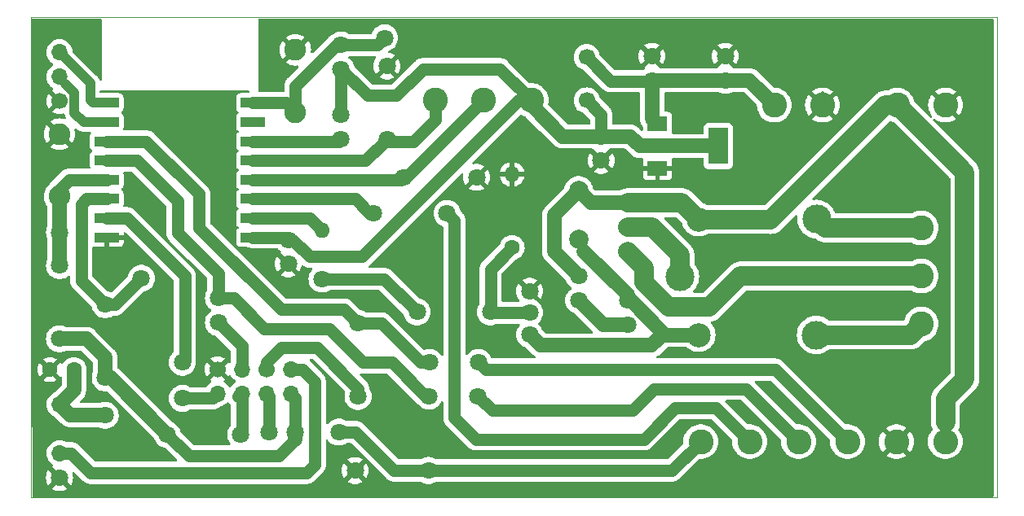
<source format=gbr>
%TF.GenerationSoftware,KiCad,Pcbnew,7.0.8*%
%TF.CreationDate,2024-07-25T17:33:18-03:00*%
%TF.ProjectId,PCB_control_acceso,5043425f-636f-46e7-9472-6f6c5f616363,rev?*%
%TF.SameCoordinates,Original*%
%TF.FileFunction,Copper,L2,Bot*%
%TF.FilePolarity,Positive*%
%FSLAX46Y46*%
G04 Gerber Fmt 4.6, Leading zero omitted, Abs format (unit mm)*
G04 Created by KiCad (PCBNEW 7.0.8) date 2024-07-25 17:33:18*
%MOMM*%
%LPD*%
G01*
G04 APERTURE LIST*
%TA.AperFunction,ComponentPad*%
%ADD10C,1.800000*%
%TD*%
%TA.AperFunction,ComponentPad*%
%ADD11C,3.000000*%
%TD*%
%TA.AperFunction,ComponentPad*%
%ADD12C,2.500000*%
%TD*%
%TA.AperFunction,ComponentPad*%
%ADD13O,1.600000X1.600000*%
%TD*%
%TA.AperFunction,ComponentPad*%
%ADD14C,2.250000*%
%TD*%
%TA.AperFunction,ComponentPad*%
%ADD15C,1.600000*%
%TD*%
%TA.AperFunction,ComponentPad*%
%ADD16C,2.600000*%
%TD*%
%TA.AperFunction,ComponentPad*%
%ADD17C,1.700000*%
%TD*%
%TA.AperFunction,ComponentPad*%
%ADD18O,1.700000X1.700000*%
%TD*%
%TA.AperFunction,ComponentPad*%
%ADD19C,2.000000*%
%TD*%
%TA.AperFunction,SMDPad,CuDef*%
%ADD20R,2.500000X1.000000*%
%TD*%
%TA.AperFunction,SMDPad,CuDef*%
%ADD21R,2.000000X1.500000*%
%TD*%
%TA.AperFunction,SMDPad,CuDef*%
%ADD22R,2.000000X3.800000*%
%TD*%
%TA.AperFunction,Conductor*%
%ADD23C,1.000000*%
%TD*%
%TA.AperFunction,Conductor*%
%ADD24C,0.500000*%
%TD*%
%TA.AperFunction,Conductor*%
%ADD25C,1.500000*%
%TD*%
%TA.AperFunction,Conductor*%
%ADD26C,1.300000*%
%TD*%
%TA.AperFunction,Conductor*%
%ADD27C,2.000000*%
%TD*%
%TA.AperFunction,Profile*%
%ADD28C,0.100000*%
%TD*%
G04 APERTURE END LIST*
D10*
%TO.P,C4,1*%
%TO.N,+5V*%
X196280000Y-42160000D03*
%TO.P,C4,2*%
%TO.N,GND*%
X196280000Y-39660000D03*
%TD*%
%TO.P,C3,1*%
%TO.N,+3.3V*%
X191000000Y-48000000D03*
%TO.P,C3,2*%
%TO.N,GND*%
X191000000Y-50500000D03*
%TD*%
%TO.P,C2,1*%
%TO.N,+5V*%
X203900000Y-42160000D03*
%TO.P,C2,2*%
%TO.N,GND*%
X203900000Y-39660000D03*
%TD*%
%TO.P,R2,1*%
%TO.N,+3.3V*%
X164000000Y-45710000D03*
%TO.P,R2,2*%
%TO.N,Net-(U1-EN)*%
X164000000Y-48250000D03*
%TD*%
%TO.P,J8,1,Pin_1*%
%TO.N,Net-(J10-Pin_6)*%
X156500000Y-78750000D03*
%TD*%
D11*
%TO.P,K1,1*%
%TO.N,Net-(J6-Pin_2)*%
X199170000Y-62600000D03*
D12*
%TO.P,K1,2*%
%TO.N,Net-(D1-K)*%
X201120000Y-68650000D03*
D11*
%TO.P,K1,3*%
%TO.N,Net-(J4-Pin_1)*%
X213320000Y-68650000D03*
%TO.P,K1,4*%
%TO.N,Net-(J4-Pin_3)*%
X213370000Y-56600000D03*
D12*
%TO.P,K1,5*%
%TO.N,+12V*%
X201120000Y-56650000D03*
%TD*%
D10*
%TO.P,R8,1*%
%TO.N,Net-(D4-K)*%
X171880000Y-66250000D03*
%TO.P,R8,2*%
%TO.N,Net-(Q1-B)*%
X179500000Y-66250000D03*
%TD*%
%TO.P,D1,1,K*%
%TO.N,Net-(D1-K)*%
X193740000Y-65060000D03*
%TO.P,D1,2,A*%
%TO.N,Net-(D1-A)*%
X193740000Y-67600000D03*
%TD*%
%TO.P,J2,1,Pin_1*%
%TO.N,GPIO2*%
X143250000Y-62750000D03*
%TD*%
%TO.P,J14,1,Pin_1*%
%TO.N,LED*%
X163750000Y-78750000D03*
%TD*%
%TO.P,D4,1,K*%
%TO.N,Net-(D4-K)*%
X162000000Y-62830000D03*
D13*
%TO.P,D4,2,A*%
%TO.N,Net-(D4-A)*%
X162000000Y-57750000D03*
%TD*%
D14*
%TO.P,SW1,1,1*%
%TO.N,WG26{slash}34*%
X134750000Y-54250000D03*
%TO.P,SW1,2,2*%
%TO.N,GND*%
X134750000Y-47750000D03*
%TD*%
D10*
%TO.P,R1,1*%
%TO.N,+3.3V*%
X164000000Y-41040000D03*
%TO.P,R1,2*%
%TO.N,Net-(J15-Pin_1)*%
X164000000Y-38500000D03*
%TD*%
D15*
%TO.P,C5,1*%
%TO.N,GND*%
X133750000Y-72250000D03*
%TO.P,C5,2*%
%TO.N,+5V*%
X136250000Y-72250000D03*
%TD*%
D10*
%TO.P,R12,1*%
%TO.N,D1*%
X165750000Y-67440000D03*
%TO.P,R12,2*%
%TO.N,Net-(J10-Pin_5)*%
X165750000Y-75060000D03*
%TD*%
D16*
%TO.P,J4,1,Pin_1*%
%TO.N,Net-(J4-Pin_1)*%
X224250000Y-67520000D03*
%TO.P,J4,2,Pin_2*%
%TO.N,Net-(J4-Pin_2)*%
X224250000Y-62520000D03*
%TO.P,J4,3,Pin_3*%
%TO.N,Net-(J4-Pin_3)*%
X224250000Y-57520000D03*
%TD*%
D17*
%TO.P,J18,1,Pin_1*%
%TO.N,+3.3V*%
X189500000Y-44250000D03*
%TD*%
D10*
%TO.P,J9,1,Pin_1*%
%TO.N,LED*%
X147500000Y-71500000D03*
%TD*%
D14*
%TO.P,SW4,1,1*%
%TO.N,GND*%
X159250000Y-39000000D03*
%TO.P,SW4,2,2*%
%TO.N,Net-(J15-Pin_1)*%
X159250000Y-45500000D03*
%TD*%
D10*
%TO.P,R5,1*%
%TO.N,Net-(J1-Pin_2)*%
X175000000Y-56000000D03*
%TO.P,R5,2*%
%TO.N,BEEP*%
X167380000Y-56000000D03*
%TD*%
D16*
%TO.P,J1,1,Pin_1*%
%TO.N,LED*%
X201340000Y-79750000D03*
%TO.P,J1,2,Pin_2*%
%TO.N,Net-(J1-Pin_2)*%
X206420000Y-79750000D03*
%TO.P,J1,3,Pin_3*%
%TO.N,Net-(D5-K)*%
X211500000Y-79750000D03*
%TO.P,J1,4,Pin_4*%
%TO.N,Net-(D2-K)*%
X216580000Y-79750000D03*
%TO.P,J1,5,Pin_5*%
%TO.N,GND*%
X221660000Y-79750000D03*
%TO.P,J1,6,Pin_6*%
%TO.N,+12V*%
X226740000Y-79750000D03*
%TD*%
%TO.P,J5,1,Pin_1*%
%TO.N,GND*%
X226760000Y-44740000D03*
%TO.P,J5,2,Pin_2*%
%TO.N,+12V*%
X221760000Y-44740000D03*
%TD*%
D10*
%TO.P,R11,1*%
%TO.N,LED*%
X173060000Y-82750000D03*
%TO.P,R11,2*%
%TO.N,GND*%
X165440000Y-82750000D03*
%TD*%
%TO.P,R4,1*%
%TO.N,BTN*%
X170440000Y-52250000D03*
%TO.P,R4,2*%
%TO.N,GND*%
X178060000Y-52250000D03*
%TD*%
%TO.P,R7,1*%
%TO.N,+3.3V*%
X134750000Y-69060000D03*
%TO.P,R7,2*%
%TO.N,WG26{slash}34*%
X134750000Y-61440000D03*
%TD*%
D15*
%TO.P,R9,1*%
%TO.N,Net-(Q1-B)*%
X181750000Y-59560000D03*
D13*
%TO.P,R9,2*%
%TO.N,GND*%
X181750000Y-51940000D03*
%TD*%
D10*
%TO.P,J15,1,Pin_1*%
%TO.N,Net-(J15-Pin_1)*%
X168500000Y-37750000D03*
%TD*%
%TO.P,R6,1*%
%TO.N,GPIO2*%
X139500000Y-65500000D03*
%TO.P,R6,2*%
%TO.N,+3.3V*%
X139500000Y-73120000D03*
%TD*%
%TO.P,D5,1,K*%
%TO.N,Net-(D5-K)*%
X178195686Y-75000000D03*
%TO.P,D5,2,A*%
%TO.N,D0*%
X173115686Y-75000000D03*
%TD*%
D17*
%TO.P,J10,1,Pin_1*%
%TO.N,GND*%
X151170000Y-72210000D03*
D18*
%TO.P,J10,2,Pin_2*%
%TO.N,Net-(J10-Pin_2)*%
X151170000Y-74750000D03*
%TO.P,J10,3,Pin_3*%
%TO.N,Net-(J10-Pin_3)*%
X153710000Y-72210000D03*
%TO.P,J10,4,Pin_4*%
%TO.N,Net-(J10-Pin_4)*%
X153710000Y-74750000D03*
D17*
%TO.P,J10,5,Pin_5*%
%TO.N,Net-(J10-Pin_5)*%
X156250000Y-72210000D03*
D18*
%TO.P,J10,6,Pin_6*%
%TO.N,Net-(J10-Pin_6)*%
X156250000Y-74750000D03*
%TO.P,J10,7,Pin_7*%
%TO.N,Net-(J10-Pin_7)*%
X158790000Y-72210000D03*
%TO.P,J10,8,Pin_8*%
%TO.N,+3.3V*%
X158790000Y-74750000D03*
%TD*%
D10*
%TO.P,R3,1*%
%TO.N,Net-(J13-Pin_3)*%
X168750000Y-48310000D03*
%TO.P,R3,2*%
%TO.N,GND*%
X168750000Y-40690000D03*
%TD*%
%TO.P,J17,1,Pin_1*%
%TO.N,Net-(J10-Pin_2)*%
X147500000Y-75250000D03*
%TD*%
%TO.P,R16,1*%
%TO.N,+3.3V*%
X145940000Y-79000000D03*
%TO.P,R16,2*%
%TO.N,Net-(J10-Pin_4)*%
X153560000Y-79000000D03*
%TD*%
D16*
%TO.P,J13,1,Pin_1*%
%TO.N,+3.3V*%
X183750000Y-44250000D03*
%TO.P,J13,2,Pin_2*%
%TO.N,BTN*%
X178750000Y-44250000D03*
%TO.P,J13,3,Pin_3*%
%TO.N,Net-(J13-Pin_3)*%
X173750000Y-44250000D03*
%TD*%
D10*
%TO.P,R10,1*%
%TO.N,Net-(D1-A)*%
X188660000Y-65060000D03*
%TO.P,R10,2*%
%TO.N,+12V*%
X188660000Y-62520000D03*
%TD*%
%TO.P,J12,1,Pin_1*%
%TO.N,+3.3V*%
X159250000Y-78750000D03*
%TD*%
%TO.P,R13,1*%
%TO.N,Net-(J10-Pin_3)*%
X151250000Y-67370000D03*
%TO.P,R13,2*%
%TO.N,D0*%
X151250000Y-64830000D03*
%TD*%
%TO.P,C1,1*%
%TO.N,GND*%
X158500000Y-61250000D03*
%TO.P,C1,2*%
%TO.N,+3.3V*%
X158500000Y-58750000D03*
%TD*%
%TO.P,J22,1,Pin_1*%
%TO.N,+5V*%
X139500000Y-77000000D03*
%TD*%
D17*
%TO.P,J16,1,Pin_1*%
%TO.N,+5V*%
X189500000Y-39750000D03*
%TD*%
D19*
%TO.P,J6,1,Pin_1*%
%TO.N,Net-(J4-Pin_2)*%
X193740000Y-59980000D03*
%TO.P,J6,2,Pin_2*%
%TO.N,Net-(J6-Pin_2)*%
X193740000Y-57440000D03*
%TO.P,J6,3,Pin_3*%
%TO.N,+12V*%
X193740000Y-54900000D03*
%TD*%
D10*
%TO.P,J11,1,Pin_1*%
%TO.N,GND*%
X134750000Y-83500000D03*
D18*
%TO.P,J11,2,Pin_2*%
%TO.N,Net-(J10-Pin_7)*%
X134750000Y-80960000D03*
%TO.P,J11,4,Pin_4*%
%TO.N,+5V*%
X134750000Y-75880000D03*
%TD*%
D17*
%TO.P,J7,1,Pin_1*%
%TO.N,GND*%
X134750000Y-44330000D03*
D18*
%TO.P,J7,2,Pin_2*%
%TO.N,Net-(J7-Pin_2)*%
X134750000Y-41790000D03*
%TO.P,J7,3,Pin_3*%
%TO.N,Net-(J7-Pin_3)*%
X134750000Y-39250000D03*
%TD*%
D19*
%TO.P,D3,1,K*%
%TO.N,+12V*%
X188660000Y-53630000D03*
%TO.P,D3,2,A*%
%TO.N,Net-(D1-K)*%
X188660000Y-58710000D03*
%TD*%
D10*
%TO.P,J21,1,Pin_1*%
%TO.N,WG26{slash}34*%
X134750000Y-58000000D03*
%TD*%
%TO.P,Q1,1,C*%
%TO.N,Net-(D1-K)*%
X183580000Y-68600000D03*
%TO.P,Q1,2,B*%
%TO.N,Net-(Q1-B)*%
X183580000Y-66330000D03*
%TO.P,Q1,3,E*%
%TO.N,GND*%
X183580000Y-64100000D03*
%TD*%
D16*
%TO.P,J3,1,Pin_1*%
%TO.N,GND*%
X213980000Y-44740000D03*
%TO.P,J3,2,Pin_2*%
%TO.N,+5V*%
X208980000Y-44740000D03*
%TD*%
D10*
%TO.P,D2,1,K*%
%TO.N,Net-(D2-K)*%
X178250000Y-71500000D03*
%TO.P,D2,2,A*%
%TO.N,D1*%
X173170000Y-71500000D03*
%TD*%
D20*
%TO.P,U1,1,~{RST}*%
%TO.N,Net-(J15-Pin_1)*%
X154850000Y-44500000D03*
%TO.P,U1,2,ADC*%
%TO.N,unconnected-(U1-ADC-Pad2)*%
X154850000Y-46500000D03*
%TO.P,U1,3,EN*%
%TO.N,Net-(U1-EN)*%
X154850000Y-48500000D03*
%TO.P,U1,4,GPIO16*%
%TO.N,Net-(J13-Pin_3)*%
X154850000Y-50500000D03*
%TO.P,U1,5,GPIO14*%
%TO.N,BTN*%
X154850000Y-52500000D03*
%TO.P,U1,6,GPIO12*%
%TO.N,BEEP*%
X154850000Y-54500000D03*
%TO.P,U1,7,GPIO13*%
%TO.N,Net-(D4-A)*%
X154850000Y-56500000D03*
%TO.P,U1,8,VCC*%
%TO.N,+3.3V*%
X154850000Y-58500000D03*
%TO.P,U1,15,GND*%
%TO.N,GND*%
X139650000Y-58500000D03*
%TO.P,U1,16,GPIO15*%
%TO.N,LED*%
X139650000Y-56500000D03*
%TO.P,U1,17,GPIO2*%
%TO.N,GPIO2*%
X139650000Y-54500000D03*
%TO.P,U1,18,GPIO0*%
%TO.N,WG26{slash}34*%
X139650000Y-52500000D03*
%TO.P,U1,19,GPIO4*%
%TO.N,D0*%
X139650000Y-50500000D03*
%TO.P,U1,20,GPIO5*%
%TO.N,D1*%
X139650000Y-48500000D03*
%TO.P,U1,21,GPIO3/RXD*%
%TO.N,Net-(J7-Pin_2)*%
X139650000Y-46500000D03*
%TO.P,U1,22,GPIO1/TXD*%
%TO.N,Net-(J7-Pin_3)*%
X139650000Y-44500000D03*
%TD*%
D21*
%TO.P,U3,1,GND*%
%TO.N,GND*%
X196850000Y-51300000D03*
%TO.P,U3,2,VO*%
%TO.N,+3.3V*%
X196850000Y-49000000D03*
D22*
X203150000Y-49000000D03*
D21*
%TO.P,U3,3,VI*%
%TO.N,+5V*%
X196850000Y-46700000D03*
%TD*%
D23*
%TO.N,GND*%
X196255000Y-39685000D02*
X196280000Y-39660000D01*
D24*
X213980000Y-43520000D02*
X213980000Y-44740000D01*
D25*
%TO.N,+3.3V*%
X137560000Y-69060000D02*
X139500000Y-71000000D01*
X195000000Y-49000000D02*
X196850000Y-49000000D01*
D26*
X169750000Y-43750000D02*
X166710000Y-43750000D01*
D23*
X183750000Y-44250000D02*
X182450000Y-44250000D01*
D26*
X145940000Y-79000000D02*
X148190000Y-81250000D01*
D25*
X187000000Y-48000000D02*
X194000000Y-48000000D01*
X139500000Y-71000000D02*
X139500000Y-73120000D01*
D26*
X159000000Y-58750000D02*
X160750000Y-60500000D01*
X180500000Y-41000000D02*
X172500000Y-41000000D01*
X166200000Y-60500000D02*
X182450000Y-44250000D01*
X160750000Y-60500000D02*
X166200000Y-60500000D01*
D25*
X183750000Y-44250000D02*
X183750000Y-44750000D01*
X140060000Y-73120000D02*
X145940000Y-79000000D01*
D26*
X166710000Y-43750000D02*
X164000000Y-41040000D01*
X159250000Y-78750000D02*
X159250000Y-75210000D01*
D25*
X194000000Y-48000000D02*
X195000000Y-49000000D01*
D26*
X172500000Y-41000000D02*
X169750000Y-43750000D01*
X183750000Y-44250000D02*
X180500000Y-41000000D01*
D25*
X183750000Y-44750000D02*
X187000000Y-48000000D01*
D26*
X158500000Y-58750000D02*
X159000000Y-58750000D01*
D25*
X134750000Y-69060000D02*
X137560000Y-69060000D01*
D26*
X164000000Y-45710000D02*
X164000000Y-41040000D01*
X154850000Y-58500000D02*
X158250000Y-58500000D01*
X191000000Y-48000000D02*
X191000000Y-45750000D01*
X158250000Y-58500000D02*
X158500000Y-58750000D01*
X157500000Y-81250000D02*
X159250000Y-79500000D01*
X191000000Y-45750000D02*
X189500000Y-44250000D01*
X148190000Y-81250000D02*
X157500000Y-81250000D01*
D25*
X139500000Y-73120000D02*
X140060000Y-73120000D01*
X159250000Y-79500000D02*
X159250000Y-78750000D01*
X196850000Y-49000000D02*
X203150000Y-49000000D01*
%TO.N,+5V*%
X196280000Y-46130000D02*
X196850000Y-46700000D01*
X203900000Y-42160000D02*
X206400000Y-42160000D01*
D26*
X189500000Y-39750000D02*
X192000000Y-42250000D01*
D25*
X136250000Y-72750000D02*
X136250000Y-74380000D01*
X139500000Y-77000000D02*
X135870000Y-77000000D01*
D26*
X196190000Y-42250000D02*
X196280000Y-42160000D01*
D25*
X196280000Y-42160000D02*
X203900000Y-42160000D01*
X135870000Y-77000000D02*
X134750000Y-75880000D01*
X206400000Y-42160000D02*
X208980000Y-44740000D01*
X136250000Y-74380000D02*
X134750000Y-75880000D01*
D26*
X192000000Y-42250000D02*
X196190000Y-42250000D01*
D25*
X196280000Y-42160000D02*
X196280000Y-46130000D01*
%TO.N,Net-(D1-K)*%
X183580000Y-68600000D02*
X184730000Y-69750000D01*
X189230000Y-59980000D02*
X193740000Y-64490000D01*
X196230000Y-69750000D02*
X197330000Y-68650000D01*
X197330000Y-68330000D02*
X194060000Y-65060000D01*
X194060000Y-65060000D02*
X193740000Y-65060000D01*
X193740000Y-64490000D02*
X193740000Y-65060000D01*
X197330000Y-68650000D02*
X197330000Y-68330000D01*
X201120000Y-68650000D02*
X197330000Y-68650000D01*
X184730000Y-69750000D02*
X196230000Y-69750000D01*
%TO.N,Net-(D1-A)*%
X188660000Y-65060000D02*
X191200000Y-67600000D01*
X191200000Y-67600000D02*
X193740000Y-67600000D01*
%TO.N,+12V*%
X186120000Y-59980000D02*
X186120000Y-56170000D01*
D27*
X226760000Y-75260000D02*
X226760000Y-77760000D01*
X201120000Y-56650000D02*
X208600000Y-56650000D01*
X208600000Y-56650000D02*
X220510000Y-44740000D01*
X221760000Y-44740000D02*
X228750000Y-51730000D01*
X199370000Y-54900000D02*
X201120000Y-56650000D01*
X228750000Y-51730000D02*
X228750000Y-73270000D01*
X193740000Y-54900000D02*
X199370000Y-54900000D01*
X220510000Y-44740000D02*
X221760000Y-44740000D01*
D25*
X186120000Y-56170000D02*
X188660000Y-53630000D01*
X189930000Y-54900000D02*
X188660000Y-53630000D01*
D27*
X228750000Y-73270000D02*
X226760000Y-75260000D01*
D25*
X193740000Y-54900000D02*
X189930000Y-54900000D01*
X188660000Y-62520000D02*
X186120000Y-59980000D01*
D26*
%TO.N,D0*%
X147000000Y-58000000D02*
X151250000Y-62250000D01*
X172750000Y-75000000D02*
X173115686Y-75000000D01*
X169250000Y-71500000D02*
X172750000Y-75000000D01*
X139650000Y-50500000D02*
X142750000Y-50500000D01*
X142750000Y-50500000D02*
X147000000Y-54750000D01*
X147000000Y-54750000D02*
X147000000Y-58000000D01*
X162750000Y-68000000D02*
X166250000Y-71500000D01*
X151250000Y-64830000D02*
X152830000Y-64830000D01*
X166250000Y-71500000D02*
X169250000Y-71500000D01*
X156000000Y-68000000D02*
X162750000Y-68000000D01*
X151250000Y-62250000D02*
X151250000Y-64830000D01*
X152830000Y-64830000D02*
X156000000Y-68000000D01*
%TO.N,D1*%
X157750000Y-66000000D02*
X149250000Y-57500000D01*
X149250000Y-54000000D02*
X143750000Y-48500000D01*
X172250000Y-71500000D02*
X168190000Y-67440000D01*
X149250000Y-57500000D02*
X149250000Y-54000000D01*
X165750000Y-67440000D02*
X164310000Y-66000000D01*
X168190000Y-67440000D02*
X165750000Y-67440000D01*
X164310000Y-66000000D02*
X157750000Y-66000000D01*
X173170000Y-71500000D02*
X172250000Y-71500000D01*
X143750000Y-48500000D02*
X139650000Y-48500000D01*
%TO.N,LED*%
X147500000Y-71500000D02*
X147750000Y-71250000D01*
X147750000Y-71250000D02*
X147750000Y-62500000D01*
X169500000Y-82750000D02*
X165500000Y-78750000D01*
X198340000Y-82750000D02*
X169500000Y-82750000D01*
X165500000Y-78750000D02*
X163750000Y-78750000D01*
X147750000Y-62500000D02*
X141750000Y-56500000D01*
X141750000Y-56500000D02*
X139650000Y-56500000D01*
X201340000Y-79750000D02*
X198340000Y-82750000D01*
D27*
%TO.N,Net-(J4-Pin_1)*%
X213320000Y-68650000D02*
X223120000Y-68650000D01*
X223120000Y-68650000D02*
X224250000Y-67520000D01*
%TO.N,Net-(J4-Pin_2)*%
X195440000Y-61680000D02*
X193740000Y-59980000D01*
X205480000Y-62520000D02*
X202250000Y-65750000D01*
X198000000Y-65750000D02*
X195440000Y-63190000D01*
X224250000Y-62520000D02*
X205480000Y-62520000D01*
X195440000Y-63190000D02*
X195440000Y-61680000D01*
X202250000Y-65750000D02*
X198000000Y-65750000D01*
%TO.N,Net-(J4-Pin_3)*%
X214290000Y-57520000D02*
X213370000Y-56600000D01*
D24*
X224530000Y-56600000D02*
X224250000Y-56880000D01*
D27*
X224250000Y-57520000D02*
X214290000Y-57520000D01*
D24*
X224250000Y-56880000D02*
X224250000Y-57520000D01*
D27*
%TO.N,Net-(J6-Pin_2)*%
X199170000Y-60330000D02*
X199170000Y-62600000D01*
X196280000Y-57440000D02*
X199170000Y-60330000D01*
X193740000Y-57440000D02*
X196280000Y-57440000D01*
D26*
%TO.N,Net-(J10-Pin_6)*%
X156500000Y-78750000D02*
X156500000Y-75000000D01*
X156500000Y-75000000D02*
X156250000Y-74750000D01*
%TO.N,Net-(J10-Pin_7)*%
X161250000Y-73500000D02*
X159960000Y-72210000D01*
X137993504Y-83000000D02*
X138000000Y-83000000D01*
X161250000Y-82154164D02*
X161250000Y-73500000D01*
X138000000Y-83000000D02*
X160404164Y-83000000D01*
X160404164Y-83000000D02*
X161250000Y-82154164D01*
X134750000Y-80960000D02*
X135960000Y-80960000D01*
X159960000Y-72210000D02*
X158790000Y-72210000D01*
X135960000Y-80960000D02*
X138000000Y-83000000D01*
%TO.N,GPIO2*%
X139650000Y-54500000D02*
X137534188Y-54500000D01*
X139500000Y-65500000D02*
X140500000Y-65500000D01*
X137534188Y-54500000D02*
X137000000Y-55034188D01*
X137000000Y-55034188D02*
X137000000Y-63000000D01*
X137000000Y-63000000D02*
X139500000Y-65500000D01*
X140500000Y-65500000D02*
X143250000Y-62750000D01*
%TO.N,BTN*%
X178750000Y-44250000D02*
X170750000Y-52250000D01*
X170190000Y-52500000D02*
X154850000Y-52500000D01*
D23*
X170750000Y-52250000D02*
X170440000Y-52250000D01*
X170440000Y-52250000D02*
X170190000Y-52500000D01*
D26*
%TO.N,WG26{slash}34*%
X135750000Y-52500000D02*
X139650000Y-52500000D01*
D25*
X134750000Y-61440000D02*
X134750000Y-54250000D01*
D26*
X134750000Y-53500000D02*
X135750000Y-52500000D01*
X134750000Y-54250000D02*
X134750000Y-53500000D01*
%TO.N,Net-(Q1-B)*%
X179500000Y-61810000D02*
X181750000Y-59560000D01*
X179580000Y-66330000D02*
X179500000Y-66250000D01*
X179500000Y-66250000D02*
X179500000Y-61810000D01*
X183580000Y-66330000D02*
X179580000Y-66330000D01*
%TO.N,Net-(U1-EN)*%
X163750000Y-48500000D02*
X164000000Y-48250000D01*
X154850000Y-48500000D02*
X163750000Y-48500000D01*
%TO.N,BEEP*%
X154850000Y-54500000D02*
X165440000Y-54500000D01*
X165440000Y-54500000D02*
X166940000Y-56000000D01*
%TO.N,Net-(J1-Pin_2)*%
X198670000Y-76250000D02*
X202920000Y-76250000D01*
X175000000Y-56000000D02*
X175750000Y-56750000D01*
X195420000Y-79500000D02*
X198670000Y-76250000D01*
X178000000Y-79500000D02*
X195420000Y-79500000D01*
X202920000Y-76250000D02*
X206420000Y-79750000D01*
X175750000Y-77250000D02*
X178000000Y-79500000D01*
X175750000Y-56750000D02*
X175750000Y-77250000D01*
D23*
%TO.N,Net-(J7-Pin_2)*%
X136300000Y-45550000D02*
X137250000Y-46500000D01*
X136300000Y-43490000D02*
X136300000Y-45550000D01*
X135350000Y-42540000D02*
X136300000Y-43490000D01*
X137250000Y-46500000D02*
X139650000Y-46500000D01*
%TO.N,Net-(J7-Pin_3)*%
X137931752Y-44181752D02*
X138250000Y-44500000D01*
X137931752Y-42431752D02*
X137931752Y-44181752D01*
X138250000Y-44500000D02*
X139650000Y-44500000D01*
X134750000Y-39250000D02*
X137931752Y-42431752D01*
D26*
%TO.N,Net-(J10-Pin_2)*%
X147500000Y-75250000D02*
X150670000Y-75250000D01*
X150670000Y-75250000D02*
X151170000Y-74750000D01*
%TO.N,Net-(J10-Pin_4)*%
X153710000Y-74750000D02*
X153710000Y-78460000D01*
X153500000Y-74750000D02*
X153250000Y-75000000D01*
X153560000Y-79000000D02*
X153560000Y-78690000D01*
X153750000Y-78500000D02*
X153560000Y-78690000D01*
X153710000Y-74750000D02*
X153500000Y-74750000D01*
X153710000Y-78460000D02*
X153750000Y-78500000D01*
%TO.N,Net-(J13-Pin_3)*%
X166500000Y-50500000D02*
X168500000Y-48500000D01*
X173750000Y-44250000D02*
X173750000Y-46250000D01*
X171500000Y-48500000D02*
X173750000Y-46250000D01*
X154850000Y-50500000D02*
X166500000Y-50500000D01*
X168500000Y-48500000D02*
X171500000Y-48500000D01*
%TO.N,Net-(J15-Pin_1)*%
X159250000Y-45500000D02*
X159250000Y-42750000D01*
X167750000Y-38500000D02*
X168500000Y-37750000D01*
X163500000Y-38500000D02*
X164000000Y-38500000D01*
X164000000Y-38500000D02*
X167750000Y-38500000D01*
X154850000Y-44500000D02*
X158250000Y-44500000D01*
X159250000Y-42750000D02*
X163500000Y-38500000D01*
%TO.N,Net-(D4-K)*%
X162000000Y-62830000D02*
X168460000Y-62830000D01*
X168460000Y-62830000D02*
X171880000Y-66250000D01*
%TO.N,Net-(D4-A)*%
X162000000Y-57750000D02*
X160750000Y-56500000D01*
X160750000Y-56500000D02*
X154850000Y-56500000D01*
%TO.N,Net-(D2-K)*%
X178250000Y-71500000D02*
X179000000Y-72250000D01*
X209080000Y-72250000D02*
X216580000Y-79750000D01*
X179000000Y-72250000D02*
X209080000Y-72250000D01*
%TO.N,Net-(D5-K)*%
X206000000Y-74250000D02*
X211500000Y-79750000D01*
X178195686Y-75000000D02*
X179695686Y-76500000D01*
X179695686Y-76500000D02*
X194250000Y-76500000D01*
X194250000Y-76500000D02*
X196500000Y-74250000D01*
X196500000Y-74250000D02*
X206000000Y-74250000D01*
%TO.N,Net-(J10-Pin_3)*%
X153710000Y-69830000D02*
X153710000Y-72210000D01*
X151250000Y-67370000D02*
X153710000Y-69830000D01*
%TO.N,Net-(J10-Pin_5)*%
X165750000Y-74250000D02*
X165750000Y-75060000D01*
X156250000Y-72210000D02*
X156250000Y-71500000D01*
X161500000Y-70000000D02*
X165750000Y-74250000D01*
X157750000Y-70000000D02*
X161500000Y-70000000D01*
X156250000Y-71500000D02*
X157750000Y-70000000D01*
%TD*%
%TA.AperFunction,Conductor*%
%TO.N,GND*%
G36*
X139073039Y-35769685D02*
G01*
X139118794Y-35822489D01*
X139130000Y-35874000D01*
X139130000Y-42089666D01*
X139110315Y-42156705D01*
X139057511Y-42202460D01*
X138988353Y-42212404D01*
X138924797Y-42183379D01*
X138890848Y-42135666D01*
X138888482Y-42129745D01*
X138875841Y-42098096D01*
X138874279Y-42093707D01*
X138861134Y-42051811D01*
X138855913Y-42035168D01*
X138855912Y-42035166D01*
X138850498Y-42025413D01*
X138839243Y-42005135D01*
X138835876Y-41998047D01*
X138823130Y-41966135D01*
X138789364Y-41914902D01*
X138786935Y-41910894D01*
X138757161Y-41857250D01*
X138734786Y-41831186D01*
X138730058Y-41824915D01*
X138711156Y-41796236D01*
X138711151Y-41796230D01*
X138689467Y-41774547D01*
X138667771Y-41752851D01*
X138664580Y-41749407D01*
X138629762Y-41708849D01*
X138624618Y-41702857D01*
X138597446Y-41681824D01*
X138591559Y-41676639D01*
X136131890Y-39216970D01*
X136098405Y-39155647D01*
X136096043Y-39140096D01*
X136091860Y-39092282D01*
X136085063Y-39014592D01*
X136023903Y-38786337D01*
X135924035Y-38572171D01*
X135878855Y-38507646D01*
X135788494Y-38378597D01*
X135621402Y-38211506D01*
X135621395Y-38211501D01*
X135427834Y-38075967D01*
X135427830Y-38075965D01*
X135354771Y-38041897D01*
X135213663Y-37976097D01*
X135213659Y-37976096D01*
X135213655Y-37976094D01*
X134985413Y-37914938D01*
X134985403Y-37914936D01*
X134750001Y-37894341D01*
X134749999Y-37894341D01*
X134514596Y-37914936D01*
X134514586Y-37914938D01*
X134286344Y-37976094D01*
X134286337Y-37976096D01*
X134286337Y-37976097D01*
X134275162Y-37981308D01*
X134072171Y-38075964D01*
X134072169Y-38075965D01*
X133878597Y-38211505D01*
X133711505Y-38378597D01*
X133575965Y-38572169D01*
X133575964Y-38572171D01*
X133476098Y-38786335D01*
X133476094Y-38786344D01*
X133414938Y-39014586D01*
X133414936Y-39014596D01*
X133394341Y-39249999D01*
X133394341Y-39250000D01*
X133414936Y-39485403D01*
X133414938Y-39485413D01*
X133476094Y-39713655D01*
X133476096Y-39713659D01*
X133476097Y-39713663D01*
X133559427Y-39892364D01*
X133575965Y-39927830D01*
X133575967Y-39927834D01*
X133711501Y-40121395D01*
X133711506Y-40121402D01*
X133878597Y-40288493D01*
X133878603Y-40288498D01*
X134064158Y-40418425D01*
X134107783Y-40473002D01*
X134114977Y-40542500D01*
X134083454Y-40604855D01*
X134064158Y-40621575D01*
X133878597Y-40751505D01*
X133711505Y-40918597D01*
X133575965Y-41112169D01*
X133575964Y-41112171D01*
X133518196Y-41236056D01*
X133476527Y-41325416D01*
X133476098Y-41326335D01*
X133476094Y-41326344D01*
X133414938Y-41554586D01*
X133414936Y-41554596D01*
X133394341Y-41789999D01*
X133394341Y-41790000D01*
X133414936Y-42025403D01*
X133414938Y-42025413D01*
X133476094Y-42253655D01*
X133476096Y-42253659D01*
X133476097Y-42253663D01*
X133512912Y-42332612D01*
X133575965Y-42467830D01*
X133575967Y-42467834D01*
X133646989Y-42569263D01*
X133711505Y-42661401D01*
X133878599Y-42828495D01*
X134064594Y-42958730D01*
X134108218Y-43013307D01*
X134115411Y-43082806D01*
X134083889Y-43145160D01*
X134064593Y-43161880D01*
X133988626Y-43215072D01*
X133988625Y-43215072D01*
X134617466Y-43843913D01*
X134607685Y-43845320D01*
X134476900Y-43905048D01*
X134368239Y-43999202D01*
X134290507Y-44120156D01*
X134266923Y-44200475D01*
X133635073Y-43568625D01*
X133635072Y-43568625D01*
X133576401Y-43652419D01*
X133476570Y-43866507D01*
X133476566Y-43866516D01*
X133415432Y-44094673D01*
X133415430Y-44094684D01*
X133394843Y-44329998D01*
X133394843Y-44330001D01*
X133415430Y-44565315D01*
X133415432Y-44565326D01*
X133476566Y-44793483D01*
X133476570Y-44793492D01*
X133576400Y-45007579D01*
X133576402Y-45007583D01*
X133635072Y-45091373D01*
X133635073Y-45091373D01*
X134266923Y-44459523D01*
X134290507Y-44539844D01*
X134368239Y-44660798D01*
X134476900Y-44754952D01*
X134607685Y-44814680D01*
X134617464Y-44816086D01*
X133988625Y-45444925D01*
X134072421Y-45503599D01*
X134286507Y-45603429D01*
X134286516Y-45603433D01*
X134514673Y-45664567D01*
X134514684Y-45664569D01*
X134749998Y-45685157D01*
X134750002Y-45685157D01*
X134985315Y-45664569D01*
X134985322Y-45664568D01*
X135156765Y-45618629D01*
X135226614Y-45620292D01*
X135284477Y-45659454D01*
X135311982Y-45723682D01*
X135312222Y-45725856D01*
X135314925Y-45752430D01*
X135314927Y-45752444D01*
X135325208Y-45785213D01*
X135327079Y-45792837D01*
X135333142Y-45826652D01*
X135333142Y-45826655D01*
X135355894Y-45883612D01*
X135357474Y-45888051D01*
X135375841Y-45946588D01*
X135375844Y-45946595D01*
X135392509Y-45976619D01*
X135395879Y-45983714D01*
X135408623Y-46015617D01*
X135408625Y-46015620D01*
X135408626Y-46015622D01*
X135411314Y-46019700D01*
X135431768Y-46086509D01*
X135412855Y-46153770D01*
X135360580Y-46200129D01*
X135291541Y-46210867D01*
X135260329Y-46202497D01*
X135253704Y-46199753D01*
X135004988Y-46140042D01*
X135004989Y-46140042D01*
X134750000Y-46119975D01*
X134495010Y-46140042D01*
X134246297Y-46199752D01*
X134009987Y-46297634D01*
X134009984Y-46297636D01*
X133791897Y-46431280D01*
X133788087Y-46434534D01*
X134502466Y-47148913D01*
X134434371Y-47175874D01*
X134301508Y-47272405D01*
X134196825Y-47398945D01*
X134148368Y-47501921D01*
X133434534Y-46788087D01*
X133431280Y-46791897D01*
X133297636Y-47009984D01*
X133297634Y-47009987D01*
X133199752Y-47246297D01*
X133140042Y-47495010D01*
X133119975Y-47750000D01*
X133140042Y-48004989D01*
X133199752Y-48253702D01*
X133297634Y-48490012D01*
X133297636Y-48490015D01*
X133431275Y-48708095D01*
X133431286Y-48708110D01*
X133434533Y-48711911D01*
X133434535Y-48711911D01*
X134147452Y-47998993D01*
X134157188Y-48028956D01*
X134245186Y-48167619D01*
X134364903Y-48280040D01*
X134499510Y-48354041D01*
X133788087Y-49065464D01*
X133788087Y-49065465D01*
X133791888Y-49068712D01*
X133791898Y-49068719D01*
X134009984Y-49202363D01*
X134009987Y-49202365D01*
X134246297Y-49300247D01*
X134495011Y-49359957D01*
X134495010Y-49359957D01*
X134750000Y-49380024D01*
X135004989Y-49359957D01*
X135253702Y-49300247D01*
X135490012Y-49202365D01*
X135490015Y-49202363D01*
X135708103Y-49068719D01*
X135711912Y-49065464D01*
X134997534Y-48351086D01*
X135065629Y-48324126D01*
X135198492Y-48227595D01*
X135303175Y-48101055D01*
X135351631Y-47998079D01*
X136065464Y-48711912D01*
X136068719Y-48708103D01*
X136202363Y-48490015D01*
X136202365Y-48490012D01*
X136300247Y-48253702D01*
X136359957Y-48004989D01*
X136380024Y-47750000D01*
X136359957Y-47495011D01*
X136314069Y-47303873D01*
X136317560Y-47234091D01*
X136358223Y-47177273D01*
X136423150Y-47151460D01*
X136491725Y-47164846D01*
X136522324Y-47187245D01*
X136533548Y-47198468D01*
X136594941Y-47263053D01*
X136594944Y-47263055D01*
X136594947Y-47263058D01*
X136614995Y-47277011D01*
X136645303Y-47298106D01*
X136649044Y-47300926D01*
X136696593Y-47339698D01*
X136727045Y-47355604D01*
X136733756Y-47359671D01*
X136749150Y-47370385D01*
X136761951Y-47379295D01*
X136818329Y-47403489D01*
X136822578Y-47405507D01*
X136876951Y-47433909D01*
X136904489Y-47441788D01*
X136909974Y-47443358D01*
X136917368Y-47445990D01*
X136948942Y-47459540D01*
X136948945Y-47459540D01*
X136948946Y-47459541D01*
X137009022Y-47471887D01*
X137013600Y-47473010D01*
X137027501Y-47476987D01*
X137072582Y-47489887D01*
X137106839Y-47492495D01*
X137114614Y-47493586D01*
X137148255Y-47500500D01*
X137148259Y-47500500D01*
X137209598Y-47500500D01*
X137214304Y-47500678D01*
X137249062Y-47503325D01*
X137275475Y-47505337D01*
X137275475Y-47505336D01*
X137275476Y-47505337D01*
X137309559Y-47500996D01*
X137317389Y-47500500D01*
X137900999Y-47500500D01*
X137968038Y-47520185D01*
X138013793Y-47572989D01*
X138023737Y-47642147D01*
X138000265Y-47698810D01*
X137994668Y-47706288D01*
X137956204Y-47757668D01*
X137956202Y-47757671D01*
X137905908Y-47892517D01*
X137899501Y-47952116D01*
X137899500Y-47952135D01*
X137899500Y-49047870D01*
X137899501Y-49047876D01*
X137905908Y-49107483D01*
X137956202Y-49242328D01*
X137956206Y-49242335D01*
X138042452Y-49357544D01*
X138042453Y-49357544D01*
X138042454Y-49357546D01*
X138045675Y-49359957D01*
X138100145Y-49400734D01*
X138142015Y-49456668D01*
X138146999Y-49526360D01*
X138113513Y-49587683D01*
X138100145Y-49599266D01*
X138042452Y-49642455D01*
X137956206Y-49757664D01*
X137956202Y-49757671D01*
X137905908Y-49892517D01*
X137899501Y-49952116D01*
X137899500Y-49952135D01*
X137899500Y-51047870D01*
X137899501Y-51047876D01*
X137905908Y-51107483D01*
X137933764Y-51182167D01*
X137938748Y-51251859D01*
X137905263Y-51313182D01*
X137843939Y-51346666D01*
X137817582Y-51349500D01*
X135778022Y-51349500D01*
X135775159Y-51349434D01*
X135742344Y-51347917D01*
X135696638Y-51345804D01*
X135696636Y-51345804D01*
X135696633Y-51345804D01*
X135618801Y-51356661D01*
X135615957Y-51356991D01*
X135537691Y-51364243D01*
X135516099Y-51370386D01*
X135507690Y-51372160D01*
X135485464Y-51375260D01*
X135485459Y-51375261D01*
X135410935Y-51400239D01*
X135408201Y-51401086D01*
X135332609Y-51422594D01*
X135312518Y-51432599D01*
X135304581Y-51435887D01*
X135283301Y-51443019D01*
X135283294Y-51443023D01*
X135214642Y-51481259D01*
X135212111Y-51482593D01*
X135141743Y-51517633D01*
X135123839Y-51531155D01*
X135116639Y-51535847D01*
X135097031Y-51546769D01*
X135097021Y-51546775D01*
X135036553Y-51596987D01*
X135034309Y-51598765D01*
X134971593Y-51646127D01*
X134971590Y-51646130D01*
X134918637Y-51704216D01*
X134916659Y-51706287D01*
X133956289Y-52666658D01*
X133954218Y-52668635D01*
X133896128Y-52721592D01*
X133848770Y-52784301D01*
X133846993Y-52786544D01*
X133796774Y-52847023D01*
X133796770Y-52847029D01*
X133785847Y-52866639D01*
X133781155Y-52873839D01*
X133767635Y-52891741D01*
X133732599Y-52962102D01*
X133731265Y-52964633D01*
X133723233Y-52979054D01*
X133695433Y-53013010D01*
X133597050Y-53097038D01*
X133597044Y-53097044D01*
X133430878Y-53291598D01*
X133430875Y-53291603D01*
X133297190Y-53509757D01*
X133297188Y-53509760D01*
X133199279Y-53746135D01*
X133186141Y-53800858D01*
X133160518Y-53907587D01*
X133139547Y-53994935D01*
X133119474Y-54250000D01*
X133139547Y-54505064D01*
X133139547Y-54505067D01*
X133139548Y-54505070D01*
X133166191Y-54616045D01*
X133199279Y-54753864D01*
X133297188Y-54990239D01*
X133297190Y-54990242D01*
X133430873Y-55208394D01*
X133430874Y-55208395D01*
X133430875Y-55208397D01*
X133430877Y-55208399D01*
X133469791Y-55253961D01*
X133498361Y-55317720D01*
X133499500Y-55334491D01*
X133499500Y-57338379D01*
X133489056Y-57388189D01*
X133420842Y-57543699D01*
X133363866Y-57768691D01*
X133363864Y-57768702D01*
X133344700Y-57999993D01*
X133344700Y-58000006D01*
X133363864Y-58231297D01*
X133363866Y-58231308D01*
X133418088Y-58445420D01*
X133420843Y-58456300D01*
X133489056Y-58611810D01*
X133499500Y-58661619D01*
X133499500Y-60778379D01*
X133489056Y-60828189D01*
X133420842Y-60983699D01*
X133363866Y-61208691D01*
X133363864Y-61208702D01*
X133344700Y-61439993D01*
X133344700Y-61440006D01*
X133363864Y-61671297D01*
X133363866Y-61671308D01*
X133420842Y-61896300D01*
X133514075Y-62108848D01*
X133641016Y-62303147D01*
X133641019Y-62303151D01*
X133641021Y-62303153D01*
X133798216Y-62473913D01*
X133798219Y-62473915D01*
X133798222Y-62473918D01*
X133981365Y-62616464D01*
X133981371Y-62616468D01*
X133981374Y-62616470D01*
X133990972Y-62621664D01*
X134177002Y-62722339D01*
X134185497Y-62726936D01*
X134299487Y-62766068D01*
X134405015Y-62802297D01*
X134405017Y-62802297D01*
X134405019Y-62802298D01*
X134633951Y-62840500D01*
X134633952Y-62840500D01*
X134866048Y-62840500D01*
X134866049Y-62840500D01*
X135094981Y-62802298D01*
X135314503Y-62726936D01*
X135518626Y-62616470D01*
X135649339Y-62514732D01*
X135714331Y-62489090D01*
X135782871Y-62502656D01*
X135833196Y-62551124D01*
X135849500Y-62612586D01*
X135849500Y-62971977D01*
X135849434Y-62974840D01*
X135845804Y-63053365D01*
X135856661Y-63131197D01*
X135856991Y-63134041D01*
X135864244Y-63212310D01*
X135870385Y-63233895D01*
X135872159Y-63242303D01*
X135875260Y-63264533D01*
X135875260Y-63264534D01*
X135900241Y-63339065D01*
X135901088Y-63341801D01*
X135922595Y-63417391D01*
X135932599Y-63437480D01*
X135935887Y-63445420D01*
X135943019Y-63466698D01*
X135943021Y-63466703D01*
X135981267Y-63535370D01*
X135982602Y-63537903D01*
X136017630Y-63608249D01*
X136017636Y-63608258D01*
X136031156Y-63626161D01*
X136035850Y-63633364D01*
X136046773Y-63652975D01*
X136097001Y-63713464D01*
X136098779Y-63715708D01*
X136146126Y-63778405D01*
X136204216Y-63831362D01*
X136206265Y-63833318D01*
X137186128Y-64813181D01*
X138092982Y-65720035D01*
X138125506Y-65777275D01*
X138170841Y-65956293D01*
X138170845Y-65956306D01*
X138264075Y-66168848D01*
X138391016Y-66363147D01*
X138391019Y-66363151D01*
X138391021Y-66363153D01*
X138548216Y-66533913D01*
X138548219Y-66533915D01*
X138548222Y-66533918D01*
X138731365Y-66676464D01*
X138731371Y-66676468D01*
X138731374Y-66676470D01*
X138935497Y-66786936D01*
X139011946Y-66813181D01*
X139155015Y-66862297D01*
X139155017Y-66862297D01*
X139155019Y-66862298D01*
X139383951Y-66900500D01*
X139383952Y-66900500D01*
X139616048Y-66900500D01*
X139616049Y-66900500D01*
X139844981Y-66862298D01*
X140064503Y-66786936D01*
X140268626Y-66676470D01*
X140268634Y-66676464D01*
X140272912Y-66673669D01*
X140273533Y-66674619D01*
X140333397Y-66651004D01*
X140344561Y-66650500D01*
X140471978Y-66650500D01*
X140474841Y-66650566D01*
X140485195Y-66651044D01*
X140553362Y-66654196D01*
X140631251Y-66643330D01*
X140634008Y-66643011D01*
X140712310Y-66635756D01*
X140733895Y-66629613D01*
X140742304Y-66627839D01*
X140764536Y-66624739D01*
X140839082Y-66599752D01*
X140841787Y-66598915D01*
X140917389Y-66577405D01*
X140937485Y-66567397D01*
X140945402Y-66564117D01*
X140966702Y-66556979D01*
X141035395Y-66518716D01*
X141037857Y-66517418D01*
X141108255Y-66482366D01*
X141126172Y-66468834D01*
X141133355Y-66464154D01*
X141152975Y-66453227D01*
X141213472Y-66402989D01*
X141215704Y-66401223D01*
X141253608Y-66372599D01*
X141278407Y-66353872D01*
X141331371Y-66295771D01*
X141333319Y-66293732D01*
X143470597Y-64156454D01*
X143531918Y-64122971D01*
X143537868Y-64121828D01*
X143539037Y-64121633D01*
X143594981Y-64112298D01*
X143814503Y-64036936D01*
X144018626Y-63926470D01*
X144062838Y-63892059D01*
X144098997Y-63863915D01*
X144201784Y-63783913D01*
X144358979Y-63613153D01*
X144485924Y-63418849D01*
X144579157Y-63206300D01*
X144636134Y-62981305D01*
X144636938Y-62971604D01*
X144655300Y-62750006D01*
X144655300Y-62749993D01*
X144636135Y-62518702D01*
X144636133Y-62518691D01*
X144579157Y-62293699D01*
X144485924Y-62081151D01*
X144358983Y-61886852D01*
X144358980Y-61886849D01*
X144358979Y-61886847D01*
X144201784Y-61716087D01*
X144201779Y-61716083D01*
X144201777Y-61716081D01*
X144018634Y-61573535D01*
X144018628Y-61573531D01*
X143814504Y-61463064D01*
X143814495Y-61463061D01*
X143594984Y-61387702D01*
X143423282Y-61359050D01*
X143366049Y-61349500D01*
X143133951Y-61349500D01*
X143107763Y-61353870D01*
X142905015Y-61387702D01*
X142685504Y-61463061D01*
X142685495Y-61463064D01*
X142481371Y-61573531D01*
X142481365Y-61573535D01*
X142298222Y-61716081D01*
X142298219Y-61716084D01*
X142298216Y-61716086D01*
X142298216Y-61716087D01*
X142279331Y-61736602D01*
X142141016Y-61886852D01*
X142014075Y-62081151D01*
X141920844Y-62293695D01*
X141920843Y-62293698D01*
X141875506Y-62472724D01*
X141842982Y-62529963D01*
X140190240Y-64182705D01*
X140128917Y-64216190D01*
X140062297Y-64212305D01*
X139844986Y-64137702D01*
X139787866Y-64128171D01*
X139724981Y-64097720D01*
X139720595Y-64093543D01*
X138186819Y-62559766D01*
X138153334Y-62498443D01*
X138150500Y-62472085D01*
X138150500Y-59616363D01*
X138170185Y-59549324D01*
X138222989Y-59503569D01*
X138287758Y-59493074D01*
X138352160Y-59499999D01*
X138352172Y-59500000D01*
X139400000Y-59500000D01*
X139400000Y-58750000D01*
X139900000Y-58750000D01*
X139900000Y-59500000D01*
X140947828Y-59500000D01*
X140947844Y-59499999D01*
X141007372Y-59493598D01*
X141007379Y-59493596D01*
X141142086Y-59443354D01*
X141142093Y-59443350D01*
X141257187Y-59357190D01*
X141257190Y-59357187D01*
X141343350Y-59242093D01*
X141343354Y-59242086D01*
X141393596Y-59107379D01*
X141393598Y-59107372D01*
X141399999Y-59047844D01*
X141400000Y-59047827D01*
X141400000Y-58750000D01*
X139900000Y-58750000D01*
X139400000Y-58750000D01*
X139400000Y-58374000D01*
X139419685Y-58306961D01*
X139472489Y-58261206D01*
X139524000Y-58250000D01*
X141400000Y-58250000D01*
X141400000Y-58076415D01*
X141419685Y-58009376D01*
X141472489Y-57963621D01*
X141541647Y-57953677D01*
X141605203Y-57982702D01*
X141611681Y-57988734D01*
X146563181Y-62940234D01*
X146596666Y-63001557D01*
X146599500Y-63027915D01*
X146599500Y-70365551D01*
X146579815Y-70432590D01*
X146551664Y-70463403D01*
X146548219Y-70466084D01*
X146548216Y-70466086D01*
X146548216Y-70466087D01*
X146540597Y-70474364D01*
X146391016Y-70636852D01*
X146264075Y-70831151D01*
X146170842Y-71043699D01*
X146113866Y-71268691D01*
X146113864Y-71268702D01*
X146094700Y-71499993D01*
X146094700Y-71500006D01*
X146113864Y-71731297D01*
X146113866Y-71731308D01*
X146170842Y-71956300D01*
X146264075Y-72168848D01*
X146391016Y-72363147D01*
X146391019Y-72363151D01*
X146391021Y-72363153D01*
X146548216Y-72533913D01*
X146548219Y-72533915D01*
X146548222Y-72533918D01*
X146731365Y-72676464D01*
X146731371Y-72676468D01*
X146731374Y-72676470D01*
X146935497Y-72786936D01*
X147049487Y-72826068D01*
X147155015Y-72862297D01*
X147155017Y-72862297D01*
X147155019Y-72862298D01*
X147383951Y-72900500D01*
X147383952Y-72900500D01*
X147616048Y-72900500D01*
X147616049Y-72900500D01*
X147844981Y-72862298D01*
X148064503Y-72786936D01*
X148268626Y-72676470D01*
X148272233Y-72673663D01*
X148362310Y-72603553D01*
X148451784Y-72533913D01*
X148608979Y-72363153D01*
X148735924Y-72168849D01*
X148829157Y-71956300D01*
X148886134Y-71731305D01*
X148905300Y-71500000D01*
X148895803Y-71385395D01*
X148896567Y-71358038D01*
X148904195Y-71303362D01*
X148900566Y-71224855D01*
X148900500Y-71221992D01*
X148900500Y-62528007D01*
X148900566Y-62525144D01*
X148901800Y-62498443D01*
X148904195Y-62446638D01*
X148893336Y-62368796D01*
X148893008Y-62365961D01*
X148890409Y-62337914D01*
X148885756Y-62287690D01*
X148879613Y-62266104D01*
X148877839Y-62257693D01*
X148874739Y-62235464D01*
X148874739Y-62235463D01*
X148849735Y-62160865D01*
X148848928Y-62158258D01*
X148827405Y-62082611D01*
X148817400Y-62062519D01*
X148814111Y-62054577D01*
X148811784Y-62047634D01*
X148806979Y-62033298D01*
X148806977Y-62033295D01*
X148806976Y-62033291D01*
X148792560Y-62007411D01*
X148768716Y-61964602D01*
X148767406Y-61962116D01*
X148749921Y-61927001D01*
X148732366Y-61891745D01*
X148732364Y-61891742D01*
X148732362Y-61891739D01*
X148718839Y-61873833D01*
X148714144Y-61866628D01*
X148713711Y-61865850D01*
X148703226Y-61847025D01*
X148695749Y-61838021D01*
X148653004Y-61786545D01*
X148651237Y-61784315D01*
X148603872Y-61721593D01*
X148603870Y-61721590D01*
X148545782Y-61668636D01*
X148543732Y-61666679D01*
X142583318Y-55706265D01*
X142581362Y-55704216D01*
X142528405Y-55646126D01*
X142465708Y-55598779D01*
X142463464Y-55597001D01*
X142402975Y-55546773D01*
X142383364Y-55535850D01*
X142376161Y-55531156D01*
X142358258Y-55517636D01*
X142358249Y-55517630D01*
X142287903Y-55482602D01*
X142285370Y-55481267D01*
X142216703Y-55443021D01*
X142216698Y-55443019D01*
X142195420Y-55435887D01*
X142187480Y-55432599D01*
X142167391Y-55422595D01*
X142091801Y-55401088D01*
X142089065Y-55400241D01*
X142083793Y-55398474D01*
X142014536Y-55375261D01*
X142014535Y-55375260D01*
X142014533Y-55375260D01*
X141992303Y-55372159D01*
X141983895Y-55370385D01*
X141962310Y-55364244D01*
X141884035Y-55356990D01*
X141881205Y-55356662D01*
X141855373Y-55353058D01*
X141803365Y-55345804D01*
X141803362Y-55345804D01*
X141767614Y-55347456D01*
X141724841Y-55349434D01*
X141721978Y-55349500D01*
X141482418Y-55349500D01*
X141415379Y-55329815D01*
X141369624Y-55277011D01*
X141359680Y-55207853D01*
X141366236Y-55182167D01*
X141385779Y-55129769D01*
X141394091Y-55107483D01*
X141400500Y-55047873D01*
X141400499Y-53952128D01*
X141394091Y-53892517D01*
X141389518Y-53880257D01*
X141343797Y-53757671D01*
X141343793Y-53757664D01*
X141271386Y-53660942D01*
X141257546Y-53642454D01*
X141199854Y-53599265D01*
X141157984Y-53543333D01*
X141153000Y-53473641D01*
X141186485Y-53412318D01*
X141199854Y-53400734D01*
X141257546Y-53357546D01*
X141343796Y-53242331D01*
X141394091Y-53107483D01*
X141400500Y-53047873D01*
X141400499Y-51952128D01*
X141394895Y-51900000D01*
X141394091Y-51892516D01*
X141366236Y-51817833D01*
X141361252Y-51748141D01*
X141394737Y-51686818D01*
X141456061Y-51653334D01*
X141482418Y-51650500D01*
X142222085Y-51650500D01*
X142289124Y-51670185D01*
X142309766Y-51686819D01*
X145813181Y-55190233D01*
X145846666Y-55251556D01*
X145849500Y-55277914D01*
X145849500Y-57971977D01*
X145849434Y-57974840D01*
X145847238Y-58022324D01*
X145846200Y-58044809D01*
X145845804Y-58053365D01*
X145851340Y-58093049D01*
X145854505Y-58115745D01*
X145856661Y-58131197D01*
X145856990Y-58134035D01*
X145860345Y-58170231D01*
X145864244Y-58212310D01*
X145870385Y-58233895D01*
X145872159Y-58242303D01*
X145875260Y-58264533D01*
X145875260Y-58264534D01*
X145900241Y-58339065D01*
X145901088Y-58341801D01*
X145922595Y-58417391D01*
X145932599Y-58437480D01*
X145935887Y-58445420D01*
X145943019Y-58466698D01*
X145943021Y-58466703D01*
X145981267Y-58535370D01*
X145982602Y-58537903D01*
X146017630Y-58608249D01*
X146017636Y-58608258D01*
X146031156Y-58626161D01*
X146035850Y-58633364D01*
X146046773Y-58652975D01*
X146097001Y-58713464D01*
X146098779Y-58715708D01*
X146146126Y-58778405D01*
X146204216Y-58831362D01*
X146206265Y-58833318D01*
X148154262Y-60781314D01*
X150063181Y-62690233D01*
X150096666Y-62751556D01*
X150099500Y-62777914D01*
X150099500Y-63993482D01*
X150079815Y-64060521D01*
X150079309Y-64061303D01*
X150014075Y-64161151D01*
X149920842Y-64373699D01*
X149863866Y-64598691D01*
X149863864Y-64598702D01*
X149844700Y-64829993D01*
X149844700Y-64830006D01*
X149863864Y-65061297D01*
X149863866Y-65061308D01*
X149920842Y-65286300D01*
X150014075Y-65498848D01*
X150141016Y-65693147D01*
X150141019Y-65693151D01*
X150141021Y-65693153D01*
X150298216Y-65863913D01*
X150298219Y-65863915D01*
X150298222Y-65863918D01*
X150475818Y-66002147D01*
X150516631Y-66058857D01*
X150520306Y-66128630D01*
X150485674Y-66189313D01*
X150475818Y-66197853D01*
X150298222Y-66336081D01*
X150298219Y-66336084D01*
X150298216Y-66336086D01*
X150298216Y-66336087D01*
X150262837Y-66374519D01*
X150141016Y-66506852D01*
X150014075Y-66701151D01*
X149920842Y-66913699D01*
X149863866Y-67138691D01*
X149863864Y-67138702D01*
X149844700Y-67369993D01*
X149844700Y-67370006D01*
X149863864Y-67601297D01*
X149863866Y-67601308D01*
X149920842Y-67826300D01*
X150014075Y-68038848D01*
X150141016Y-68233147D01*
X150141019Y-68233151D01*
X150141021Y-68233153D01*
X150298216Y-68403913D01*
X150298219Y-68403915D01*
X150298222Y-68403918D01*
X150481365Y-68546464D01*
X150481371Y-68546468D01*
X150481374Y-68546470D01*
X150685497Y-68656936D01*
X150766706Y-68684815D01*
X150905017Y-68732298D01*
X150929811Y-68736434D01*
X150962129Y-68741827D01*
X151025014Y-68772276D01*
X151029402Y-68776455D01*
X152523181Y-70270234D01*
X152556666Y-70331557D01*
X152559500Y-70357915D01*
X152559500Y-71447482D01*
X152539815Y-71514521D01*
X152487011Y-71560276D01*
X152417853Y-71570220D01*
X152354297Y-71541195D01*
X152333925Y-71518605D01*
X152284925Y-71448626D01*
X152284925Y-71448625D01*
X151653076Y-72080475D01*
X151629493Y-72000156D01*
X151551761Y-71879202D01*
X151443100Y-71785048D01*
X151312315Y-71725320D01*
X151302533Y-71723913D01*
X151931373Y-71095073D01*
X151931373Y-71095072D01*
X151847583Y-71036402D01*
X151847579Y-71036400D01*
X151633492Y-70936570D01*
X151633483Y-70936566D01*
X151405326Y-70875432D01*
X151405315Y-70875430D01*
X151170002Y-70854843D01*
X151169998Y-70854843D01*
X150934684Y-70875430D01*
X150934673Y-70875432D01*
X150706516Y-70936566D01*
X150706507Y-70936570D01*
X150492419Y-71036401D01*
X150408625Y-71095072D01*
X151037466Y-71723913D01*
X151027685Y-71725320D01*
X150896900Y-71785048D01*
X150788239Y-71879202D01*
X150710507Y-72000156D01*
X150686923Y-72080475D01*
X150055073Y-71448625D01*
X150055072Y-71448625D01*
X149996401Y-71532419D01*
X149896570Y-71746507D01*
X149896566Y-71746516D01*
X149835432Y-71974673D01*
X149835430Y-71974684D01*
X149814843Y-72209998D01*
X149814843Y-72210001D01*
X149835430Y-72445315D01*
X149835432Y-72445326D01*
X149896566Y-72673483D01*
X149896570Y-72673492D01*
X149996400Y-72887579D01*
X149996402Y-72887583D01*
X150055072Y-72971373D01*
X150055073Y-72971373D01*
X150686923Y-72339523D01*
X150710507Y-72419844D01*
X150788239Y-72540798D01*
X150896900Y-72634952D01*
X151027685Y-72694680D01*
X151037466Y-72696086D01*
X150408625Y-73324925D01*
X150484594Y-73378119D01*
X150528219Y-73432696D01*
X150535413Y-73502194D01*
X150503890Y-73564549D01*
X150484595Y-73581269D01*
X150298594Y-73711508D01*
X150131506Y-73878596D01*
X150013854Y-74046623D01*
X149959277Y-74090248D01*
X149912279Y-74099500D01*
X148344561Y-74099500D01*
X148277522Y-74079815D01*
X148268913Y-74073718D01*
X148268625Y-74073529D01*
X148064504Y-73963064D01*
X148064495Y-73963061D01*
X147844984Y-73887702D01*
X147673282Y-73859050D01*
X147616049Y-73849500D01*
X147383951Y-73849500D01*
X147338164Y-73857140D01*
X147155015Y-73887702D01*
X146935504Y-73963061D01*
X146935495Y-73963064D01*
X146731371Y-74073531D01*
X146731365Y-74073535D01*
X146548222Y-74216081D01*
X146548219Y-74216084D01*
X146548216Y-74216086D01*
X146548216Y-74216087D01*
X146523562Y-74242869D01*
X146391016Y-74386852D01*
X146264075Y-74581151D01*
X146170842Y-74793699D01*
X146113866Y-75018691D01*
X146113864Y-75018702D01*
X146094700Y-75249993D01*
X146094700Y-75250006D01*
X146113864Y-75481297D01*
X146113866Y-75481308D01*
X146170842Y-75706300D01*
X146264075Y-75918848D01*
X146391016Y-76113147D01*
X146391019Y-76113151D01*
X146391021Y-76113153D01*
X146548216Y-76283913D01*
X146548219Y-76283915D01*
X146548222Y-76283918D01*
X146731365Y-76426464D01*
X146731371Y-76426468D01*
X146731374Y-76426470D01*
X146935497Y-76536936D01*
X146996371Y-76557834D01*
X147155015Y-76612297D01*
X147155017Y-76612297D01*
X147155019Y-76612298D01*
X147383951Y-76650500D01*
X147383952Y-76650500D01*
X147616048Y-76650500D01*
X147616049Y-76650500D01*
X147844981Y-76612298D01*
X148064503Y-76536936D01*
X148268626Y-76426470D01*
X148268634Y-76426464D01*
X148272912Y-76423669D01*
X148273533Y-76424619D01*
X148333397Y-76401004D01*
X148344561Y-76400500D01*
X150641978Y-76400500D01*
X150644841Y-76400566D01*
X150655195Y-76401044D01*
X150723362Y-76404196D01*
X150801251Y-76393330D01*
X150804008Y-76393011D01*
X150882310Y-76385756D01*
X150903895Y-76379613D01*
X150912304Y-76377839D01*
X150934536Y-76374739D01*
X151009082Y-76349752D01*
X151011787Y-76348915D01*
X151087389Y-76327405D01*
X151107485Y-76317397D01*
X151115402Y-76314117D01*
X151136702Y-76306979D01*
X151205395Y-76268716D01*
X151207857Y-76267418D01*
X151278255Y-76232366D01*
X151296172Y-76218834D01*
X151303355Y-76214154D01*
X151322975Y-76203227D01*
X151383472Y-76152989D01*
X151385704Y-76151223D01*
X151404741Y-76136847D01*
X151448407Y-76103872D01*
X151460525Y-76090577D01*
X151520071Y-76054339D01*
X151596304Y-76033913D01*
X151633653Y-76023906D01*
X151633654Y-76023905D01*
X151633663Y-76023903D01*
X151847830Y-75924035D01*
X152041401Y-75788495D01*
X152146005Y-75683891D01*
X152207328Y-75650406D01*
X152277020Y-75655390D01*
X152332953Y-75697262D01*
X152335968Y-75701471D01*
X152361089Y-75738142D01*
X152361093Y-75738146D01*
X152511856Y-75888909D01*
X152514716Y-75891284D01*
X152515713Y-75892766D01*
X152515912Y-75892965D01*
X152515873Y-75893003D01*
X152553717Y-75949256D01*
X152559500Y-75986682D01*
X152559500Y-77970621D01*
X152539815Y-78037660D01*
X152526730Y-78054603D01*
X152451022Y-78136844D01*
X152451020Y-78136846D01*
X152324075Y-78331151D01*
X152230842Y-78543699D01*
X152173866Y-78768691D01*
X152173864Y-78768702D01*
X152154700Y-78999993D01*
X152154700Y-79000006D01*
X152173864Y-79231297D01*
X152173866Y-79231308D01*
X152230842Y-79456300D01*
X152324075Y-79668848D01*
X152451016Y-79863147D01*
X152451019Y-79863151D01*
X152451021Y-79863153D01*
X152477134Y-79891519D01*
X152508055Y-79954172D01*
X152500195Y-80023598D01*
X152456048Y-80077753D01*
X152389630Y-80099444D01*
X152385903Y-80099500D01*
X148717915Y-80099500D01*
X148650876Y-80079815D01*
X148630234Y-80063181D01*
X147347016Y-78779963D01*
X147314491Y-78722722D01*
X147269157Y-78543700D01*
X147175924Y-78331151D01*
X147124676Y-78252710D01*
X147048983Y-78136852D01*
X147048980Y-78136849D01*
X147048979Y-78136847D01*
X146891784Y-77966087D01*
X146891779Y-77966083D01*
X146891777Y-77966081D01*
X146708634Y-77823535D01*
X146708628Y-77823531D01*
X146504504Y-77713064D01*
X146504495Y-77713061D01*
X146405298Y-77679006D01*
X146357880Y-77649406D01*
X140996356Y-72287882D01*
X140991719Y-72282693D01*
X140967507Y-72252332D01*
X140916031Y-72207359D01*
X140912997Y-72204523D01*
X140904529Y-72196055D01*
X140872181Y-72169049D01*
X140821594Y-72124852D01*
X140793802Y-72100570D01*
X140795367Y-72098778D01*
X140758930Y-72051486D01*
X140750500Y-72006545D01*
X140750500Y-71073696D01*
X140750889Y-71066758D01*
X140755237Y-71028172D01*
X140750639Y-70959976D01*
X140750500Y-70955821D01*
X140750500Y-70943850D01*
X140750500Y-70943845D01*
X140746721Y-70901859D01*
X140745664Y-70886179D01*
X140740097Y-70803592D01*
X140739028Y-70799350D01*
X140735768Y-70780158D01*
X140735726Y-70779699D01*
X140735377Y-70775812D01*
X140709167Y-70680844D01*
X140685096Y-70585316D01*
X140683290Y-70581340D01*
X140676654Y-70563039D01*
X140675493Y-70558830D01*
X140632749Y-70470071D01*
X140592007Y-70380374D01*
X140589517Y-70376780D01*
X140579725Y-70359964D01*
X140577829Y-70356027D01*
X140577825Y-70356020D01*
X140541884Y-70306553D01*
X140519929Y-70276335D01*
X140463820Y-70195345D01*
X140460725Y-70192250D01*
X140448087Y-70177453D01*
X140445521Y-70173921D01*
X140445519Y-70173919D01*
X140374342Y-70105867D01*
X138496356Y-68227882D01*
X138491719Y-68222693D01*
X138467507Y-68192332D01*
X138416031Y-68147359D01*
X138412997Y-68144523D01*
X138404529Y-68136055D01*
X138400371Y-68132584D01*
X138372181Y-68109049D01*
X138298002Y-68044240D01*
X138297997Y-68044236D01*
X138297996Y-68044235D01*
X138294241Y-68041991D01*
X138278373Y-68030732D01*
X138275019Y-68027932D01*
X138275018Y-68027931D01*
X138275013Y-68027927D01*
X138207614Y-67989685D01*
X138189340Y-67979316D01*
X138104764Y-67928785D01*
X138104761Y-67928783D01*
X138100669Y-67927248D01*
X138083044Y-67919002D01*
X138079245Y-67916846D01*
X137986253Y-67884307D01*
X137894029Y-67849694D01*
X137894019Y-67849691D01*
X137889723Y-67848912D01*
X137870918Y-67843949D01*
X137866784Y-67842502D01*
X137866779Y-67842501D01*
X137769472Y-67827089D01*
X137672550Y-67809500D01*
X137672547Y-67809500D01*
X137668172Y-67809500D01*
X137648769Y-67807972D01*
X137644460Y-67807289D01*
X137545978Y-67809500D01*
X135413232Y-67809500D01*
X135354214Y-67794554D01*
X135314513Y-67773069D01*
X135314507Y-67773066D01*
X135314503Y-67773064D01*
X135314500Y-67773063D01*
X135314498Y-67773062D01*
X135094984Y-67697702D01*
X134923282Y-67669050D01*
X134866049Y-67659500D01*
X134633951Y-67659500D01*
X134588164Y-67667140D01*
X134405015Y-67697702D01*
X134185504Y-67773061D01*
X134185495Y-67773064D01*
X133981371Y-67883531D01*
X133981365Y-67883535D01*
X133798222Y-68026081D01*
X133798219Y-68026084D01*
X133798216Y-68026086D01*
X133798216Y-68026087D01*
X133774182Y-68052195D01*
X133641016Y-68196852D01*
X133514075Y-68391151D01*
X133420842Y-68603699D01*
X133363866Y-68828691D01*
X133363864Y-68828702D01*
X133344700Y-69059993D01*
X133344700Y-69060006D01*
X133363864Y-69291297D01*
X133363866Y-69291308D01*
X133420842Y-69516300D01*
X133514075Y-69728848D01*
X133641016Y-69923147D01*
X133641019Y-69923151D01*
X133641021Y-69923153D01*
X133798216Y-70093913D01*
X133798219Y-70093915D01*
X133798222Y-70093918D01*
X133981365Y-70236464D01*
X133981371Y-70236468D01*
X133981374Y-70236470D01*
X134069318Y-70284063D01*
X134167554Y-70337226D01*
X134185497Y-70346936D01*
X134272444Y-70376785D01*
X134405015Y-70422297D01*
X134405017Y-70422297D01*
X134405019Y-70422298D01*
X134633951Y-70460500D01*
X134633952Y-70460500D01*
X134866048Y-70460500D01*
X134866049Y-70460500D01*
X135094981Y-70422298D01*
X135314503Y-70346936D01*
X135342921Y-70331557D01*
X135354214Y-70325446D01*
X135413232Y-70310500D01*
X136990664Y-70310500D01*
X137057703Y-70330185D01*
X137078345Y-70346819D01*
X138213181Y-71481655D01*
X138246666Y-71542978D01*
X138249500Y-71569336D01*
X138249500Y-72458379D01*
X138239056Y-72508189D01*
X138170842Y-72663699D01*
X138113866Y-72888691D01*
X138113864Y-72888702D01*
X138094700Y-73119993D01*
X138094700Y-73120006D01*
X138113864Y-73351297D01*
X138113866Y-73351308D01*
X138170842Y-73576300D01*
X138264075Y-73788848D01*
X138391016Y-73983147D01*
X138391019Y-73983151D01*
X138391021Y-73983153D01*
X138548216Y-74153913D01*
X138548219Y-74153915D01*
X138548222Y-74153918D01*
X138731365Y-74296464D01*
X138731371Y-74296468D01*
X138731374Y-74296470D01*
X138935497Y-74406936D01*
X139049487Y-74446068D01*
X139155015Y-74482297D01*
X139155017Y-74482297D01*
X139155019Y-74482298D01*
X139383951Y-74520500D01*
X139383952Y-74520500D01*
X139616044Y-74520500D01*
X139616049Y-74520500D01*
X139617899Y-74520191D01*
X139618195Y-74520142D01*
X139619078Y-74520248D01*
X139621162Y-74520076D01*
X139621197Y-74520504D01*
X139687560Y-74528518D01*
X139726294Y-74554768D01*
X144581678Y-79410152D01*
X144607822Y-79452025D01*
X144608783Y-79451604D01*
X144704075Y-79668848D01*
X144831016Y-79863147D01*
X144831019Y-79863151D01*
X144831021Y-79863153D01*
X144988216Y-80033913D01*
X144988219Y-80033915D01*
X144988222Y-80033918D01*
X145171365Y-80176464D01*
X145171371Y-80176468D01*
X145171374Y-80176470D01*
X145375497Y-80286936D01*
X145398218Y-80294736D01*
X145595017Y-80362298D01*
X145619811Y-80366434D01*
X145652129Y-80371827D01*
X145715014Y-80402276D01*
X145719402Y-80406455D01*
X146950766Y-81637819D01*
X146984251Y-81699142D01*
X146979267Y-81768834D01*
X146937395Y-81824767D01*
X146871931Y-81849184D01*
X146863085Y-81849500D01*
X138527914Y-81849500D01*
X138460875Y-81829815D01*
X138440233Y-81813181D01*
X137788686Y-81161634D01*
X136793318Y-80166265D01*
X136791362Y-80164216D01*
X136738405Y-80106126D01*
X136675708Y-80058779D01*
X136673464Y-80057001D01*
X136612975Y-80006773D01*
X136593364Y-79995850D01*
X136586161Y-79991156D01*
X136568258Y-79977636D01*
X136568249Y-79977630D01*
X136497903Y-79942602D01*
X136495370Y-79941267D01*
X136426703Y-79903021D01*
X136426698Y-79903019D01*
X136405420Y-79895887D01*
X136397480Y-79892599D01*
X136377391Y-79882595D01*
X136301801Y-79861088D01*
X136299065Y-79860241D01*
X136224533Y-79835260D01*
X136202303Y-79832159D01*
X136193895Y-79830385D01*
X136172310Y-79824244D01*
X136094035Y-79816990D01*
X136091205Y-79816662D01*
X136065373Y-79813058D01*
X136013365Y-79805804D01*
X136013362Y-79805804D01*
X135977614Y-79807456D01*
X135934841Y-79809434D01*
X135931978Y-79809500D01*
X135500538Y-79809500D01*
X135433499Y-79789815D01*
X135429421Y-79787079D01*
X135428818Y-79786657D01*
X135427828Y-79785963D01*
X135285052Y-79719386D01*
X135213663Y-79686097D01*
X135213659Y-79686096D01*
X135213655Y-79686094D01*
X134985413Y-79624938D01*
X134985403Y-79624936D01*
X134750001Y-79604341D01*
X134749999Y-79604341D01*
X134514596Y-79624936D01*
X134514586Y-79624938D01*
X134286344Y-79686094D01*
X134286335Y-79686098D01*
X134072171Y-79785964D01*
X134072169Y-79785965D01*
X133878597Y-79921505D01*
X133711505Y-80088597D01*
X133575965Y-80282169D01*
X133575964Y-80282171D01*
X133476098Y-80496335D01*
X133476094Y-80496344D01*
X133414938Y-80724586D01*
X133414936Y-80724596D01*
X133394341Y-80959999D01*
X133394341Y-80960000D01*
X133414936Y-81195403D01*
X133414938Y-81195413D01*
X133476094Y-81423655D01*
X133476096Y-81423659D01*
X133476097Y-81423663D01*
X133548912Y-81579815D01*
X133575965Y-81637830D01*
X133575967Y-81637834D01*
X133667695Y-81768834D01*
X133711505Y-81831401D01*
X133878599Y-81998495D01*
X134021298Y-82098414D01*
X134064922Y-82152991D01*
X134072115Y-82222490D01*
X134040593Y-82284844D01*
X134009194Y-82309043D01*
X133981644Y-82323952D01*
X133951200Y-82347646D01*
X133951200Y-82347647D01*
X134617466Y-83013913D01*
X134607685Y-83015320D01*
X134476900Y-83075048D01*
X134368239Y-83169202D01*
X134290507Y-83290156D01*
X134266923Y-83370476D01*
X133598812Y-82702365D01*
X133514516Y-82831391D01*
X133514514Y-82831395D01*
X133421317Y-83043864D01*
X133364361Y-83268781D01*
X133345202Y-83499994D01*
X133345202Y-83500005D01*
X133364361Y-83731218D01*
X133421317Y-83956135D01*
X133514516Y-84168609D01*
X133598811Y-84297633D01*
X134266922Y-83629523D01*
X134290507Y-83709844D01*
X134368239Y-83830798D01*
X134476900Y-83924952D01*
X134607685Y-83984680D01*
X134617466Y-83986086D01*
X133951199Y-84652351D01*
X133981650Y-84676050D01*
X134185697Y-84786476D01*
X134185706Y-84786479D01*
X134405139Y-84861811D01*
X134633993Y-84900000D01*
X134866007Y-84900000D01*
X135094860Y-84861811D01*
X135314293Y-84786479D01*
X135314302Y-84786476D01*
X135518350Y-84676050D01*
X135548798Y-84652351D01*
X134882533Y-83986086D01*
X134892315Y-83984680D01*
X135023100Y-83924952D01*
X135131761Y-83830798D01*
X135209493Y-83709844D01*
X135233076Y-83629524D01*
X135901186Y-84297634D01*
X135985484Y-84168606D01*
X136078682Y-83956135D01*
X136135638Y-83731218D01*
X136154798Y-83500005D01*
X136154798Y-83499994D01*
X136135638Y-83268781D01*
X136078682Y-83043864D01*
X136077019Y-83039020D01*
X136078337Y-83038567D01*
X136070243Y-82975651D01*
X136100209Y-82912534D01*
X136159542Y-82875637D01*
X136229404Y-82876675D01*
X136280386Y-82907439D01*
X136508113Y-83135165D01*
X137093163Y-83720215D01*
X137095120Y-83722265D01*
X137215097Y-83853872D01*
X137363901Y-83966245D01*
X137385249Y-83982366D01*
X137458289Y-84018735D01*
X137516873Y-84047906D01*
X137519408Y-84049242D01*
X137533298Y-84056979D01*
X137534708Y-84057451D01*
X137542641Y-84060737D01*
X137556024Y-84067401D01*
X137576112Y-84077404D01*
X137576114Y-84077404D01*
X137576115Y-84077405D01*
X137624641Y-84091212D01*
X137694689Y-84111143D01*
X137697425Y-84111990D01*
X137720810Y-84119827D01*
X137735464Y-84124739D01*
X137744953Y-84126062D01*
X137753344Y-84127831D01*
X137781194Y-84135756D01*
X137878825Y-84144802D01*
X137881627Y-84145127D01*
X137946638Y-84154196D01*
X138019505Y-84150827D01*
X138025159Y-84150566D01*
X138028022Y-84150500D01*
X160376142Y-84150500D01*
X160379005Y-84150566D01*
X160389359Y-84151044D01*
X160457526Y-84154196D01*
X160535415Y-84143330D01*
X160538172Y-84143011D01*
X160616474Y-84135756D01*
X160638059Y-84129613D01*
X160646468Y-84127839D01*
X160668700Y-84124739D01*
X160743246Y-84099752D01*
X160745951Y-84098915D01*
X160821553Y-84077405D01*
X160841649Y-84067397D01*
X160849566Y-84064117D01*
X160870866Y-84056979D01*
X160939559Y-84018716D01*
X160942021Y-84017418D01*
X161012419Y-83982366D01*
X161030336Y-83968834D01*
X161037519Y-83964154D01*
X161057139Y-83953227D01*
X161117636Y-83902989D01*
X161119868Y-83901223D01*
X161120738Y-83900566D01*
X161182571Y-83853872D01*
X161235547Y-83795759D01*
X161237473Y-83793742D01*
X162043721Y-82987493D01*
X162045760Y-82985546D01*
X162103872Y-82932571D01*
X162151231Y-82869857D01*
X162152998Y-82867624D01*
X162203227Y-82807139D01*
X162214158Y-82787511D01*
X162218832Y-82780339D01*
X162232366Y-82762419D01*
X162238547Y-82750005D01*
X164035202Y-82750005D01*
X164054361Y-82981218D01*
X164111317Y-83206135D01*
X164204516Y-83418609D01*
X164288811Y-83547633D01*
X165042045Y-82794399D01*
X165054835Y-82875148D01*
X165112359Y-82988045D01*
X165201955Y-83077641D01*
X165314852Y-83135165D01*
X165395599Y-83147953D01*
X164641199Y-83902351D01*
X164671650Y-83926050D01*
X164875697Y-84036476D01*
X164875706Y-84036479D01*
X165095139Y-84111811D01*
X165323993Y-84150000D01*
X165556007Y-84150000D01*
X165784860Y-84111811D01*
X166004293Y-84036479D01*
X166004302Y-84036476D01*
X166208350Y-83926050D01*
X166238798Y-83902351D01*
X165484400Y-83147953D01*
X165565148Y-83135165D01*
X165678045Y-83077641D01*
X165767641Y-82988045D01*
X165825165Y-82875148D01*
X165837953Y-82794400D01*
X166591186Y-83547634D01*
X166675484Y-83418606D01*
X166768682Y-83206135D01*
X166825638Y-82981218D01*
X166844798Y-82750005D01*
X166844798Y-82749994D01*
X166825638Y-82518781D01*
X166768682Y-82293864D01*
X166675483Y-82081390D01*
X166591186Y-81952364D01*
X165837953Y-82705598D01*
X165825165Y-82624852D01*
X165767641Y-82511955D01*
X165678045Y-82422359D01*
X165565148Y-82364835D01*
X165484401Y-82352046D01*
X166238799Y-81597648D01*
X166238799Y-81597647D01*
X166208349Y-81573949D01*
X166004302Y-81463523D01*
X166004293Y-81463520D01*
X165784860Y-81388188D01*
X165556007Y-81350000D01*
X165323993Y-81350000D01*
X165095139Y-81388188D01*
X164875706Y-81463520D01*
X164875698Y-81463523D01*
X164671644Y-81573952D01*
X164641200Y-81597646D01*
X164641200Y-81597647D01*
X165395599Y-82352046D01*
X165314852Y-82364835D01*
X165201955Y-82422359D01*
X165112359Y-82511955D01*
X165054835Y-82624852D01*
X165042046Y-82705599D01*
X164288812Y-81952365D01*
X164204516Y-82081391D01*
X164204514Y-82081395D01*
X164111317Y-82293864D01*
X164054361Y-82518781D01*
X164035202Y-82749994D01*
X164035202Y-82750005D01*
X162238547Y-82750005D01*
X162267418Y-82692021D01*
X162268716Y-82689559D01*
X162306979Y-82620866D01*
X162314117Y-82599566D01*
X162317397Y-82591649D01*
X162327405Y-82571553D01*
X162348915Y-82495948D01*
X162349752Y-82493246D01*
X162374739Y-82418700D01*
X162377839Y-82396468D01*
X162379613Y-82388059D01*
X162385756Y-82366474D01*
X162393011Y-82288172D01*
X162393330Y-82285415D01*
X162404196Y-82207526D01*
X162401179Y-82142285D01*
X162400566Y-82129003D01*
X162400500Y-82126140D01*
X162400500Y-79661517D01*
X162420185Y-79594478D01*
X162472989Y-79548723D01*
X162542147Y-79538779D01*
X162605703Y-79567804D01*
X162628309Y-79593696D01*
X162641016Y-79613147D01*
X162641019Y-79613151D01*
X162641021Y-79613153D01*
X162798216Y-79783913D01*
X162798219Y-79783915D01*
X162798222Y-79783918D01*
X162981365Y-79926464D01*
X162981371Y-79926468D01*
X162981374Y-79926470D01*
X163185497Y-80036936D01*
X163261946Y-80063181D01*
X163405015Y-80112297D01*
X163405017Y-80112297D01*
X163405019Y-80112298D01*
X163633951Y-80150500D01*
X163633952Y-80150500D01*
X163866048Y-80150500D01*
X163866049Y-80150500D01*
X164094981Y-80112298D01*
X164314503Y-80036936D01*
X164518626Y-79926470D01*
X164518634Y-79926464D01*
X164522912Y-79923669D01*
X164523533Y-79924619D01*
X164583397Y-79901004D01*
X164594561Y-79900500D01*
X164972085Y-79900500D01*
X165039124Y-79920185D01*
X165059766Y-79936819D01*
X168666679Y-83543732D01*
X168668636Y-83545782D01*
X168721590Y-83603870D01*
X168721593Y-83603872D01*
X168784315Y-83651237D01*
X168786537Y-83652998D01*
X168847025Y-83703226D01*
X168866632Y-83714146D01*
X168873832Y-83718838D01*
X168875626Y-83720193D01*
X168891739Y-83732362D01*
X168891742Y-83732364D01*
X168891745Y-83732366D01*
X168962100Y-83767398D01*
X168962116Y-83767406D01*
X168964602Y-83768716D01*
X169007411Y-83792560D01*
X169033291Y-83806976D01*
X169033295Y-83806977D01*
X169033298Y-83806979D01*
X169054565Y-83814107D01*
X169054577Y-83814111D01*
X169062519Y-83817400D01*
X169082611Y-83827405D01*
X169082614Y-83827405D01*
X169082617Y-83827407D01*
X169094536Y-83830798D01*
X169158258Y-83848928D01*
X169160865Y-83849735D01*
X169235463Y-83874739D01*
X169257694Y-83877839D01*
X169266104Y-83879613D01*
X169287690Y-83885756D01*
X169365974Y-83893009D01*
X169368796Y-83893336D01*
X169446638Y-83904195D01*
X169520863Y-83900763D01*
X169525144Y-83900566D01*
X169528007Y-83900500D01*
X172215439Y-83900500D01*
X172282478Y-83920185D01*
X172291086Y-83926281D01*
X172291374Y-83926470D01*
X172494652Y-84036479D01*
X172495497Y-84036936D01*
X172578643Y-84065480D01*
X172715015Y-84112297D01*
X172715017Y-84112297D01*
X172715019Y-84112298D01*
X172943951Y-84150500D01*
X172943952Y-84150500D01*
X173176048Y-84150500D01*
X173176049Y-84150500D01*
X173404981Y-84112298D01*
X173624503Y-84036936D01*
X173828626Y-83926470D01*
X173828631Y-83926465D01*
X173832912Y-83923669D01*
X173833533Y-83924619D01*
X173893397Y-83901004D01*
X173904561Y-83900500D01*
X198311978Y-83900500D01*
X198314841Y-83900566D01*
X198325195Y-83901044D01*
X198393362Y-83904196D01*
X198471251Y-83893330D01*
X198474008Y-83893011D01*
X198552310Y-83885756D01*
X198573895Y-83879613D01*
X198582304Y-83877839D01*
X198604536Y-83874739D01*
X198679082Y-83849752D01*
X198681787Y-83848915D01*
X198681805Y-83848910D01*
X198757389Y-83827405D01*
X198777485Y-83817397D01*
X198785402Y-83814117D01*
X198806702Y-83806979D01*
X198875395Y-83768716D01*
X198877857Y-83767418D01*
X198948255Y-83732366D01*
X198966172Y-83718834D01*
X198973355Y-83714154D01*
X198992975Y-83703227D01*
X199053472Y-83652989D01*
X199055704Y-83651223D01*
X199118407Y-83603872D01*
X199171371Y-83545771D01*
X199173319Y-83543732D01*
X201130232Y-81586818D01*
X201191555Y-81553334D01*
X201217913Y-81550500D01*
X201474928Y-81550500D01*
X201474929Y-81550500D01*
X201474936Y-81550499D01*
X201741767Y-81510281D01*
X201741768Y-81510280D01*
X201741772Y-81510280D01*
X201999641Y-81430738D01*
X202242775Y-81313651D01*
X202465741Y-81161635D01*
X202663561Y-80978085D01*
X202831815Y-80767102D01*
X202966743Y-80533398D01*
X203065334Y-80282195D01*
X203125383Y-80019103D01*
X203135613Y-79882595D01*
X203145549Y-79750004D01*
X203145549Y-79749995D01*
X203125389Y-79480973D01*
X203125383Y-79480897D01*
X203065334Y-79217805D01*
X202966743Y-78966602D01*
X202831815Y-78732898D01*
X202663561Y-78521915D01*
X202663560Y-78521914D01*
X202663557Y-78521910D01*
X202465741Y-78338365D01*
X202400234Y-78293703D01*
X202242775Y-78186349D01*
X202242769Y-78186346D01*
X202242768Y-78186345D01*
X202242767Y-78186344D01*
X201999643Y-78069263D01*
X201999645Y-78069263D01*
X201741773Y-77989720D01*
X201741767Y-77989718D01*
X201474936Y-77949500D01*
X201474929Y-77949500D01*
X201205071Y-77949500D01*
X201205063Y-77949500D01*
X200938232Y-77989718D01*
X200938226Y-77989720D01*
X200680358Y-78069262D01*
X200437230Y-78186346D01*
X200214258Y-78338365D01*
X200016442Y-78521910D01*
X199848185Y-78732898D01*
X199713258Y-78966599D01*
X199713256Y-78966603D01*
X199614666Y-79217804D01*
X199614664Y-79217811D01*
X199554616Y-79480898D01*
X199534451Y-79749995D01*
X199534451Y-79750003D01*
X199542643Y-79859328D01*
X199528023Y-79927651D01*
X199506671Y-79956275D01*
X197899766Y-81563181D01*
X197838443Y-81596666D01*
X197812085Y-81599500D01*
X173904561Y-81599500D01*
X173837522Y-81579815D01*
X173828913Y-81573718D01*
X173828625Y-81573529D01*
X173624504Y-81463064D01*
X173624495Y-81463061D01*
X173404984Y-81387702D01*
X173233282Y-81359050D01*
X173176049Y-81349500D01*
X172943951Y-81349500D01*
X172898164Y-81357140D01*
X172715015Y-81387702D01*
X172495504Y-81463061D01*
X172495495Y-81463064D01*
X172291374Y-81573529D01*
X172287088Y-81576331D01*
X172286466Y-81575380D01*
X172226603Y-81598996D01*
X172215439Y-81599500D01*
X170027915Y-81599500D01*
X169960876Y-81579815D01*
X169940234Y-81563181D01*
X168160966Y-79783913D01*
X166333318Y-77956265D01*
X166331362Y-77954216D01*
X166278405Y-77896126D01*
X166215708Y-77848779D01*
X166213464Y-77847001D01*
X166152975Y-77796773D01*
X166133364Y-77785850D01*
X166126161Y-77781156D01*
X166108258Y-77767636D01*
X166108249Y-77767630D01*
X166037903Y-77732602D01*
X166035370Y-77731267D01*
X165966703Y-77693021D01*
X165966698Y-77693019D01*
X165945420Y-77685887D01*
X165937480Y-77682599D01*
X165917391Y-77672595D01*
X165841801Y-77651088D01*
X165839065Y-77650241D01*
X165795848Y-77635756D01*
X165764536Y-77625261D01*
X165764535Y-77625260D01*
X165764533Y-77625260D01*
X165742303Y-77622159D01*
X165733895Y-77620385D01*
X165712310Y-77614244D01*
X165634035Y-77606990D01*
X165631205Y-77606662D01*
X165605373Y-77603058D01*
X165553365Y-77595804D01*
X165553362Y-77595804D01*
X165517614Y-77597456D01*
X165474841Y-77599434D01*
X165471978Y-77599500D01*
X164594561Y-77599500D01*
X164527522Y-77579815D01*
X164518913Y-77573718D01*
X164518625Y-77573529D01*
X164314504Y-77463064D01*
X164314495Y-77463061D01*
X164094984Y-77387702D01*
X163923282Y-77359050D01*
X163866049Y-77349500D01*
X163633951Y-77349500D01*
X163607763Y-77353870D01*
X163405015Y-77387702D01*
X163185504Y-77463061D01*
X163185495Y-77463064D01*
X162981371Y-77573531D01*
X162981365Y-77573535D01*
X162798222Y-77716081D01*
X162798219Y-77716084D01*
X162798216Y-77716086D01*
X162798216Y-77716087D01*
X162641021Y-77886847D01*
X162641019Y-77886849D01*
X162641017Y-77886852D01*
X162628308Y-77906305D01*
X162575161Y-77951661D01*
X162505930Y-77961084D01*
X162442594Y-77931581D01*
X162405263Y-77872520D01*
X162400500Y-77838482D01*
X162400500Y-73528007D01*
X162400566Y-73525144D01*
X162400927Y-73517322D01*
X162404195Y-73446638D01*
X162393336Y-73368796D01*
X162393008Y-73365961D01*
X162391650Y-73351308D01*
X162385756Y-73287690D01*
X162379613Y-73266104D01*
X162377839Y-73257693D01*
X162374739Y-73235464D01*
X162373701Y-73232366D01*
X162349735Y-73160865D01*
X162348928Y-73158258D01*
X162327405Y-73082611D01*
X162317400Y-73062519D01*
X162314111Y-73054577D01*
X162311163Y-73045782D01*
X162306979Y-73033298D01*
X162306977Y-73033295D01*
X162306976Y-73033291D01*
X162292560Y-73007411D01*
X162268716Y-72964602D01*
X162267406Y-72962116D01*
X162232366Y-72891745D01*
X162232364Y-72891742D01*
X162232362Y-72891739D01*
X162218839Y-72873833D01*
X162214144Y-72866628D01*
X162213983Y-72866339D01*
X162203226Y-72847025D01*
X162201202Y-72844588D01*
X162155208Y-72789199D01*
X162152998Y-72786537D01*
X162151237Y-72784315D01*
X162103872Y-72721593D01*
X162103870Y-72721590D01*
X162045782Y-72668636D01*
X162043732Y-72666679D01*
X160793318Y-71416265D01*
X160791362Y-71414216D01*
X160740149Y-71358039D01*
X160709532Y-71295235D01*
X160717729Y-71225847D01*
X160762139Y-71171907D01*
X160828661Y-71150539D01*
X160831786Y-71150500D01*
X160972085Y-71150500D01*
X161039124Y-71170185D01*
X161059766Y-71186819D01*
X164382297Y-74509350D01*
X164415782Y-74570673D01*
X164414822Y-74627471D01*
X164363866Y-74828690D01*
X164363864Y-74828702D01*
X164344700Y-75059993D01*
X164344700Y-75060006D01*
X164363864Y-75291297D01*
X164363866Y-75291308D01*
X164420842Y-75516300D01*
X164514075Y-75728848D01*
X164641016Y-75923147D01*
X164641019Y-75923151D01*
X164641021Y-75923153D01*
X164798216Y-76093913D01*
X164798219Y-76093915D01*
X164798222Y-76093918D01*
X164981365Y-76236464D01*
X164981371Y-76236468D01*
X164981374Y-76236470D01*
X165185497Y-76346936D01*
X165277248Y-76378434D01*
X165405015Y-76422297D01*
X165405017Y-76422297D01*
X165405019Y-76422298D01*
X165633951Y-76460500D01*
X165633952Y-76460500D01*
X165866048Y-76460500D01*
X165866049Y-76460500D01*
X166094981Y-76422298D01*
X166314503Y-76346936D01*
X166518626Y-76236470D01*
X166701784Y-76093913D01*
X166858979Y-75923153D01*
X166985924Y-75728849D01*
X167079157Y-75516300D01*
X167136134Y-75291305D01*
X167143871Y-75197933D01*
X167155300Y-75060006D01*
X167155300Y-75059993D01*
X167136135Y-74828702D01*
X167136133Y-74828691D01*
X167079157Y-74603699D01*
X166985925Y-74391153D01*
X166983112Y-74386847D01*
X166923105Y-74295001D01*
X166902919Y-74228115D01*
X166903045Y-74221508D01*
X166904196Y-74196638D01*
X166893336Y-74118789D01*
X166893007Y-74115948D01*
X166892250Y-74107783D01*
X166885756Y-74037690D01*
X166879611Y-74016097D01*
X166877840Y-74007701D01*
X166874739Y-73985464D01*
X166849736Y-73910869D01*
X166848929Y-73908262D01*
X166827405Y-73832611D01*
X166822883Y-73823530D01*
X166817401Y-73812519D01*
X166814110Y-73804576D01*
X166806979Y-73783299D01*
X166806977Y-73783295D01*
X166768727Y-73714622D01*
X166767408Y-73712120D01*
X166732369Y-73641752D01*
X166732366Y-73641745D01*
X166718845Y-73623841D01*
X166714150Y-73616637D01*
X166703227Y-73597025D01*
X166653006Y-73536547D01*
X166651227Y-73534301D01*
X166603872Y-73471593D01*
X166545771Y-73418626D01*
X166543721Y-73416669D01*
X165977574Y-72850522D01*
X165944089Y-72789199D01*
X165949073Y-72719507D01*
X165990945Y-72663574D01*
X166056409Y-72639157D01*
X166076694Y-72639369D01*
X166115974Y-72643009D01*
X166118796Y-72643336D01*
X166196638Y-72654195D01*
X166270863Y-72650763D01*
X166275144Y-72650566D01*
X166278007Y-72650500D01*
X168722085Y-72650500D01*
X168789124Y-72670185D01*
X168809766Y-72686819D01*
X171916679Y-75793732D01*
X171918636Y-75795782D01*
X171971590Y-75853870D01*
X172034311Y-75901235D01*
X172036540Y-75903000D01*
X172060810Y-75923153D01*
X172062409Y-75924481D01*
X172068423Y-75930195D01*
X172163904Y-76033915D01*
X172163908Y-76033918D01*
X172347051Y-76176464D01*
X172347057Y-76176468D01*
X172347060Y-76176470D01*
X172551183Y-76286936D01*
X172634329Y-76315480D01*
X172770701Y-76362297D01*
X172770703Y-76362297D01*
X172770705Y-76362298D01*
X172999637Y-76400500D01*
X172999638Y-76400500D01*
X173231734Y-76400500D01*
X173231735Y-76400500D01*
X173460667Y-76362298D01*
X173680189Y-76286936D01*
X173884312Y-76176470D01*
X173916750Y-76151223D01*
X173977586Y-76103872D01*
X174067470Y-76033913D01*
X174224665Y-75863153D01*
X174351610Y-75668849D01*
X174361944Y-75645291D01*
X174406899Y-75591804D01*
X174473635Y-75571114D01*
X174540963Y-75589788D01*
X174587507Y-75641898D01*
X174599500Y-75695100D01*
X174599500Y-77221977D01*
X174599434Y-77224840D01*
X174596155Y-77295782D01*
X174595804Y-77303365D01*
X174606661Y-77381197D01*
X174606990Y-77384035D01*
X174608664Y-77402095D01*
X174614244Y-77462310D01*
X174620385Y-77483895D01*
X174622159Y-77492303D01*
X174625260Y-77514533D01*
X174625260Y-77514534D01*
X174639486Y-77556976D01*
X174646333Y-77577407D01*
X174650241Y-77589065D01*
X174651088Y-77591801D01*
X174672595Y-77667391D01*
X174682599Y-77687480D01*
X174685887Y-77695420D01*
X174693019Y-77716698D01*
X174693021Y-77716703D01*
X174731267Y-77785370D01*
X174732602Y-77787903D01*
X174767630Y-77858249D01*
X174767636Y-77858258D01*
X174781156Y-77876161D01*
X174785850Y-77883364D01*
X174796773Y-77902975D01*
X174847001Y-77963464D01*
X174848779Y-77965708D01*
X174896126Y-78028405D01*
X174954216Y-78081362D01*
X174956265Y-78083318D01*
X177166679Y-80293732D01*
X177168636Y-80295782D01*
X177221590Y-80353870D01*
X177232751Y-80362298D01*
X177284295Y-80401223D01*
X177284305Y-80401230D01*
X177286541Y-80403002D01*
X177347025Y-80453227D01*
X177366639Y-80464151D01*
X177373839Y-80468844D01*
X177391745Y-80482366D01*
X177391746Y-80482366D01*
X177391747Y-80482367D01*
X177391754Y-80482371D01*
X177462100Y-80517399D01*
X177464633Y-80518734D01*
X177516912Y-80547852D01*
X177533299Y-80556979D01*
X177554566Y-80564107D01*
X177554575Y-80564110D01*
X177562517Y-80567399D01*
X177582611Y-80577405D01*
X177582614Y-80577405D01*
X177582617Y-80577407D01*
X177594987Y-80580926D01*
X177658265Y-80598930D01*
X177660872Y-80599737D01*
X177735464Y-80624739D01*
X177757701Y-80627840D01*
X177766097Y-80629611D01*
X177787690Y-80635756D01*
X177865987Y-80643010D01*
X177868758Y-80643331D01*
X177946639Y-80654196D01*
X178019390Y-80650832D01*
X178025160Y-80650566D01*
X178028023Y-80650500D01*
X195391978Y-80650500D01*
X195394841Y-80650566D01*
X195405195Y-80651044D01*
X195473362Y-80654196D01*
X195551251Y-80643330D01*
X195554008Y-80643011D01*
X195632310Y-80635756D01*
X195653895Y-80629613D01*
X195662304Y-80627839D01*
X195684536Y-80624739D01*
X195759082Y-80599752D01*
X195761787Y-80598915D01*
X195761798Y-80598912D01*
X195837389Y-80577405D01*
X195857485Y-80567397D01*
X195865402Y-80564117D01*
X195886702Y-80556979D01*
X195955395Y-80518716D01*
X195957857Y-80517418D01*
X196028255Y-80482366D01*
X196046172Y-80468834D01*
X196053355Y-80464154D01*
X196072975Y-80453227D01*
X196133472Y-80402989D01*
X196135704Y-80401223D01*
X196157739Y-80384583D01*
X196198407Y-80353872D01*
X196251371Y-80295771D01*
X196253319Y-80293732D01*
X199110234Y-77436819D01*
X199171557Y-77403334D01*
X199197915Y-77400500D01*
X202392085Y-77400500D01*
X202459124Y-77420185D01*
X202479766Y-77436819D01*
X204586671Y-79543724D01*
X204620156Y-79605047D01*
X204622643Y-79640671D01*
X204614451Y-79749996D01*
X204614451Y-79750004D01*
X204634616Y-80019101D01*
X204694664Y-80282188D01*
X204694666Y-80282195D01*
X204793256Y-80533396D01*
X204793258Y-80533400D01*
X204810987Y-80564107D01*
X204928185Y-80767102D01*
X204981655Y-80834151D01*
X205096442Y-80978089D01*
X205283183Y-81151358D01*
X205294259Y-81161635D01*
X205517226Y-81313651D01*
X205760359Y-81430738D01*
X206018228Y-81510280D01*
X206018229Y-81510280D01*
X206018232Y-81510281D01*
X206285063Y-81550499D01*
X206285068Y-81550499D01*
X206285071Y-81550500D01*
X206285072Y-81550500D01*
X206554928Y-81550500D01*
X206554929Y-81550500D01*
X206554936Y-81550499D01*
X206821767Y-81510281D01*
X206821768Y-81510280D01*
X206821772Y-81510280D01*
X207079641Y-81430738D01*
X207322775Y-81313651D01*
X207545741Y-81161635D01*
X207743561Y-80978085D01*
X207911815Y-80767102D01*
X208046743Y-80533398D01*
X208145334Y-80282195D01*
X208205383Y-80019103D01*
X208215613Y-79882595D01*
X208225549Y-79750004D01*
X208225549Y-79749995D01*
X208205389Y-79480973D01*
X208205383Y-79480897D01*
X208145334Y-79217805D01*
X208046743Y-78966602D01*
X207911815Y-78732898D01*
X207743561Y-78521915D01*
X207743560Y-78521914D01*
X207743557Y-78521910D01*
X207545741Y-78338365D01*
X207480234Y-78293703D01*
X207322775Y-78186349D01*
X207322769Y-78186346D01*
X207322768Y-78186345D01*
X207322767Y-78186344D01*
X207079643Y-78069263D01*
X207079645Y-78069263D01*
X206821773Y-77989720D01*
X206821767Y-77989718D01*
X206554936Y-77949500D01*
X206554929Y-77949500D01*
X206297915Y-77949500D01*
X206230876Y-77929815D01*
X206210234Y-77913181D01*
X203909234Y-75612181D01*
X203875749Y-75550858D01*
X203880733Y-75481166D01*
X203922605Y-75425233D01*
X203988069Y-75400816D01*
X203996915Y-75400500D01*
X205472085Y-75400500D01*
X205539124Y-75420185D01*
X205559766Y-75436819D01*
X209666671Y-79543723D01*
X209700156Y-79605046D01*
X209702643Y-79640670D01*
X209694451Y-79749996D01*
X209694451Y-79750004D01*
X209714616Y-80019101D01*
X209774664Y-80282188D01*
X209774666Y-80282195D01*
X209873256Y-80533396D01*
X209873258Y-80533400D01*
X209890987Y-80564107D01*
X210008185Y-80767102D01*
X210061655Y-80834151D01*
X210176442Y-80978089D01*
X210363183Y-81151358D01*
X210374259Y-81161635D01*
X210597226Y-81313651D01*
X210840359Y-81430738D01*
X211098228Y-81510280D01*
X211098229Y-81510280D01*
X211098232Y-81510281D01*
X211365063Y-81550499D01*
X211365068Y-81550499D01*
X211365071Y-81550500D01*
X211365072Y-81550500D01*
X211634928Y-81550500D01*
X211634929Y-81550500D01*
X211634936Y-81550499D01*
X211901767Y-81510281D01*
X211901768Y-81510280D01*
X211901772Y-81510280D01*
X212159641Y-81430738D01*
X212402775Y-81313651D01*
X212625741Y-81161635D01*
X212823561Y-80978085D01*
X212991815Y-80767102D01*
X213126743Y-80533398D01*
X213225334Y-80282195D01*
X213285383Y-80019103D01*
X213295613Y-79882595D01*
X213305549Y-79750004D01*
X213305549Y-79749995D01*
X213285389Y-79480973D01*
X213285383Y-79480897D01*
X213225334Y-79217805D01*
X213126743Y-78966602D01*
X212991815Y-78732898D01*
X212823561Y-78521915D01*
X212823560Y-78521914D01*
X212823557Y-78521910D01*
X212625741Y-78338365D01*
X212560234Y-78293703D01*
X212402775Y-78186349D01*
X212402769Y-78186346D01*
X212402768Y-78186345D01*
X212402767Y-78186344D01*
X212159643Y-78069263D01*
X212159645Y-78069263D01*
X211901773Y-77989720D01*
X211901767Y-77989718D01*
X211634936Y-77949500D01*
X211634929Y-77949500D01*
X211377914Y-77949500D01*
X211310875Y-77929815D01*
X211290233Y-77913181D01*
X206989234Y-73612181D01*
X206955749Y-73550858D01*
X206960733Y-73481166D01*
X207002605Y-73425233D01*
X207068069Y-73400816D01*
X207076915Y-73400500D01*
X208552085Y-73400500D01*
X208619124Y-73420185D01*
X208639766Y-73436819D01*
X214746671Y-79543723D01*
X214780156Y-79605046D01*
X214782643Y-79640670D01*
X214774451Y-79749996D01*
X214774451Y-79750004D01*
X214794616Y-80019101D01*
X214854664Y-80282188D01*
X214854666Y-80282195D01*
X214953256Y-80533396D01*
X214953258Y-80533400D01*
X214970987Y-80564107D01*
X215088185Y-80767102D01*
X215141655Y-80834151D01*
X215256442Y-80978089D01*
X215443183Y-81151358D01*
X215454259Y-81161635D01*
X215677226Y-81313651D01*
X215920359Y-81430738D01*
X216178228Y-81510280D01*
X216178229Y-81510280D01*
X216178232Y-81510281D01*
X216445063Y-81550499D01*
X216445068Y-81550499D01*
X216445071Y-81550500D01*
X216445072Y-81550500D01*
X216714928Y-81550500D01*
X216714929Y-81550500D01*
X216714936Y-81550499D01*
X216981767Y-81510281D01*
X216981768Y-81510280D01*
X216981772Y-81510280D01*
X217239641Y-81430738D01*
X217482775Y-81313651D01*
X217705741Y-81161635D01*
X217903561Y-80978085D01*
X218071815Y-80767102D01*
X218206743Y-80533398D01*
X218305334Y-80282195D01*
X218365383Y-80019103D01*
X218375613Y-79882595D01*
X218385549Y-79750004D01*
X219854953Y-79750004D01*
X219875113Y-80019026D01*
X219875113Y-80019028D01*
X219935142Y-80282033D01*
X219935148Y-80282052D01*
X220033709Y-80533181D01*
X220033708Y-80533181D01*
X220168602Y-80766822D01*
X220222294Y-80834151D01*
X220222295Y-80834151D01*
X221057452Y-79998993D01*
X221067188Y-80028956D01*
X221155186Y-80167619D01*
X221274903Y-80280040D01*
X221409510Y-80354041D01*
X220574848Y-81188702D01*
X220757483Y-81313220D01*
X220757485Y-81313221D01*
X221000539Y-81430269D01*
X221000537Y-81430269D01*
X221258337Y-81509790D01*
X221258343Y-81509792D01*
X221525101Y-81549999D01*
X221525110Y-81550000D01*
X221794890Y-81550000D01*
X221794898Y-81549999D01*
X222061656Y-81509792D01*
X222061662Y-81509790D01*
X222319461Y-81430269D01*
X222562521Y-81313218D01*
X222745150Y-81188702D01*
X221907534Y-80351086D01*
X221975629Y-80324126D01*
X222108492Y-80227595D01*
X222213175Y-80101055D01*
X222261631Y-79998079D01*
X223097703Y-80834151D01*
X223097704Y-80834150D01*
X223151393Y-80766828D01*
X223151400Y-80766817D01*
X223286290Y-80533181D01*
X223384851Y-80282052D01*
X223384857Y-80282033D01*
X223444886Y-80019028D01*
X223444886Y-80019026D01*
X223465047Y-79750004D01*
X223465047Y-79749995D01*
X223444886Y-79480973D01*
X223444886Y-79480971D01*
X223384857Y-79217966D01*
X223384851Y-79217947D01*
X223286290Y-78966818D01*
X223286291Y-78966818D01*
X223151397Y-78733177D01*
X223097704Y-78665847D01*
X222262546Y-79501004D01*
X222252812Y-79471044D01*
X222164814Y-79332381D01*
X222045097Y-79219960D01*
X221910489Y-79145958D01*
X222745150Y-78311296D01*
X222562517Y-78186779D01*
X222562516Y-78186778D01*
X222319460Y-78069730D01*
X222319462Y-78069730D01*
X222061662Y-77990209D01*
X222061656Y-77990207D01*
X221794898Y-77950000D01*
X221525101Y-77950000D01*
X221258343Y-77990207D01*
X221258337Y-77990209D01*
X221000538Y-78069730D01*
X220757485Y-78186778D01*
X220757476Y-78186783D01*
X220574848Y-78311296D01*
X221412465Y-79148913D01*
X221344371Y-79175874D01*
X221211508Y-79272405D01*
X221106825Y-79398945D01*
X221058368Y-79501921D01*
X220222295Y-78665848D01*
X220168600Y-78733180D01*
X220033709Y-78966818D01*
X219935148Y-79217947D01*
X219935142Y-79217966D01*
X219875113Y-79480971D01*
X219875113Y-79480973D01*
X219854953Y-79749995D01*
X219854953Y-79750004D01*
X218385549Y-79750004D01*
X218385549Y-79749995D01*
X218365389Y-79480973D01*
X218365383Y-79480897D01*
X218305334Y-79217805D01*
X218206743Y-78966602D01*
X218071815Y-78732898D01*
X217903561Y-78521915D01*
X217903560Y-78521914D01*
X217903557Y-78521910D01*
X217705741Y-78338365D01*
X217640234Y-78293703D01*
X217482775Y-78186349D01*
X217482769Y-78186346D01*
X217482768Y-78186345D01*
X217482767Y-78186344D01*
X217239643Y-78069263D01*
X217239645Y-78069263D01*
X216981773Y-77989720D01*
X216981767Y-77989718D01*
X216714936Y-77949500D01*
X216714929Y-77949500D01*
X216457914Y-77949500D01*
X216390875Y-77929815D01*
X216370233Y-77913181D01*
X213163017Y-74705965D01*
X209913318Y-71456265D01*
X209911362Y-71454216D01*
X209858405Y-71396126D01*
X209795708Y-71348779D01*
X209793464Y-71347001D01*
X209732975Y-71296773D01*
X209713364Y-71285850D01*
X209706161Y-71281156D01*
X209688258Y-71267636D01*
X209688249Y-71267630D01*
X209617903Y-71232602D01*
X209615370Y-71231267D01*
X209546703Y-71193021D01*
X209546698Y-71193019D01*
X209525420Y-71185887D01*
X209517480Y-71182599D01*
X209497391Y-71172595D01*
X209421801Y-71151088D01*
X209419065Y-71150241D01*
X209344533Y-71125260D01*
X209322303Y-71122159D01*
X209313895Y-71120385D01*
X209292310Y-71114244D01*
X209214035Y-71106990D01*
X209211205Y-71106662D01*
X209185373Y-71103058D01*
X209133365Y-71095804D01*
X209133362Y-71095804D01*
X209097614Y-71097456D01*
X209054841Y-71099434D01*
X209051978Y-71099500D01*
X196855568Y-71099500D01*
X196788529Y-71079815D01*
X196742774Y-71027011D01*
X196732830Y-70957853D01*
X196761855Y-70894297D01*
X196804287Y-70862601D01*
X196821911Y-70854595D01*
X196849626Y-70842007D01*
X196853220Y-70839516D01*
X196870035Y-70829724D01*
X196873973Y-70827829D01*
X196953676Y-70769921D01*
X197034654Y-70713820D01*
X197037743Y-70710730D01*
X197052545Y-70698088D01*
X197056078Y-70695522D01*
X197124153Y-70624320D01*
X197464412Y-70284061D01*
X197811655Y-69936819D01*
X197872978Y-69903334D01*
X197899336Y-69900500D01*
X199845442Y-69900500D01*
X199912481Y-69920185D01*
X199929780Y-69933598D01*
X200025521Y-70022433D01*
X200242296Y-70170228D01*
X200242301Y-70170230D01*
X200242302Y-70170231D01*
X200242303Y-70170232D01*
X200331246Y-70213064D01*
X200478673Y-70284061D01*
X200478674Y-70284061D01*
X200478677Y-70284063D01*
X200729385Y-70361396D01*
X200988818Y-70400500D01*
X201251182Y-70400500D01*
X201510615Y-70361396D01*
X201761323Y-70284063D01*
X201987311Y-70175233D01*
X201997696Y-70170232D01*
X201997696Y-70170231D01*
X201997704Y-70170228D01*
X202214479Y-70022433D01*
X202392014Y-69857705D01*
X202406801Y-69843985D01*
X202406801Y-69843983D01*
X202406805Y-69843981D01*
X202570386Y-69638857D01*
X202701568Y-69411643D01*
X202797420Y-69167416D01*
X202855802Y-68911630D01*
X202856517Y-68902090D01*
X202875408Y-68650004D01*
X202875408Y-68650001D01*
X211314390Y-68650001D01*
X211334804Y-68935433D01*
X211395628Y-69215037D01*
X211395630Y-69215043D01*
X211395631Y-69215046D01*
X211495633Y-69483161D01*
X211495635Y-69483166D01*
X211632770Y-69734309D01*
X211632775Y-69734317D01*
X211804254Y-69963387D01*
X211804270Y-69963405D01*
X212006594Y-70165729D01*
X212006612Y-70165745D01*
X212235682Y-70337224D01*
X212235690Y-70337229D01*
X212486833Y-70474364D01*
X212486832Y-70474364D01*
X212486836Y-70474365D01*
X212486839Y-70474367D01*
X212754954Y-70574369D01*
X212754960Y-70574370D01*
X212754962Y-70574371D01*
X213034566Y-70635195D01*
X213034568Y-70635195D01*
X213034572Y-70635196D01*
X213288220Y-70653337D01*
X213319999Y-70655610D01*
X213320000Y-70655610D01*
X213320001Y-70655610D01*
X213348595Y-70653564D01*
X213605428Y-70635196D01*
X213655425Y-70624320D01*
X213885037Y-70574371D01*
X213885037Y-70574370D01*
X213885046Y-70574369D01*
X214153161Y-70474367D01*
X214404315Y-70337226D01*
X214593849Y-70195343D01*
X214620713Y-70175233D01*
X214686177Y-70150816D01*
X214695023Y-70150500D01*
X223022981Y-70150500D01*
X223030652Y-70150975D01*
X223057779Y-70154357D01*
X223151035Y-70150500D01*
X223182067Y-70150500D01*
X223212990Y-70147937D01*
X223306237Y-70144081D01*
X223332982Y-70138472D01*
X223340582Y-70137364D01*
X223367821Y-70135108D01*
X223367824Y-70135107D01*
X223367826Y-70135107D01*
X223367829Y-70135106D01*
X223458288Y-70112198D01*
X223549614Y-70093049D01*
X223575077Y-70083112D01*
X223582374Y-70080774D01*
X223608881Y-70074063D01*
X223694335Y-70036579D01*
X223781274Y-70002656D01*
X223804761Y-69988659D01*
X223811581Y-69985149D01*
X223836607Y-69974173D01*
X223914720Y-69923139D01*
X223994894Y-69875366D01*
X224015754Y-69857697D01*
X224021894Y-69853117D01*
X224044785Y-69838164D01*
X224113435Y-69774966D01*
X224137126Y-69754902D01*
X224159078Y-69732949D01*
X224227738Y-69669744D01*
X224244530Y-69648167D01*
X224249604Y-69642422D01*
X224575792Y-69316234D01*
X224637113Y-69282751D01*
X224644988Y-69281302D01*
X224651772Y-69280280D01*
X224909641Y-69200738D01*
X225152775Y-69083651D01*
X225375741Y-68931635D01*
X225573561Y-68748085D01*
X225741815Y-68537102D01*
X225876743Y-68303398D01*
X225975334Y-68052195D01*
X226035383Y-67789103D01*
X226047894Y-67622147D01*
X226055549Y-67520004D01*
X226055549Y-67519995D01*
X226035383Y-67250898D01*
X226022202Y-67193147D01*
X225975334Y-66987805D01*
X225876743Y-66736602D01*
X225741815Y-66502898D01*
X225573561Y-66291915D01*
X225573560Y-66291914D01*
X225573557Y-66291910D01*
X225375741Y-66108365D01*
X225330767Y-66077702D01*
X225152775Y-65956349D01*
X225152769Y-65956346D01*
X225152768Y-65956345D01*
X225152767Y-65956344D01*
X224909643Y-65839263D01*
X224909645Y-65839263D01*
X224651773Y-65759720D01*
X224651767Y-65759718D01*
X224384936Y-65719500D01*
X224384929Y-65719500D01*
X224115071Y-65719500D01*
X224115063Y-65719500D01*
X223848232Y-65759718D01*
X223848226Y-65759720D01*
X223590358Y-65839262D01*
X223347230Y-65956346D01*
X223124258Y-66108365D01*
X222926442Y-66291910D01*
X222758185Y-66502898D01*
X222623258Y-66736599D01*
X222623256Y-66736603D01*
X222524666Y-66987804D01*
X222524664Y-66987811D01*
X222509764Y-67053093D01*
X222475655Y-67114071D01*
X222413994Y-67146929D01*
X222388873Y-67149500D01*
X214695023Y-67149500D01*
X214627984Y-67129815D01*
X214620713Y-67124767D01*
X214404317Y-66962775D01*
X214404309Y-66962770D01*
X214153166Y-66825635D01*
X214153167Y-66825635D01*
X214000877Y-66768834D01*
X213885046Y-66725631D01*
X213885043Y-66725630D01*
X213885037Y-66725628D01*
X213605433Y-66664804D01*
X213320001Y-66644390D01*
X213319999Y-66644390D01*
X213034566Y-66664804D01*
X212754962Y-66725628D01*
X212486833Y-66825635D01*
X212235690Y-66962770D01*
X212235682Y-66962775D01*
X212006612Y-67134254D01*
X212006594Y-67134270D01*
X211804270Y-67336594D01*
X211804254Y-67336612D01*
X211632775Y-67565682D01*
X211632770Y-67565690D01*
X211495635Y-67816833D01*
X211395628Y-68084962D01*
X211334804Y-68364566D01*
X211314390Y-68649998D01*
X211314390Y-68650001D01*
X202875408Y-68650001D01*
X202875408Y-68649995D01*
X202855803Y-68388379D01*
X202855802Y-68388374D01*
X202855802Y-68388370D01*
X202797420Y-68132584D01*
X202701568Y-67888357D01*
X202570386Y-67661143D01*
X202406805Y-67456019D01*
X202401825Y-67451398D01*
X202366070Y-67391370D01*
X202368443Y-67321541D01*
X202408193Y-67264080D01*
X202472698Y-67237231D01*
X202475875Y-67236926D01*
X202497821Y-67235108D01*
X202497824Y-67235107D01*
X202497826Y-67235107D01*
X202497829Y-67235106D01*
X202588288Y-67212198D01*
X202679614Y-67193049D01*
X202705077Y-67183112D01*
X202712374Y-67180774D01*
X202738881Y-67174063D01*
X202824335Y-67136579D01*
X202911274Y-67102656D01*
X202934761Y-67088659D01*
X202941581Y-67085149D01*
X202966607Y-67074173D01*
X203044720Y-67023139D01*
X203124894Y-66975366D01*
X203145754Y-66957697D01*
X203151894Y-66953117D01*
X203174785Y-66938164D01*
X203243435Y-66874966D01*
X203267126Y-66854902D01*
X203289078Y-66832949D01*
X203292483Y-66829815D01*
X203339753Y-66786300D01*
X203357738Y-66769744D01*
X203374530Y-66748167D01*
X203379604Y-66742422D01*
X206065209Y-64056819D01*
X206126532Y-64023334D01*
X206152890Y-64020500D01*
X223216351Y-64020500D01*
X223283390Y-64040185D01*
X223286202Y-64042046D01*
X223347226Y-64083651D01*
X223590359Y-64200738D01*
X223848228Y-64280280D01*
X223848229Y-64280280D01*
X223848232Y-64280281D01*
X224115063Y-64320499D01*
X224115068Y-64320499D01*
X224115071Y-64320500D01*
X224115072Y-64320500D01*
X224384928Y-64320500D01*
X224384929Y-64320500D01*
X224384936Y-64320499D01*
X224651767Y-64280281D01*
X224651768Y-64280280D01*
X224651772Y-64280280D01*
X224909641Y-64200738D01*
X225118838Y-64099994D01*
X225152767Y-64083655D01*
X225152767Y-64083654D01*
X225152775Y-64083651D01*
X225375741Y-63931635D01*
X225554375Y-63765887D01*
X225573557Y-63748089D01*
X225573557Y-63748087D01*
X225573561Y-63748085D01*
X225741815Y-63537102D01*
X225876743Y-63303398D01*
X225975334Y-63052195D01*
X226035383Y-62789103D01*
X226054314Y-62536479D01*
X226055549Y-62520004D01*
X226055549Y-62519995D01*
X226036523Y-62266111D01*
X226035383Y-62250897D01*
X225975334Y-61987805D01*
X225876743Y-61736602D01*
X225741815Y-61502898D01*
X225573561Y-61291915D01*
X225573560Y-61291914D01*
X225573557Y-61291910D01*
X225375741Y-61108365D01*
X225357515Y-61095939D01*
X225152775Y-60956349D01*
X225152771Y-60956347D01*
X225152768Y-60956345D01*
X225152767Y-60956344D01*
X224909643Y-60839263D01*
X224909645Y-60839263D01*
X224651773Y-60759720D01*
X224651767Y-60759718D01*
X224384936Y-60719500D01*
X224384929Y-60719500D01*
X224115071Y-60719500D01*
X224115063Y-60719500D01*
X223848232Y-60759718D01*
X223848226Y-60759720D01*
X223590358Y-60839262D01*
X223347229Y-60956347D01*
X223347225Y-60956349D01*
X223286202Y-60997954D01*
X223219722Y-61019454D01*
X223216351Y-61019500D01*
X205577019Y-61019500D01*
X205569347Y-61019024D01*
X205542221Y-61015643D01*
X205542219Y-61015643D01*
X205448965Y-61019500D01*
X205417933Y-61019500D01*
X205387009Y-61022062D01*
X205293765Y-61025918D01*
X205293751Y-61025920D01*
X205267017Y-61031526D01*
X205259409Y-61032635D01*
X205232185Y-61034890D01*
X205232175Y-61034892D01*
X205159815Y-61053216D01*
X205141725Y-61057797D01*
X205127755Y-61060726D01*
X205050390Y-61076948D01*
X205050375Y-61076953D01*
X205024920Y-61086886D01*
X205017599Y-61089231D01*
X204991119Y-61095937D01*
X204991113Y-61095939D01*
X204905667Y-61133419D01*
X204818723Y-61167345D01*
X204795247Y-61181333D01*
X204788413Y-61184851D01*
X204763388Y-61195829D01*
X204763385Y-61195830D01*
X204685275Y-61246862D01*
X204605101Y-61294637D01*
X204584250Y-61312297D01*
X204578087Y-61316892D01*
X204555216Y-61331834D01*
X204531279Y-61353870D01*
X204486564Y-61395033D01*
X204467376Y-61411284D01*
X204462869Y-61415102D01*
X204440922Y-61437049D01*
X204372262Y-61500256D01*
X204355471Y-61521827D01*
X204350382Y-61527588D01*
X201664791Y-64213181D01*
X201603468Y-64246666D01*
X201577110Y-64249500D01*
X200648997Y-64249500D01*
X200581958Y-64229815D01*
X200536203Y-64177011D01*
X200526259Y-64107853D01*
X200555284Y-64044297D01*
X200561316Y-64037819D01*
X200685729Y-63913405D01*
X200685739Y-63913395D01*
X200857226Y-63684315D01*
X200994367Y-63433161D01*
X201094369Y-63165046D01*
X201136358Y-62972025D01*
X201155195Y-62885433D01*
X201155195Y-62885432D01*
X201155196Y-62885428D01*
X201174432Y-62616468D01*
X201175610Y-62600001D01*
X201175610Y-62599998D01*
X201169888Y-62519995D01*
X201155196Y-62314572D01*
X201154333Y-62310606D01*
X201094371Y-62034962D01*
X201094370Y-62034960D01*
X201094369Y-62034954D01*
X200994367Y-61766839D01*
X200980923Y-61742219D01*
X200857229Y-61515690D01*
X200857224Y-61515682D01*
X200695233Y-61299286D01*
X200670816Y-61233822D01*
X200670500Y-61224976D01*
X200670500Y-60427018D01*
X200670977Y-60419342D01*
X200672276Y-60408914D01*
X200674357Y-60392221D01*
X200670500Y-60298973D01*
X200670500Y-60267933D01*
X200667936Y-60236994D01*
X200664080Y-60143763D01*
X200658471Y-60117018D01*
X200657364Y-60109415D01*
X200656389Y-60097647D01*
X200655108Y-60082179D01*
X200632196Y-59991702D01*
X200613049Y-59900386D01*
X200603116Y-59874932D01*
X200600771Y-59867609D01*
X200600340Y-59865908D01*
X200594063Y-59841119D01*
X200570192Y-59786697D01*
X200556579Y-59755663D01*
X200522658Y-59668730D01*
X200522653Y-59668720D01*
X200511795Y-59650500D01*
X200508663Y-59645243D01*
X200505147Y-59638412D01*
X200494173Y-59613393D01*
X200494172Y-59613392D01*
X200443139Y-59535278D01*
X200401916Y-59466099D01*
X200395366Y-59455106D01*
X200377702Y-59434250D01*
X200373106Y-59428086D01*
X200358166Y-59405218D01*
X200358165Y-59405217D01*
X200358164Y-59405215D01*
X200294966Y-59336564D01*
X200274902Y-59312874D01*
X200274894Y-59312866D01*
X200252950Y-59290921D01*
X200189747Y-59222265D01*
X200189746Y-59222264D01*
X200189744Y-59222262D01*
X200168174Y-59205473D01*
X200162412Y-59200384D01*
X197574209Y-56612181D01*
X197540724Y-56550858D01*
X197545708Y-56481166D01*
X197587580Y-56425233D01*
X197653044Y-56400816D01*
X197661890Y-56400500D01*
X198697110Y-56400500D01*
X198764149Y-56420185D01*
X198784791Y-56436819D01*
X199395786Y-57047814D01*
X199428996Y-57107902D01*
X199434453Y-57131812D01*
X199442580Y-57167416D01*
X199538432Y-57411643D01*
X199669614Y-57638857D01*
X199773162Y-57768702D01*
X199833198Y-57843985D01*
X199989202Y-57988734D01*
X200025521Y-58022433D01*
X200242296Y-58170228D01*
X200242301Y-58170230D01*
X200242302Y-58170231D01*
X200242303Y-58170232D01*
X200329680Y-58212310D01*
X200478673Y-58284061D01*
X200478674Y-58284061D01*
X200478677Y-58284063D01*
X200729385Y-58361396D01*
X200988818Y-58400500D01*
X201251182Y-58400500D01*
X201510615Y-58361396D01*
X201761323Y-58284063D01*
X201997704Y-58170228D01*
X201997717Y-58170218D01*
X202001728Y-58167905D01*
X202002692Y-58169576D01*
X202061491Y-58150547D01*
X202064889Y-58150500D01*
X208502981Y-58150500D01*
X208510652Y-58150975D01*
X208537779Y-58154357D01*
X208631035Y-58150500D01*
X208662067Y-58150500D01*
X208692990Y-58147937D01*
X208786237Y-58144081D01*
X208812982Y-58138472D01*
X208820582Y-58137364D01*
X208847821Y-58135108D01*
X208847824Y-58135107D01*
X208847826Y-58135107D01*
X208847829Y-58135106D01*
X208938288Y-58112198D01*
X208949181Y-58109914D01*
X209029614Y-58093049D01*
X209055077Y-58083112D01*
X209062374Y-58080774D01*
X209088881Y-58074063D01*
X209174335Y-58036579D01*
X209261274Y-58002656D01*
X209284761Y-57988659D01*
X209291581Y-57985149D01*
X209316607Y-57974173D01*
X209394720Y-57923139D01*
X209474894Y-57875366D01*
X209495754Y-57857697D01*
X209501894Y-57853117D01*
X209524785Y-57838164D01*
X209593435Y-57774966D01*
X209617126Y-57754902D01*
X209639078Y-57732949D01*
X209707738Y-57669744D01*
X209724530Y-57648167D01*
X209729604Y-57642422D01*
X211177198Y-56194828D01*
X211238519Y-56161345D01*
X211308211Y-56166329D01*
X211364144Y-56208201D01*
X211388561Y-56273665D01*
X211386045Y-56308859D01*
X211384805Y-56314558D01*
X211384804Y-56314566D01*
X211364390Y-56599998D01*
X211364390Y-56600001D01*
X211384804Y-56885433D01*
X211445628Y-57165037D01*
X211445630Y-57165043D01*
X211445631Y-57165046D01*
X211519979Y-57364380D01*
X211545635Y-57433166D01*
X211682770Y-57684309D01*
X211682775Y-57684317D01*
X211854254Y-57913387D01*
X211854270Y-57913405D01*
X212056594Y-58115729D01*
X212056612Y-58115745D01*
X212285682Y-58287224D01*
X212285690Y-58287229D01*
X212536833Y-58424364D01*
X212536832Y-58424364D01*
X212536836Y-58424365D01*
X212536839Y-58424367D01*
X212804954Y-58524369D01*
X212804960Y-58524370D01*
X212804962Y-58524371D01*
X213084566Y-58585195D01*
X213084568Y-58585195D01*
X213084572Y-58585196D01*
X213198729Y-58593360D01*
X213264193Y-58617777D01*
X213273867Y-58625815D01*
X213272874Y-58624901D01*
X213296552Y-58644955D01*
X213365215Y-58708164D01*
X213365217Y-58708165D01*
X213365218Y-58708166D01*
X213388086Y-58723106D01*
X213394250Y-58727702D01*
X213415106Y-58745366D01*
X213422962Y-58750047D01*
X213495272Y-58793134D01*
X213555244Y-58832316D01*
X213573393Y-58844173D01*
X213598414Y-58855148D01*
X213605245Y-58858664D01*
X213628726Y-58872655D01*
X213653124Y-58882175D01*
X213715651Y-58906574D01*
X213772784Y-58931634D01*
X213801119Y-58944063D01*
X213801123Y-58944064D01*
X213827609Y-58950771D01*
X213834932Y-58953116D01*
X213860386Y-58963049D01*
X213951702Y-58982196D01*
X214042179Y-59005108D01*
X214069415Y-59007364D01*
X214077018Y-59008471D01*
X214103763Y-59014080D01*
X214196994Y-59017936D01*
X214227933Y-59020500D01*
X214227935Y-59020500D01*
X214258974Y-59020500D01*
X214352221Y-59024357D01*
X214368914Y-59022276D01*
X214379342Y-59020977D01*
X214387018Y-59020500D01*
X223216351Y-59020500D01*
X223283390Y-59040185D01*
X223286202Y-59042046D01*
X223305889Y-59055468D01*
X223347226Y-59083651D01*
X223590359Y-59200738D01*
X223848228Y-59280280D01*
X223848229Y-59280280D01*
X223848232Y-59280281D01*
X224115063Y-59320499D01*
X224115068Y-59320499D01*
X224115071Y-59320500D01*
X224115072Y-59320500D01*
X224384928Y-59320500D01*
X224384929Y-59320500D01*
X224433488Y-59313181D01*
X224651767Y-59280281D01*
X224651768Y-59280280D01*
X224651772Y-59280280D01*
X224909641Y-59200738D01*
X225134354Y-59092522D01*
X225152767Y-59083655D01*
X225152767Y-59083654D01*
X225152775Y-59083651D01*
X225375741Y-58931635D01*
X225542564Y-58776846D01*
X225573557Y-58748089D01*
X225573557Y-58748087D01*
X225573561Y-58748085D01*
X225741815Y-58537102D01*
X225876743Y-58303398D01*
X225975334Y-58052195D01*
X226035383Y-57789103D01*
X226044114Y-57672595D01*
X226055549Y-57520004D01*
X226055549Y-57519995D01*
X226035383Y-57250898D01*
X226021980Y-57192176D01*
X225975334Y-56987805D01*
X225876743Y-56736602D01*
X225741815Y-56502898D01*
X225573561Y-56291915D01*
X225573560Y-56291914D01*
X225573557Y-56291910D01*
X225375741Y-56108365D01*
X225328958Y-56076469D01*
X225152775Y-55956349D01*
X225152771Y-55956347D01*
X225152768Y-55956345D01*
X225152767Y-55956344D01*
X224917208Y-55842906D01*
X224909643Y-55839263D01*
X224909645Y-55839263D01*
X224651773Y-55759720D01*
X224651767Y-55759718D01*
X224384936Y-55719500D01*
X224384929Y-55719500D01*
X224115071Y-55719500D01*
X224115063Y-55719500D01*
X223848232Y-55759718D01*
X223848226Y-55759720D01*
X223590358Y-55839262D01*
X223347229Y-55956347D01*
X223347225Y-55956349D01*
X223286202Y-55997954D01*
X223219722Y-56019454D01*
X223216351Y-56019500D01*
X215374700Y-56019500D01*
X215307661Y-55999815D01*
X215261906Y-55947011D01*
X215258518Y-55938834D01*
X215252617Y-55923012D01*
X215194367Y-55766839D01*
X215131013Y-55650816D01*
X215057229Y-55515690D01*
X215057224Y-55515682D01*
X214885745Y-55286612D01*
X214885729Y-55286594D01*
X214683405Y-55084270D01*
X214683387Y-55084254D01*
X214454317Y-54912775D01*
X214454309Y-54912770D01*
X214203166Y-54775635D01*
X214203167Y-54775635D01*
X214035399Y-54713061D01*
X213935046Y-54675631D01*
X213935043Y-54675630D01*
X213935037Y-54675628D01*
X213655433Y-54614804D01*
X213370001Y-54594390D01*
X213369999Y-54594390D01*
X213084566Y-54614804D01*
X213084558Y-54614805D01*
X213078859Y-54616045D01*
X213009168Y-54611055D01*
X212953238Y-54569179D01*
X212928826Y-54503713D01*
X212943684Y-54435441D01*
X212964827Y-54407199D01*
X220937531Y-46434494D01*
X220998852Y-46401011D01*
X221068544Y-46405995D01*
X221078995Y-46410449D01*
X221100359Y-46420738D01*
X221358228Y-46500280D01*
X221365003Y-46501301D01*
X221428361Y-46530755D01*
X221434208Y-46536236D01*
X227213181Y-52315209D01*
X227246666Y-52376532D01*
X227249500Y-52402890D01*
X227249500Y-72597109D01*
X227229815Y-72664148D01*
X227213181Y-72684790D01*
X225767588Y-74130382D01*
X225761827Y-74135471D01*
X225740256Y-74152262D01*
X225677049Y-74220922D01*
X225655102Y-74242869D01*
X225655098Y-74242874D01*
X225635033Y-74266564D01*
X225607505Y-74296468D01*
X225571834Y-74335216D01*
X225556892Y-74358087D01*
X225552297Y-74364250D01*
X225534635Y-74385104D01*
X225486860Y-74465278D01*
X225435828Y-74543390D01*
X225435824Y-74543397D01*
X225424853Y-74568409D01*
X225421335Y-74575244D01*
X225407348Y-74598717D01*
X225407343Y-74598726D01*
X225373420Y-74685663D01*
X225335935Y-74771123D01*
X225329226Y-74797616D01*
X225326881Y-74804935D01*
X225316953Y-74830379D01*
X225316948Y-74830395D01*
X225297801Y-74921711D01*
X225274892Y-75012175D01*
X225274890Y-75012185D01*
X225272635Y-75039408D01*
X225271526Y-75047016D01*
X225265920Y-75073750D01*
X225265919Y-75073763D01*
X225262062Y-75167009D01*
X225259500Y-75197936D01*
X225259500Y-75228964D01*
X225255642Y-75322219D01*
X225255642Y-75322220D01*
X225259023Y-75349342D01*
X225259500Y-75357018D01*
X225259500Y-77822065D01*
X225274890Y-78007813D01*
X225274892Y-78007824D01*
X225335936Y-78248878D01*
X225335937Y-78248881D01*
X225411688Y-78421576D01*
X225420591Y-78490875D01*
X225395079Y-78548697D01*
X225248187Y-78732894D01*
X225113258Y-78966599D01*
X225113256Y-78966603D01*
X225014666Y-79217804D01*
X225014664Y-79217811D01*
X224954616Y-79480898D01*
X224934451Y-79749995D01*
X224934451Y-79750004D01*
X224954616Y-80019101D01*
X225014664Y-80282188D01*
X225014666Y-80282195D01*
X225113256Y-80533396D01*
X225113258Y-80533400D01*
X225130987Y-80564107D01*
X225248185Y-80767102D01*
X225301655Y-80834151D01*
X225416442Y-80978089D01*
X225603183Y-81151358D01*
X225614259Y-81161635D01*
X225837226Y-81313651D01*
X226080359Y-81430738D01*
X226338228Y-81510280D01*
X226338229Y-81510280D01*
X226338232Y-81510281D01*
X226605063Y-81550499D01*
X226605068Y-81550499D01*
X226605071Y-81550500D01*
X226605072Y-81550500D01*
X226874928Y-81550500D01*
X226874929Y-81550500D01*
X226874936Y-81550499D01*
X227141767Y-81510281D01*
X227141768Y-81510280D01*
X227141772Y-81510280D01*
X227399641Y-81430738D01*
X227642775Y-81313651D01*
X227865741Y-81161635D01*
X228063561Y-80978085D01*
X228231815Y-80767102D01*
X228366743Y-80533398D01*
X228465334Y-80282195D01*
X228525383Y-80019103D01*
X228535613Y-79882595D01*
X228545549Y-79750004D01*
X228545549Y-79749995D01*
X228525389Y-79480973D01*
X228525383Y-79480897D01*
X228465334Y-79217805D01*
X228366743Y-78966602D01*
X228231815Y-78732898D01*
X228110725Y-78581057D01*
X228084318Y-78516371D01*
X228094116Y-78453938D01*
X228184063Y-78248881D01*
X228245108Y-78007821D01*
X228246568Y-77990209D01*
X228256722Y-77867666D01*
X228260500Y-77822067D01*
X228260500Y-75932889D01*
X228280185Y-75865850D01*
X228296814Y-75845213D01*
X229742422Y-74399604D01*
X229748167Y-74394530D01*
X229769744Y-74377738D01*
X229832949Y-74309078D01*
X229854902Y-74287126D01*
X229874966Y-74263435D01*
X229938164Y-74194785D01*
X229953117Y-74171894D01*
X229957697Y-74165754D01*
X229975366Y-74144894D01*
X230023139Y-74064720D01*
X230074173Y-73986607D01*
X230085149Y-73961581D01*
X230088659Y-73954761D01*
X230102656Y-73931274D01*
X230136579Y-73844335D01*
X230174063Y-73758881D01*
X230180774Y-73732374D01*
X230183112Y-73725077D01*
X230193049Y-73699614D01*
X230212198Y-73608288D01*
X230230935Y-73534301D01*
X230235106Y-73517829D01*
X230235107Y-73517826D01*
X230235107Y-73517824D01*
X230235108Y-73517821D01*
X230237364Y-73490582D01*
X230238472Y-73482982D01*
X230244081Y-73456237D01*
X230247937Y-73362990D01*
X230250500Y-73332067D01*
X230250500Y-73301035D01*
X230254357Y-73207779D01*
X230250975Y-73180651D01*
X230250500Y-73172981D01*
X230250500Y-51827018D01*
X230250977Y-51819342D01*
X230254357Y-51792220D01*
X230254357Y-51792219D01*
X230250500Y-51698964D01*
X230250500Y-51667934D01*
X230247937Y-51637009D01*
X230244339Y-51550000D01*
X230244081Y-51543763D01*
X230240432Y-51526360D01*
X230238473Y-51517016D01*
X230237364Y-51509406D01*
X230235109Y-51482187D01*
X230235107Y-51482176D01*
X230223039Y-51434519D01*
X230212202Y-51391725D01*
X230193050Y-51300386D01*
X230183112Y-51274920D01*
X230180774Y-51267623D01*
X230174063Y-51241119D01*
X230136580Y-51155667D01*
X230102656Y-51068727D01*
X230088665Y-51045248D01*
X230085150Y-51038418D01*
X230074173Y-51013393D01*
X230070311Y-51007482D01*
X230023137Y-50935275D01*
X229990089Y-50879815D01*
X229975366Y-50855106D01*
X229957702Y-50834250D01*
X229953106Y-50828086D01*
X229938166Y-50805218D01*
X229938165Y-50805217D01*
X229938164Y-50805215D01*
X229874966Y-50736564D01*
X229854902Y-50712874D01*
X229854894Y-50712866D01*
X229832950Y-50690921D01*
X229769747Y-50622265D01*
X229769746Y-50622264D01*
X229769744Y-50622262D01*
X229748174Y-50605473D01*
X229742412Y-50600384D01*
X225497045Y-46355017D01*
X225463560Y-46293694D01*
X225468544Y-46224002D01*
X225510416Y-46168069D01*
X225575880Y-46143652D01*
X225644153Y-46158504D01*
X225654578Y-46164882D01*
X225857483Y-46303220D01*
X225857485Y-46303221D01*
X226100539Y-46420269D01*
X226100537Y-46420269D01*
X226358337Y-46499790D01*
X226358343Y-46499792D01*
X226625101Y-46539999D01*
X226625110Y-46540000D01*
X226894890Y-46540000D01*
X226894898Y-46539999D01*
X227161656Y-46499792D01*
X227161662Y-46499790D01*
X227419461Y-46420269D01*
X227662521Y-46303218D01*
X227845150Y-46178702D01*
X227007534Y-45341086D01*
X227075629Y-45314126D01*
X227208492Y-45217595D01*
X227313175Y-45091055D01*
X227361631Y-44988079D01*
X228197703Y-45824151D01*
X228197704Y-45824150D01*
X228251393Y-45756828D01*
X228251400Y-45756817D01*
X228386290Y-45523181D01*
X228484851Y-45272052D01*
X228484857Y-45272033D01*
X228544886Y-45009028D01*
X228544886Y-45009026D01*
X228565047Y-44740004D01*
X228565047Y-44739995D01*
X228544886Y-44470973D01*
X228544886Y-44470971D01*
X228484857Y-44207966D01*
X228484851Y-44207947D01*
X228386290Y-43956818D01*
X228386291Y-43956818D01*
X228251397Y-43723177D01*
X228197704Y-43655847D01*
X227362546Y-44491004D01*
X227352812Y-44461044D01*
X227264814Y-44322381D01*
X227145097Y-44209960D01*
X227010489Y-44135958D01*
X227845150Y-43301296D01*
X227662517Y-43176779D01*
X227662516Y-43176778D01*
X227419460Y-43059730D01*
X227419462Y-43059730D01*
X227161662Y-42980209D01*
X227161656Y-42980207D01*
X226894898Y-42940000D01*
X226625101Y-42940000D01*
X226358343Y-42980207D01*
X226358337Y-42980209D01*
X226100538Y-43059730D01*
X225857485Y-43176778D01*
X225857476Y-43176783D01*
X225674848Y-43301296D01*
X226512465Y-44138913D01*
X226444371Y-44165874D01*
X226311508Y-44262405D01*
X226206825Y-44388945D01*
X226158368Y-44491921D01*
X225322295Y-43655848D01*
X225268600Y-43723180D01*
X225133709Y-43956818D01*
X225035148Y-44207947D01*
X225035142Y-44207966D01*
X224975113Y-44470971D01*
X224975113Y-44470973D01*
X224954953Y-44739995D01*
X224954953Y-44740004D01*
X224975113Y-45009026D01*
X224975113Y-45009028D01*
X225035142Y-45272033D01*
X225035148Y-45272052D01*
X225133709Y-45523181D01*
X225133708Y-45523181D01*
X225268600Y-45756818D01*
X225347870Y-45856220D01*
X225374279Y-45920907D01*
X225361522Y-45989602D01*
X225313652Y-46040496D01*
X225245865Y-46057430D01*
X225179685Y-46035027D01*
X225163242Y-46021214D01*
X223550667Y-44408639D01*
X223517457Y-44348549D01*
X223515758Y-44341106D01*
X223496816Y-44258111D01*
X223485338Y-44207821D01*
X223485335Y-44207811D01*
X223485334Y-44207805D01*
X223386743Y-43956602D01*
X223251815Y-43722898D01*
X223083561Y-43511915D01*
X223083560Y-43511914D01*
X223083557Y-43511910D01*
X222885741Y-43328365D01*
X222867515Y-43315939D01*
X222662775Y-43176349D01*
X222662771Y-43176347D01*
X222662768Y-43176345D01*
X222662767Y-43176344D01*
X222419643Y-43059263D01*
X222419645Y-43059263D01*
X222161773Y-42979720D01*
X222161767Y-42979718D01*
X221894936Y-42939500D01*
X221894929Y-42939500D01*
X221625071Y-42939500D01*
X221625063Y-42939500D01*
X221358232Y-42979718D01*
X221358226Y-42979720D01*
X221100358Y-43059262D01*
X220857229Y-43176347D01*
X220857225Y-43176349D01*
X220796202Y-43217954D01*
X220729722Y-43239454D01*
X220726351Y-43239500D01*
X220607019Y-43239500D01*
X220599347Y-43239024D01*
X220572221Y-43235643D01*
X220572219Y-43235643D01*
X220478965Y-43239500D01*
X220447933Y-43239500D01*
X220417009Y-43242062D01*
X220323765Y-43245918D01*
X220323751Y-43245920D01*
X220297017Y-43251526D01*
X220289409Y-43252635D01*
X220262185Y-43254890D01*
X220262175Y-43254892D01*
X220192687Y-43272489D01*
X220171725Y-43277797D01*
X220157755Y-43280726D01*
X220080390Y-43296948D01*
X220080375Y-43296953D01*
X220054920Y-43306886D01*
X220047599Y-43309231D01*
X220021119Y-43315937D01*
X220021113Y-43315939D01*
X219935667Y-43353419D01*
X219848723Y-43387345D01*
X219825247Y-43401333D01*
X219818413Y-43404851D01*
X219793388Y-43415829D01*
X219793385Y-43415830D01*
X219715275Y-43466862D01*
X219635101Y-43514637D01*
X219614250Y-43532297D01*
X219608087Y-43536892D01*
X219585215Y-43551835D01*
X219585212Y-43551838D01*
X219516554Y-43615042D01*
X219492871Y-43635101D01*
X219475553Y-43652419D01*
X219470933Y-43657039D01*
X219404925Y-43717805D01*
X219402261Y-43720257D01*
X219402256Y-43720262D01*
X219385472Y-43741826D01*
X219380383Y-43747589D01*
X208014791Y-55113181D01*
X207953468Y-55146666D01*
X207927110Y-55149500D01*
X202064889Y-55149500D01*
X202002291Y-55131119D01*
X202001728Y-55132095D01*
X201997708Y-55129775D01*
X201997704Y-55129772D01*
X201963252Y-55113181D01*
X201761325Y-55015938D01*
X201761327Y-55015938D01*
X201568945Y-54956596D01*
X201517814Y-54925786D01*
X200499615Y-53907587D01*
X200494524Y-53901822D01*
X200477739Y-53880257D01*
X200409078Y-53817049D01*
X200387129Y-53795100D01*
X200363435Y-53775033D01*
X200332049Y-53746140D01*
X200294785Y-53711836D01*
X200271904Y-53696887D01*
X200265747Y-53692296D01*
X200244894Y-53674634D01*
X200164720Y-53626860D01*
X200104754Y-53587683D01*
X200086604Y-53575825D01*
X200061588Y-53564852D01*
X200054750Y-53561332D01*
X200031275Y-53547344D01*
X199944335Y-53513420D01*
X199927211Y-53505909D01*
X199858881Y-53475937D01*
X199858877Y-53475936D01*
X199858875Y-53475935D01*
X199832387Y-53469227D01*
X199825067Y-53466882D01*
X199806969Y-53459821D01*
X199799614Y-53456951D01*
X199708288Y-53437801D01*
X199679844Y-53430598D01*
X199617819Y-53414891D01*
X199590590Y-53412635D01*
X199582983Y-53411526D01*
X199562986Y-53407334D01*
X199556237Y-53405919D01*
X199556235Y-53405918D01*
X199462990Y-53402062D01*
X199432067Y-53399500D01*
X199432064Y-53399500D01*
X199401035Y-53399500D01*
X199307780Y-53395643D01*
X199307779Y-53395643D01*
X199280652Y-53399024D01*
X199272981Y-53399500D01*
X193615663Y-53399500D01*
X193556765Y-53409327D01*
X193551681Y-53409961D01*
X193492184Y-53414891D01*
X193492176Y-53414892D01*
X193434304Y-53429547D01*
X193429289Y-53430598D01*
X193370383Y-53440429D01*
X193313896Y-53459821D01*
X193308984Y-53461283D01*
X193251122Y-53475936D01*
X193251108Y-53475941D01*
X193196442Y-53499920D01*
X193191667Y-53501783D01*
X193135197Y-53521169D01*
X193135183Y-53521175D01*
X193082674Y-53549592D01*
X193078069Y-53551843D01*
X193023394Y-53575826D01*
X193023393Y-53575826D01*
X192991903Y-53596399D01*
X192973407Y-53608483D01*
X192969016Y-53611100D01*
X192965171Y-53613181D01*
X192925676Y-53634554D01*
X192866660Y-53649500D01*
X190499336Y-53649500D01*
X190432297Y-53629815D01*
X190411655Y-53613181D01*
X190157197Y-53358723D01*
X190124672Y-53301482D01*
X190084063Y-53141119D01*
X189984173Y-52913393D01*
X189953627Y-52866639D01*
X189848166Y-52705217D01*
X189783678Y-52635165D01*
X189679744Y-52522262D01*
X189483509Y-52369526D01*
X189483507Y-52369525D01*
X189483506Y-52369524D01*
X189264811Y-52251172D01*
X189264802Y-52251169D01*
X189029616Y-52170429D01*
X188784335Y-52129500D01*
X188535665Y-52129500D01*
X188290383Y-52170429D01*
X188055197Y-52251169D01*
X188055188Y-52251172D01*
X187836493Y-52369524D01*
X187640257Y-52522261D01*
X187471833Y-52705217D01*
X187335826Y-52913393D01*
X187235938Y-53141114D01*
X187235936Y-53141120D01*
X187195326Y-53301482D01*
X187162802Y-53358722D01*
X185287885Y-55233639D01*
X185282699Y-55238274D01*
X185252337Y-55262488D01*
X185252333Y-55262492D01*
X185207365Y-55313960D01*
X185204521Y-55317003D01*
X185196064Y-55325461D01*
X185196054Y-55325472D01*
X185169049Y-55357818D01*
X185104234Y-55432004D01*
X185104230Y-55432010D01*
X185101981Y-55435774D01*
X185090746Y-55451608D01*
X185087934Y-55454977D01*
X185087932Y-55454981D01*
X185039316Y-55540659D01*
X185030029Y-55556204D01*
X184988783Y-55625238D01*
X184987247Y-55629332D01*
X184979008Y-55646945D01*
X184976850Y-55650747D01*
X184976846Y-55650757D01*
X184944307Y-55743746D01*
X184909694Y-55835970D01*
X184909689Y-55835988D01*
X184908909Y-55840288D01*
X184903952Y-55859069D01*
X184902503Y-55863209D01*
X184902502Y-55863215D01*
X184887089Y-55960527D01*
X184869500Y-56057448D01*
X184869500Y-56061827D01*
X184867973Y-56081229D01*
X184867289Y-56085540D01*
X184869500Y-56184021D01*
X184869500Y-59906293D01*
X184869110Y-59913231D01*
X184867619Y-59926470D01*
X184864762Y-59951823D01*
X184864761Y-59951831D01*
X184869359Y-60020013D01*
X184869500Y-60024186D01*
X184869500Y-60036156D01*
X184873277Y-60078124D01*
X184879903Y-60176407D01*
X184879903Y-60176412D01*
X184880972Y-60180652D01*
X184884230Y-60199824D01*
X184884623Y-60204190D01*
X184910835Y-60299165D01*
X184934903Y-60394681D01*
X184936715Y-60398670D01*
X184943340Y-60416944D01*
X184944504Y-60421162D01*
X184944507Y-60421170D01*
X184987253Y-60509935D01*
X185027993Y-60599626D01*
X185027994Y-60599629D01*
X185030483Y-60603221D01*
X185040269Y-60620026D01*
X185042166Y-60623965D01*
X185042174Y-60623979D01*
X185100078Y-60703676D01*
X185156180Y-60784655D01*
X185159273Y-60787748D01*
X185171907Y-60802539D01*
X185174478Y-60806078D01*
X185174481Y-60806081D01*
X185245679Y-60874153D01*
X187301678Y-62930152D01*
X187327822Y-62972025D01*
X187328783Y-62971604D01*
X187424075Y-63188848D01*
X187551016Y-63383147D01*
X187551019Y-63383151D01*
X187551021Y-63383153D01*
X187708216Y-63553913D01*
X187708219Y-63553915D01*
X187708222Y-63553918D01*
X187885818Y-63692147D01*
X187926631Y-63748857D01*
X187930306Y-63818630D01*
X187895674Y-63879313D01*
X187885818Y-63887853D01*
X187708222Y-64026081D01*
X187708219Y-64026084D01*
X187708216Y-64026086D01*
X187708216Y-64026087D01*
X187675798Y-64061303D01*
X187551016Y-64196852D01*
X187424075Y-64391151D01*
X187330842Y-64603699D01*
X187273866Y-64828691D01*
X187273864Y-64828702D01*
X187254700Y-65059993D01*
X187254700Y-65060006D01*
X187273864Y-65291297D01*
X187273866Y-65291308D01*
X187330842Y-65516300D01*
X187424075Y-65728848D01*
X187551016Y-65923147D01*
X187551019Y-65923151D01*
X187551021Y-65923153D01*
X187708216Y-66093913D01*
X187708219Y-66093915D01*
X187708222Y-66093918D01*
X187891365Y-66236464D01*
X187891371Y-66236468D01*
X187891374Y-66236470D01*
X188095497Y-66346936D01*
X188142736Y-66363153D01*
X188194699Y-66380992D01*
X188242118Y-66410592D01*
X190119345Y-68287819D01*
X190152830Y-68349142D01*
X190147846Y-68418834D01*
X190105974Y-68474767D01*
X190040510Y-68499184D01*
X190031664Y-68499500D01*
X185299336Y-68499500D01*
X185232297Y-68479815D01*
X185211655Y-68463181D01*
X184938321Y-68189847D01*
X184912182Y-68147972D01*
X184911217Y-68148396D01*
X184815924Y-67931151D01*
X184688983Y-67736852D01*
X184688980Y-67736849D01*
X184688979Y-67736847D01*
X184531784Y-67566087D01*
X184527629Y-67562853D01*
X184486817Y-67506144D01*
X184483142Y-67436371D01*
X184517773Y-67375687D01*
X184527630Y-67367146D01*
X184531784Y-67363913D01*
X184688979Y-67193153D01*
X184695537Y-67183116D01*
X184702832Y-67171948D01*
X184815924Y-66998849D01*
X184909157Y-66786300D01*
X184966134Y-66561305D01*
X184966135Y-66561297D01*
X184985300Y-66330006D01*
X184985300Y-66329993D01*
X184966135Y-66098702D01*
X184966133Y-66098691D01*
X184909157Y-65873699D01*
X184815924Y-65661151D01*
X184688983Y-65466852D01*
X184688980Y-65466849D01*
X184688979Y-65466847D01*
X184531784Y-65296087D01*
X184531779Y-65296083D01*
X184531777Y-65296081D01*
X184348634Y-65153535D01*
X184348628Y-65153531D01*
X184214893Y-65081157D01*
X184186230Y-65059783D01*
X183601447Y-64475000D01*
X183611073Y-64475000D01*
X183703446Y-64459586D01*
X183813514Y-64400019D01*
X183898278Y-64307941D01*
X183948551Y-64193330D01*
X183954545Y-64120992D01*
X184731186Y-64897634D01*
X184815484Y-64768606D01*
X184908682Y-64556135D01*
X184965638Y-64331218D01*
X184984798Y-64100005D01*
X184984798Y-64099994D01*
X184965638Y-63868781D01*
X184908682Y-63643864D01*
X184815483Y-63431390D01*
X184731186Y-63302364D01*
X183958338Y-64075213D01*
X183958886Y-64068605D01*
X183928163Y-63947281D01*
X183859711Y-63842508D01*
X183760948Y-63765637D01*
X183642576Y-63725000D01*
X183601448Y-63725000D01*
X184378799Y-62947648D01*
X184378799Y-62947647D01*
X184348349Y-62923949D01*
X184144302Y-62813523D01*
X184144293Y-62813520D01*
X183924860Y-62738188D01*
X183696007Y-62700000D01*
X183463993Y-62700000D01*
X183235139Y-62738188D01*
X183015706Y-62813520D01*
X183015698Y-62813523D01*
X182811644Y-62923952D01*
X182781200Y-62947646D01*
X182781200Y-62947647D01*
X183558553Y-63725000D01*
X183548927Y-63725000D01*
X183456554Y-63740414D01*
X183346486Y-63799981D01*
X183261722Y-63892059D01*
X183211449Y-64006670D01*
X183205454Y-64079007D01*
X182428812Y-63302365D01*
X182344516Y-63431391D01*
X182344514Y-63431395D01*
X182251317Y-63643864D01*
X182194361Y-63868781D01*
X182175202Y-64099994D01*
X182175202Y-64100005D01*
X182194361Y-64331218D01*
X182251317Y-64556135D01*
X182344516Y-64768609D01*
X182471417Y-64962846D01*
X182479401Y-64971519D01*
X182510322Y-65034174D01*
X182502461Y-65103600D01*
X182458313Y-65157755D01*
X182391895Y-65179444D01*
X182388170Y-65179500D01*
X180774500Y-65179500D01*
X180707461Y-65159815D01*
X180661706Y-65107011D01*
X180650500Y-65055500D01*
X180650500Y-62337914D01*
X180670185Y-62270875D01*
X180686814Y-62250238D01*
X182109915Y-60827136D01*
X182165504Y-60795043D01*
X182196492Y-60786740D01*
X182196490Y-60786740D01*
X182196496Y-60786739D01*
X182402734Y-60690568D01*
X182589139Y-60560047D01*
X182750047Y-60399139D01*
X182880568Y-60212734D01*
X182976739Y-60006496D01*
X183035635Y-59786692D01*
X183052634Y-59592384D01*
X183055468Y-59560001D01*
X183055468Y-59559998D01*
X183046291Y-59455105D01*
X183035635Y-59333308D01*
X182976739Y-59113504D01*
X182880568Y-58907266D01*
X182767205Y-58745365D01*
X182750045Y-58720858D01*
X182589141Y-58559954D01*
X182402734Y-58429432D01*
X182402732Y-58429431D01*
X182196497Y-58333261D01*
X182196488Y-58333258D01*
X181976697Y-58274366D01*
X181976693Y-58274365D01*
X181976692Y-58274365D01*
X181976691Y-58274364D01*
X181976686Y-58274364D01*
X181750002Y-58254532D01*
X181749998Y-58254532D01*
X181523313Y-58274364D01*
X181523302Y-58274366D01*
X181303511Y-58333258D01*
X181303502Y-58333261D01*
X181097267Y-58429431D01*
X181097265Y-58429432D01*
X180910858Y-58559954D01*
X180749954Y-58720858D01*
X180619432Y-58907265D01*
X180619431Y-58907267D01*
X180523261Y-59113502D01*
X180514955Y-59144500D01*
X180482862Y-59200083D01*
X178706276Y-60976669D01*
X178704205Y-60978647D01*
X178646125Y-61031595D01*
X178646123Y-61031597D01*
X178598770Y-61094301D01*
X178596993Y-61096545D01*
X178546773Y-61157024D01*
X178546770Y-61157029D01*
X178535847Y-61176639D01*
X178531155Y-61183839D01*
X178517634Y-61201742D01*
X178517634Y-61201743D01*
X178482598Y-61272105D01*
X178481263Y-61274637D01*
X178443021Y-61343297D01*
X178435889Y-61364575D01*
X178432601Y-61372513D01*
X178422599Y-61392601D01*
X178422596Y-61392608D01*
X178422595Y-61392611D01*
X178417077Y-61412005D01*
X178401088Y-61468197D01*
X178400241Y-61470932D01*
X178375261Y-61545463D01*
X178375260Y-61545464D01*
X178372160Y-61567690D01*
X178370386Y-61576099D01*
X178364243Y-61597691D01*
X178356991Y-61675957D01*
X178356661Y-61678801D01*
X178345804Y-61756633D01*
X178345804Y-61756636D01*
X178345804Y-61756638D01*
X178346568Y-61773163D01*
X178349434Y-61835158D01*
X178349500Y-61838021D01*
X178349500Y-65413482D01*
X178329815Y-65480521D01*
X178329309Y-65481303D01*
X178264075Y-65581151D01*
X178170842Y-65793699D01*
X178113866Y-66018691D01*
X178113864Y-66018702D01*
X178094700Y-66249993D01*
X178094700Y-66250006D01*
X178113864Y-66481297D01*
X178113866Y-66481308D01*
X178170842Y-66706300D01*
X178264075Y-66918848D01*
X178391016Y-67113147D01*
X178391019Y-67113151D01*
X178391021Y-67113153D01*
X178548216Y-67283913D01*
X178548219Y-67283915D01*
X178548222Y-67283918D01*
X178731365Y-67426464D01*
X178731371Y-67426468D01*
X178731374Y-67426470D01*
X178935497Y-67536936D01*
X179019240Y-67565685D01*
X179155015Y-67612297D01*
X179155017Y-67612297D01*
X179155019Y-67612298D01*
X179383951Y-67650500D01*
X179383952Y-67650500D01*
X179616048Y-67650500D01*
X179616049Y-67650500D01*
X179844981Y-67612298D01*
X180064503Y-67536936D01*
X180141171Y-67495444D01*
X180200189Y-67480500D01*
X182424314Y-67480500D01*
X182491353Y-67500185D01*
X182537108Y-67552989D01*
X182547052Y-67622147D01*
X182518027Y-67685703D01*
X182515576Y-67688446D01*
X182483795Y-67722970D01*
X182471016Y-67736852D01*
X182344075Y-67931151D01*
X182250842Y-68143699D01*
X182193866Y-68368691D01*
X182193864Y-68368702D01*
X182174700Y-68599993D01*
X182174700Y-68600006D01*
X182193864Y-68831297D01*
X182193866Y-68831308D01*
X182250842Y-69056300D01*
X182344075Y-69268848D01*
X182471016Y-69463147D01*
X182471019Y-69463151D01*
X182471021Y-69463153D01*
X182628216Y-69633913D01*
X182628219Y-69633915D01*
X182628222Y-69633918D01*
X182811365Y-69776464D01*
X182811371Y-69776468D01*
X182811374Y-69776470D01*
X182936123Y-69843981D01*
X182994117Y-69875366D01*
X183015497Y-69886936D01*
X183055008Y-69900500D01*
X183114699Y-69920992D01*
X183162118Y-69950592D01*
X183793642Y-70582116D01*
X183798279Y-70587304D01*
X183822492Y-70617666D01*
X183873967Y-70662639D01*
X183877000Y-70665474D01*
X183885469Y-70673943D01*
X183885478Y-70673951D01*
X183911316Y-70695522D01*
X183917819Y-70700951D01*
X183992004Y-70765765D01*
X183995753Y-70768005D01*
X184011622Y-70779264D01*
X184014980Y-70782067D01*
X184014983Y-70782070D01*
X184052905Y-70803587D01*
X184100673Y-70830691D01*
X184164881Y-70869053D01*
X184212333Y-70920335D01*
X184224528Y-70989132D01*
X184197593Y-71053601D01*
X184140079Y-71093274D01*
X184101280Y-71099500D01*
X179684647Y-71099500D01*
X179617608Y-71079815D01*
X179571853Y-71027011D01*
X179571091Y-71025311D01*
X179516939Y-70901858D01*
X179485924Y-70831151D01*
X179485923Y-70831149D01*
X179358983Y-70636852D01*
X179358980Y-70636849D01*
X179358979Y-70636847D01*
X179201784Y-70466087D01*
X179201779Y-70466083D01*
X179201777Y-70466081D01*
X179018634Y-70323535D01*
X179018628Y-70323531D01*
X178814504Y-70213064D01*
X178814495Y-70213061D01*
X178594984Y-70137702D01*
X178404204Y-70105867D01*
X178366049Y-70099500D01*
X178133951Y-70099500D01*
X178095796Y-70105867D01*
X177905015Y-70137702D01*
X177685504Y-70213061D01*
X177685495Y-70213064D01*
X177481371Y-70323531D01*
X177481365Y-70323535D01*
X177298222Y-70466081D01*
X177298219Y-70466084D01*
X177298216Y-70466086D01*
X177298216Y-70466087D01*
X177141021Y-70636847D01*
X177141019Y-70636849D01*
X177141017Y-70636852D01*
X177128308Y-70656305D01*
X177075161Y-70701661D01*
X177005930Y-70711084D01*
X176942594Y-70681581D01*
X176905263Y-70622520D01*
X176900500Y-70588482D01*
X176900500Y-56778007D01*
X176900566Y-56775144D01*
X176902221Y-56739336D01*
X176904195Y-56696638D01*
X176893336Y-56618796D01*
X176893008Y-56615961D01*
X176891529Y-56600001D01*
X176885756Y-56537690D01*
X176879613Y-56516104D01*
X176877839Y-56507693D01*
X176874739Y-56485464D01*
X176873867Y-56482862D01*
X176849735Y-56410865D01*
X176848928Y-56408258D01*
X176827405Y-56332611D01*
X176817400Y-56312519D01*
X176814111Y-56304577D01*
X176806979Y-56283298D01*
X176806977Y-56283295D01*
X176806976Y-56283291D01*
X176789455Y-56251836D01*
X176768716Y-56214602D01*
X176767406Y-56212116D01*
X176758799Y-56194830D01*
X176732366Y-56141745D01*
X176732364Y-56141742D01*
X176732362Y-56141739D01*
X176718839Y-56123833D01*
X176714144Y-56116628D01*
X176703226Y-56097025D01*
X176690109Y-56081229D01*
X176658491Y-56043153D01*
X176652998Y-56036537D01*
X176651237Y-56034315D01*
X176603872Y-55971593D01*
X176603870Y-55971590D01*
X176545782Y-55918636D01*
X176543732Y-55916679D01*
X176407016Y-55779963D01*
X176374491Y-55722722D01*
X176329157Y-55543700D01*
X176235924Y-55331151D01*
X176224693Y-55313960D01*
X176108983Y-55136852D01*
X176108980Y-55136849D01*
X176108979Y-55136847D01*
X175951784Y-54966087D01*
X175951779Y-54966083D01*
X175951777Y-54966081D01*
X175768634Y-54823535D01*
X175768628Y-54823531D01*
X175564504Y-54713064D01*
X175564495Y-54713061D01*
X175344984Y-54637702D01*
X175173282Y-54609050D01*
X175116049Y-54599500D01*
X174883951Y-54599500D01*
X174838164Y-54607140D01*
X174655015Y-54637702D01*
X174435504Y-54713061D01*
X174435495Y-54713064D01*
X174231371Y-54823531D01*
X174231365Y-54823535D01*
X174048222Y-54966081D01*
X174048219Y-54966084D01*
X173891016Y-55136852D01*
X173764075Y-55331151D01*
X173670842Y-55543699D01*
X173613866Y-55768691D01*
X173613864Y-55768702D01*
X173594700Y-55999993D01*
X173594700Y-56000006D01*
X173613864Y-56231297D01*
X173613866Y-56231308D01*
X173670842Y-56456300D01*
X173764075Y-56668848D01*
X173891016Y-56863147D01*
X173891019Y-56863151D01*
X173891021Y-56863153D01*
X174048216Y-57033913D01*
X174048219Y-57033915D01*
X174048222Y-57033918D01*
X174231365Y-57176464D01*
X174231371Y-57176468D01*
X174231374Y-57176470D01*
X174435497Y-57286936D01*
X174483758Y-57303504D01*
X174515762Y-57314491D01*
X174572778Y-57354876D01*
X174598909Y-57419675D01*
X174599500Y-57431772D01*
X174599500Y-70710931D01*
X174579815Y-70777970D01*
X174527011Y-70823725D01*
X174457853Y-70833669D01*
X174394297Y-70804644D01*
X174371691Y-70778753D01*
X174278981Y-70636850D01*
X174278980Y-70636849D01*
X174278979Y-70636847D01*
X174121784Y-70466087D01*
X174121779Y-70466083D01*
X174121777Y-70466081D01*
X173938634Y-70323535D01*
X173938628Y-70323531D01*
X173734504Y-70213064D01*
X173734495Y-70213061D01*
X173514984Y-70137702D01*
X173324204Y-70105867D01*
X173286049Y-70099500D01*
X173053951Y-70099500D01*
X173015796Y-70105867D01*
X172825015Y-70137702D01*
X172667258Y-70191861D01*
X172597459Y-70195011D01*
X172539314Y-70162261D01*
X170795887Y-68418834D01*
X169023318Y-66646265D01*
X169021362Y-66644216D01*
X168968405Y-66586126D01*
X168905708Y-66538779D01*
X168903464Y-66537001D01*
X168842975Y-66486773D01*
X168833158Y-66481305D01*
X168823363Y-66475849D01*
X168816161Y-66471156D01*
X168798258Y-66457636D01*
X168798249Y-66457630D01*
X168727903Y-66422602D01*
X168725370Y-66421267D01*
X168656703Y-66383021D01*
X168656698Y-66383019D01*
X168635420Y-66375887D01*
X168627480Y-66372599D01*
X168607391Y-66362595D01*
X168531801Y-66341088D01*
X168529065Y-66340241D01*
X168516671Y-66336087D01*
X168454536Y-66315261D01*
X168454535Y-66315260D01*
X168454533Y-66315260D01*
X168432303Y-66312159D01*
X168423895Y-66310385D01*
X168402310Y-66304244D01*
X168324035Y-66296990D01*
X168321205Y-66296662D01*
X168295373Y-66293058D01*
X168243365Y-66285804D01*
X168243362Y-66285804D01*
X168207614Y-66287456D01*
X168164841Y-66289434D01*
X168161978Y-66289500D01*
X166594561Y-66289500D01*
X166527522Y-66269815D01*
X166518913Y-66263718D01*
X166518625Y-66263529D01*
X166314504Y-66153064D01*
X166314495Y-66153061D01*
X166094983Y-66077702D01*
X166037867Y-66068171D01*
X165974982Y-66037720D01*
X165970596Y-66033543D01*
X165598204Y-65661151D01*
X165143318Y-65206265D01*
X165141362Y-65204216D01*
X165088405Y-65146126D01*
X165025708Y-65098779D01*
X165023464Y-65097001D01*
X164962975Y-65046773D01*
X164943364Y-65035850D01*
X164936161Y-65031156D01*
X164918258Y-65017636D01*
X164918249Y-65017630D01*
X164847903Y-64982602D01*
X164845370Y-64981267D01*
X164776703Y-64943021D01*
X164776698Y-64943019D01*
X164755420Y-64935887D01*
X164747480Y-64932599D01*
X164727391Y-64922595D01*
X164651801Y-64901088D01*
X164649065Y-64900241D01*
X164611654Y-64887702D01*
X164574536Y-64875261D01*
X164574535Y-64875260D01*
X164574533Y-64875260D01*
X164552303Y-64872159D01*
X164543895Y-64870385D01*
X164522310Y-64864244D01*
X164444035Y-64856990D01*
X164441205Y-64856662D01*
X164415373Y-64853058D01*
X164363365Y-64845804D01*
X164363362Y-64845804D01*
X164327614Y-64847456D01*
X164284841Y-64849434D01*
X164281978Y-64849500D01*
X158277915Y-64849500D01*
X158210876Y-64829815D01*
X158190234Y-64813181D01*
X150436819Y-57059766D01*
X150403334Y-56998443D01*
X150400500Y-56972085D01*
X150400500Y-54028022D01*
X150400566Y-54025159D01*
X150401963Y-53994930D01*
X150404196Y-53946638D01*
X150393336Y-53868789D01*
X150393007Y-53865948D01*
X150386442Y-53795100D01*
X150385756Y-53787690D01*
X150379611Y-53766097D01*
X150377840Y-53757701D01*
X150374739Y-53735464D01*
X150349736Y-53660869D01*
X150348929Y-53658262D01*
X150327405Y-53582611D01*
X150324027Y-53575827D01*
X150317401Y-53562519D01*
X150314110Y-53554576D01*
X150313194Y-53551843D01*
X150306979Y-53533298D01*
X150289425Y-53501783D01*
X150268739Y-53464643D01*
X150267403Y-53462109D01*
X150232370Y-53391752D01*
X150232366Y-53391745D01*
X150218845Y-53373841D01*
X150214150Y-53366637D01*
X150203227Y-53347025D01*
X150153006Y-53286547D01*
X150151227Y-53284301D01*
X150103872Y-53221593D01*
X150045771Y-53168626D01*
X150043721Y-53166669D01*
X144583318Y-47706265D01*
X144581362Y-47704216D01*
X144528405Y-47646126D01*
X144465708Y-47598779D01*
X144463464Y-47597001D01*
X144402975Y-47546773D01*
X144383364Y-47535850D01*
X144376161Y-47531156D01*
X144358258Y-47517636D01*
X144358249Y-47517630D01*
X144287903Y-47482602D01*
X144285370Y-47481267D01*
X144216703Y-47443021D01*
X144216698Y-47443019D01*
X144195420Y-47435887D01*
X144187480Y-47432599D01*
X144167391Y-47422595D01*
X144091801Y-47401088D01*
X144089065Y-47400241D01*
X144085198Y-47398945D01*
X144014536Y-47375261D01*
X144014535Y-47375260D01*
X144014533Y-47375260D01*
X143992303Y-47372159D01*
X143983895Y-47370385D01*
X143962310Y-47364244D01*
X143884035Y-47356990D01*
X143881205Y-47356662D01*
X143855373Y-47353058D01*
X143803365Y-47345804D01*
X143803362Y-47345804D01*
X143767614Y-47347456D01*
X143724841Y-47349434D01*
X143721978Y-47349500D01*
X141482418Y-47349500D01*
X141415379Y-47329815D01*
X141369624Y-47277011D01*
X141359680Y-47207853D01*
X141366236Y-47182167D01*
X141381649Y-47140842D01*
X141394091Y-47107483D01*
X141400500Y-47047873D01*
X141400499Y-45952128D01*
X141394091Y-45892517D01*
X141392425Y-45888051D01*
X141343797Y-45757671D01*
X141343793Y-45757664D01*
X141274101Y-45664569D01*
X141257546Y-45642454D01*
X141199854Y-45599265D01*
X141157984Y-45543333D01*
X141153000Y-45473641D01*
X141186485Y-45412318D01*
X141199854Y-45400734D01*
X141257546Y-45357546D01*
X141343796Y-45242331D01*
X141394091Y-45107483D01*
X141400500Y-45047873D01*
X141400499Y-43952128D01*
X141394091Y-43892517D01*
X141384393Y-43866516D01*
X141343797Y-43757671D01*
X141343793Y-43757664D01*
X141257547Y-43642455D01*
X141257544Y-43642452D01*
X141142335Y-43556206D01*
X141142328Y-43556202D01*
X141007482Y-43505908D01*
X141007483Y-43505908D01*
X140947883Y-43499501D01*
X140947881Y-43499500D01*
X140947873Y-43499500D01*
X140947865Y-43499500D01*
X139056252Y-43499500D01*
X138989213Y-43479815D01*
X138943458Y-43427011D01*
X138932252Y-43375500D01*
X138932252Y-43301614D01*
X138951937Y-43234575D01*
X139004741Y-43188820D01*
X139073899Y-43178876D01*
X139120154Y-43200000D01*
X154352426Y-43200000D01*
X154419465Y-43219685D01*
X154465220Y-43272489D01*
X154475164Y-43341647D01*
X154446139Y-43405203D01*
X154407696Y-43435000D01*
X154347954Y-43464747D01*
X154304267Y-43486501D01*
X154248997Y-43499500D01*
X153552129Y-43499500D01*
X153552123Y-43499501D01*
X153492516Y-43505908D01*
X153357671Y-43556202D01*
X153357664Y-43556206D01*
X153242455Y-43642452D01*
X153242452Y-43642455D01*
X153156206Y-43757664D01*
X153156202Y-43757671D01*
X153105908Y-43892517D01*
X153101094Y-43937299D01*
X153099501Y-43952123D01*
X153099500Y-43952135D01*
X153099500Y-45047870D01*
X153099501Y-45047876D01*
X153105908Y-45107483D01*
X153156202Y-45242328D01*
X153156206Y-45242335D01*
X153242452Y-45357544D01*
X153242453Y-45357544D01*
X153242454Y-45357546D01*
X153268456Y-45377011D01*
X153300145Y-45400734D01*
X153342015Y-45456668D01*
X153346999Y-45526360D01*
X153313513Y-45587683D01*
X153300145Y-45599266D01*
X153242452Y-45642455D01*
X153156206Y-45757664D01*
X153156202Y-45757671D01*
X153105908Y-45892517D01*
X153100095Y-45946595D01*
X153099501Y-45952123D01*
X153099500Y-45952135D01*
X153099500Y-47047870D01*
X153099501Y-47047876D01*
X153105908Y-47107483D01*
X153156202Y-47242328D01*
X153156206Y-47242335D01*
X153242452Y-47357544D01*
X153242453Y-47357544D01*
X153242454Y-47357546D01*
X153266117Y-47375260D01*
X153300145Y-47400734D01*
X153342015Y-47456668D01*
X153346999Y-47526360D01*
X153313513Y-47587683D01*
X153300145Y-47599266D01*
X153242452Y-47642455D01*
X153156206Y-47757664D01*
X153156202Y-47757671D01*
X153105908Y-47892517D01*
X153099501Y-47952116D01*
X153099500Y-47952135D01*
X153099500Y-49047870D01*
X153099501Y-49047876D01*
X153105908Y-49107483D01*
X153156202Y-49242328D01*
X153156206Y-49242335D01*
X153242452Y-49357544D01*
X153242453Y-49357544D01*
X153242454Y-49357546D01*
X153245675Y-49359957D01*
X153300145Y-49400734D01*
X153342015Y-49456668D01*
X153346999Y-49526360D01*
X153313513Y-49587683D01*
X153300145Y-49599266D01*
X153242452Y-49642455D01*
X153156206Y-49757664D01*
X153156202Y-49757671D01*
X153105908Y-49892517D01*
X153099501Y-49952116D01*
X153099500Y-49952135D01*
X153099500Y-51047870D01*
X153099501Y-51047876D01*
X153105908Y-51107483D01*
X153156202Y-51242328D01*
X153156206Y-51242335D01*
X153242452Y-51357544D01*
X153242453Y-51357544D01*
X153242454Y-51357546D01*
X153259606Y-51370386D01*
X153300145Y-51400734D01*
X153342015Y-51456668D01*
X153346999Y-51526360D01*
X153313513Y-51587683D01*
X153300145Y-51599266D01*
X153242452Y-51642455D01*
X153156206Y-51757664D01*
X153156202Y-51757671D01*
X153105908Y-51892517D01*
X153099501Y-51952116D01*
X153099501Y-51952123D01*
X153099500Y-51952135D01*
X153099500Y-53047870D01*
X153099501Y-53047876D01*
X153105908Y-53107483D01*
X153156202Y-53242328D01*
X153156206Y-53242335D01*
X153242452Y-53357544D01*
X153242453Y-53357544D01*
X153242454Y-53357546D01*
X153254598Y-53366637D01*
X153300145Y-53400734D01*
X153342015Y-53456668D01*
X153346999Y-53526360D01*
X153313513Y-53587683D01*
X153300145Y-53599266D01*
X153242452Y-53642455D01*
X153156206Y-53757664D01*
X153156202Y-53757671D01*
X153105908Y-53892517D01*
X153100090Y-53946638D01*
X153099501Y-53952123D01*
X153099500Y-53952135D01*
X153099500Y-55047870D01*
X153099501Y-55047876D01*
X153105908Y-55107483D01*
X153156202Y-55242328D01*
X153156206Y-55242335D01*
X153242452Y-55357544D01*
X153242453Y-55357544D01*
X153242454Y-55357546D01*
X153266117Y-55375260D01*
X153300145Y-55400734D01*
X153342015Y-55456668D01*
X153346999Y-55526360D01*
X153313513Y-55587683D01*
X153300145Y-55599266D01*
X153242452Y-55642455D01*
X153156206Y-55757664D01*
X153156202Y-55757671D01*
X153105908Y-55892517D01*
X153099501Y-55952116D01*
X153099500Y-55952135D01*
X153099500Y-57047870D01*
X153099501Y-57047876D01*
X153105908Y-57107483D01*
X153156202Y-57242328D01*
X153156206Y-57242335D01*
X153242452Y-57357544D01*
X153242453Y-57357544D01*
X153242454Y-57357546D01*
X153271615Y-57379376D01*
X153300145Y-57400734D01*
X153342015Y-57456668D01*
X153346999Y-57526360D01*
X153313513Y-57587683D01*
X153300145Y-57599266D01*
X153242452Y-57642455D01*
X153156206Y-57757664D01*
X153156202Y-57757671D01*
X153105908Y-57892517D01*
X153099501Y-57952116D01*
X153099500Y-57952135D01*
X153099500Y-59047870D01*
X153099501Y-59047876D01*
X153105908Y-59107483D01*
X153156202Y-59242328D01*
X153156206Y-59242335D01*
X153242452Y-59357544D01*
X153242455Y-59357547D01*
X153357664Y-59443793D01*
X153357671Y-59443797D01*
X153398119Y-59458883D01*
X153492517Y-59494091D01*
X153552127Y-59500500D01*
X154248998Y-59500499D01*
X154304270Y-59513499D01*
X154432607Y-59577404D01*
X154465790Y-59586845D01*
X154637690Y-59635756D01*
X154796806Y-59650500D01*
X157371009Y-59650500D01*
X157438048Y-59670185D01*
X157462238Y-59690517D01*
X157548212Y-59783909D01*
X157548216Y-59783913D01*
X157700529Y-59902462D01*
X157741341Y-59959172D01*
X157745016Y-60028945D01*
X157710385Y-60089628D01*
X157701204Y-60097582D01*
X157701200Y-60097647D01*
X158455599Y-60852046D01*
X158374852Y-60864835D01*
X158261955Y-60922359D01*
X158172359Y-61011955D01*
X158114835Y-61124852D01*
X158102046Y-61205599D01*
X157348812Y-60452365D01*
X157264516Y-60581391D01*
X157264514Y-60581395D01*
X157171317Y-60793864D01*
X157114361Y-61018781D01*
X157095202Y-61249994D01*
X157095202Y-61250005D01*
X157114361Y-61481218D01*
X157171317Y-61706135D01*
X157264516Y-61918609D01*
X157348811Y-62047633D01*
X158102046Y-61294400D01*
X158114835Y-61375148D01*
X158172359Y-61488045D01*
X158261955Y-61577641D01*
X158374852Y-61635165D01*
X158455599Y-61647953D01*
X157701199Y-62402351D01*
X157731650Y-62426050D01*
X157935697Y-62536476D01*
X157935706Y-62536479D01*
X158155139Y-62611811D01*
X158383993Y-62650000D01*
X158616007Y-62650000D01*
X158844860Y-62611811D01*
X159064293Y-62536479D01*
X159064302Y-62536476D01*
X159268350Y-62426050D01*
X159298798Y-62402351D01*
X158544400Y-61647953D01*
X158625148Y-61635165D01*
X158738045Y-61577641D01*
X158827641Y-61488045D01*
X158885165Y-61375148D01*
X158897953Y-61294401D01*
X159651186Y-62047634D01*
X159735484Y-61918606D01*
X159828682Y-61706134D01*
X159828683Y-61706132D01*
X159879982Y-61503554D01*
X159915521Y-61443398D01*
X159977941Y-61412005D01*
X160047425Y-61419343D01*
X160079406Y-61438597D01*
X160097022Y-61453225D01*
X160097023Y-61453226D01*
X160097025Y-61453227D01*
X160116637Y-61464150D01*
X160123839Y-61468844D01*
X160141745Y-61482366D01*
X160208670Y-61515690D01*
X160212120Y-61517408D01*
X160214622Y-61518727D01*
X160283298Y-61556979D01*
X160304579Y-61564111D01*
X160312519Y-61567401D01*
X160324839Y-61573535D01*
X160332611Y-61577405D01*
X160408262Y-61598929D01*
X160410869Y-61599736D01*
X160485464Y-61624739D01*
X160507701Y-61627840D01*
X160516097Y-61629611D01*
X160537690Y-61635756D01*
X160615957Y-61643008D01*
X160618789Y-61643336D01*
X160696638Y-61654196D01*
X160769505Y-61650827D01*
X160775159Y-61650566D01*
X160778022Y-61650500D01*
X160899548Y-61650500D01*
X160966587Y-61670185D01*
X161012342Y-61722989D01*
X161022286Y-61792147D01*
X160993261Y-61855703D01*
X160990821Y-61858434D01*
X160891021Y-61966847D01*
X160891019Y-61966848D01*
X160891016Y-61966853D01*
X160764075Y-62161151D01*
X160670842Y-62373699D01*
X160613866Y-62598691D01*
X160613864Y-62598702D01*
X160594700Y-62829993D01*
X160594700Y-62830006D01*
X160613864Y-63061297D01*
X160613866Y-63061308D01*
X160670842Y-63286300D01*
X160764075Y-63498848D01*
X160891016Y-63693147D01*
X160891019Y-63693151D01*
X160891021Y-63693153D01*
X161048216Y-63863913D01*
X161048219Y-63863915D01*
X161048222Y-63863918D01*
X161231365Y-64006464D01*
X161231371Y-64006468D01*
X161231374Y-64006470D01*
X161435497Y-64116936D01*
X161549487Y-64156068D01*
X161655015Y-64192297D01*
X161655017Y-64192297D01*
X161655019Y-64192298D01*
X161883951Y-64230500D01*
X161883952Y-64230500D01*
X162116048Y-64230500D01*
X162116049Y-64230500D01*
X162344981Y-64192298D01*
X162564503Y-64116936D01*
X162768626Y-64006470D01*
X162768634Y-64006464D01*
X162772912Y-64003669D01*
X162773533Y-64004619D01*
X162833397Y-63981004D01*
X162844561Y-63980500D01*
X167932085Y-63980500D01*
X167999124Y-64000185D01*
X168019766Y-64016819D01*
X170472982Y-66470035D01*
X170505506Y-66527275D01*
X170550841Y-66706295D01*
X170550841Y-66706296D01*
X170644075Y-66918848D01*
X170771016Y-67113147D01*
X170771019Y-67113151D01*
X170771021Y-67113153D01*
X170928216Y-67283913D01*
X170928219Y-67283915D01*
X170928222Y-67283918D01*
X171111365Y-67426464D01*
X171111371Y-67426468D01*
X171111374Y-67426470D01*
X171315497Y-67536936D01*
X171399240Y-67565685D01*
X171535015Y-67612297D01*
X171535017Y-67612297D01*
X171535019Y-67612298D01*
X171763951Y-67650500D01*
X171763952Y-67650500D01*
X171996048Y-67650500D01*
X171996049Y-67650500D01*
X172224981Y-67612298D01*
X172444503Y-67536936D01*
X172648626Y-67426470D01*
X172831784Y-67283913D01*
X172988979Y-67113153D01*
X173115924Y-66918849D01*
X173209157Y-66706300D01*
X173266134Y-66481305D01*
X173267068Y-66470035D01*
X173285300Y-66250006D01*
X173285300Y-66249993D01*
X173266135Y-66018702D01*
X173266133Y-66018691D01*
X173209157Y-65793699D01*
X173115924Y-65581151D01*
X172988983Y-65386852D01*
X172988980Y-65386849D01*
X172988979Y-65386847D01*
X172831784Y-65216087D01*
X172831779Y-65216083D01*
X172831777Y-65216081D01*
X172648634Y-65073535D01*
X172648628Y-65073531D01*
X172444504Y-64963064D01*
X172444495Y-64963061D01*
X172224983Y-64887702D01*
X172167867Y-64878171D01*
X172104982Y-64847720D01*
X172100596Y-64843543D01*
X170698389Y-63441336D01*
X169293318Y-62036265D01*
X169291362Y-62034216D01*
X169252824Y-61991943D01*
X169238407Y-61976128D01*
X169238406Y-61976127D01*
X169238405Y-61976126D01*
X169175708Y-61928779D01*
X169173464Y-61927001D01*
X169112975Y-61876773D01*
X169093364Y-61865850D01*
X169086161Y-61861156D01*
X169068258Y-61847636D01*
X169068249Y-61847630D01*
X168997903Y-61812602D01*
X168995370Y-61811267D01*
X168926703Y-61773021D01*
X168926698Y-61773019D01*
X168905420Y-61765887D01*
X168897480Y-61762599D01*
X168877391Y-61752595D01*
X168801801Y-61731088D01*
X168799065Y-61730241D01*
X168777428Y-61722989D01*
X168724536Y-61705261D01*
X168724535Y-61705260D01*
X168724533Y-61705260D01*
X168702303Y-61702159D01*
X168693895Y-61700385D01*
X168672310Y-61694244D01*
X168594035Y-61686990D01*
X168591205Y-61686662D01*
X168565373Y-61683058D01*
X168513365Y-61675804D01*
X168513362Y-61675804D01*
X168479251Y-61677381D01*
X168434841Y-61679434D01*
X168431978Y-61679500D01*
X166923090Y-61679500D01*
X166856051Y-61659815D01*
X166810296Y-61607011D01*
X166800352Y-61537853D01*
X166829377Y-61474297D01*
X166848698Y-61457052D01*
X166848563Y-61456890D01*
X166852972Y-61453228D01*
X166852975Y-61453227D01*
X166913472Y-61402989D01*
X166915704Y-61401223D01*
X166978407Y-61353872D01*
X167031371Y-61295771D01*
X167033319Y-61293732D01*
X176480068Y-51846983D01*
X176541389Y-51813500D01*
X176611081Y-51818484D01*
X176667014Y-51860356D01*
X176691431Y-51925820D01*
X176687953Y-51965105D01*
X176674361Y-52018779D01*
X176655202Y-52249994D01*
X176655202Y-52250005D01*
X176674361Y-52481218D01*
X176731317Y-52706135D01*
X176824516Y-52918609D01*
X176908811Y-53047633D01*
X177662046Y-52294399D01*
X177674835Y-52375148D01*
X177732359Y-52488045D01*
X177821955Y-52577641D01*
X177934852Y-52635165D01*
X178015599Y-52647953D01*
X177261199Y-53402351D01*
X177291650Y-53426050D01*
X177495697Y-53536476D01*
X177495706Y-53536479D01*
X177715139Y-53611811D01*
X177943993Y-53650000D01*
X178176007Y-53650000D01*
X178404860Y-53611811D01*
X178624293Y-53536479D01*
X178624302Y-53536476D01*
X178828350Y-53426050D01*
X178858798Y-53402351D01*
X178104400Y-52647953D01*
X178185148Y-52635165D01*
X178298045Y-52577641D01*
X178387641Y-52488045D01*
X178445165Y-52375148D01*
X178457953Y-52294400D01*
X179211186Y-53047634D01*
X179295484Y-52918606D01*
X179388682Y-52706135D01*
X179445638Y-52481218D01*
X179464798Y-52250005D01*
X179464798Y-52249994D01*
X179445638Y-52018781D01*
X179388682Y-51793864D01*
X179343123Y-51689999D01*
X180471127Y-51689999D01*
X180471128Y-51690000D01*
X181434314Y-51690000D01*
X181422359Y-51701955D01*
X181364835Y-51814852D01*
X181345014Y-51940000D01*
X181364835Y-52065148D01*
X181422359Y-52178045D01*
X181434314Y-52190000D01*
X180471128Y-52190000D01*
X180523730Y-52386317D01*
X180523734Y-52386326D01*
X180619865Y-52592482D01*
X180750342Y-52778820D01*
X180911179Y-52939657D01*
X181097517Y-53070134D01*
X181303673Y-53166265D01*
X181303682Y-53166269D01*
X181499999Y-53218872D01*
X181500000Y-53218871D01*
X181500000Y-52255686D01*
X181511955Y-52267641D01*
X181624852Y-52325165D01*
X181718519Y-52340000D01*
X181781481Y-52340000D01*
X181875148Y-52325165D01*
X181988045Y-52267641D01*
X182000000Y-52255686D01*
X182000000Y-53218872D01*
X182196317Y-53166269D01*
X182196326Y-53166265D01*
X182402482Y-53070134D01*
X182588820Y-52939657D01*
X182749657Y-52778820D01*
X182880134Y-52592482D01*
X182976265Y-52386326D01*
X182976269Y-52386317D01*
X183028872Y-52190000D01*
X182065686Y-52190000D01*
X182077641Y-52178045D01*
X182135165Y-52065148D01*
X182154986Y-51940000D01*
X182135165Y-51814852D01*
X182077641Y-51701955D01*
X182065686Y-51690000D01*
X183028872Y-51690000D01*
X183028872Y-51689999D01*
X182976269Y-51493682D01*
X182976265Y-51493673D01*
X182880134Y-51287517D01*
X182749657Y-51101179D01*
X182588820Y-50940342D01*
X182402482Y-50809865D01*
X182196328Y-50713734D01*
X182000000Y-50661127D01*
X182000000Y-51624314D01*
X181988045Y-51612359D01*
X181875148Y-51554835D01*
X181781481Y-51540000D01*
X181718519Y-51540000D01*
X181624852Y-51554835D01*
X181511955Y-51612359D01*
X181500000Y-51624314D01*
X181500000Y-50661127D01*
X181303671Y-50713734D01*
X181097517Y-50809865D01*
X180911179Y-50940342D01*
X180750342Y-51101179D01*
X180619865Y-51287517D01*
X180523734Y-51493673D01*
X180523730Y-51493682D01*
X180471127Y-51689999D01*
X179343123Y-51689999D01*
X179295483Y-51581390D01*
X179211186Y-51452364D01*
X178457953Y-52205598D01*
X178445165Y-52124852D01*
X178387641Y-52011955D01*
X178298045Y-51922359D01*
X178185148Y-51864835D01*
X178104400Y-51852046D01*
X178858799Y-51097647D01*
X178828349Y-51073949D01*
X178624302Y-50963523D01*
X178624293Y-50963520D01*
X178404860Y-50888188D01*
X178176007Y-50850000D01*
X177943993Y-50850000D01*
X177765315Y-50879815D01*
X177695950Y-50871433D01*
X177642128Y-50826880D01*
X177620938Y-50760301D01*
X177639106Y-50692835D01*
X177657217Y-50669834D01*
X182576087Y-45750964D01*
X182637408Y-45717481D01*
X182707100Y-45722465D01*
X182733615Y-45736192D01*
X182847226Y-45813651D01*
X183090359Y-45930738D01*
X183164949Y-45953745D01*
X183216080Y-45984554D01*
X184654120Y-47422595D01*
X186063646Y-48832121D01*
X186068283Y-48837309D01*
X186092492Y-48867666D01*
X186143959Y-48912632D01*
X186146992Y-48915467D01*
X186155469Y-48923944D01*
X186155475Y-48923950D01*
X186187833Y-48950964D01*
X186239563Y-48996158D01*
X186262004Y-49015765D01*
X186265766Y-49018013D01*
X186281622Y-49029264D01*
X186284981Y-49032068D01*
X186349562Y-49068712D01*
X186370659Y-49080683D01*
X186455232Y-49131213D01*
X186455233Y-49131213D01*
X186455236Y-49131215D01*
X186459327Y-49132750D01*
X186476955Y-49140996D01*
X186480755Y-49143153D01*
X186573746Y-49175692D01*
X186644809Y-49202363D01*
X186665976Y-49210307D01*
X186668565Y-49210776D01*
X186670274Y-49211087D01*
X186689089Y-49216053D01*
X186693217Y-49217498D01*
X186790527Y-49232910D01*
X186887450Y-49250500D01*
X186887453Y-49250500D01*
X186891828Y-49250500D01*
X186911231Y-49252028D01*
X186912938Y-49252297D01*
X186915540Y-49252710D01*
X187014002Y-49250500D01*
X190075294Y-49250500D01*
X190142333Y-49270185D01*
X190188088Y-49322989D01*
X190190713Y-49337160D01*
X190955599Y-50102046D01*
X190874852Y-50114835D01*
X190761955Y-50172359D01*
X190672359Y-50261955D01*
X190614835Y-50374852D01*
X190602046Y-50455599D01*
X189848812Y-49702365D01*
X189764516Y-49831391D01*
X189764514Y-49831395D01*
X189671317Y-50043864D01*
X189614361Y-50268781D01*
X189595202Y-50499994D01*
X189595202Y-50500005D01*
X189614361Y-50731218D01*
X189671317Y-50956135D01*
X189764516Y-51168609D01*
X189848811Y-51297633D01*
X190602046Y-50544400D01*
X190614835Y-50625148D01*
X190672359Y-50738045D01*
X190761955Y-50827641D01*
X190874852Y-50885165D01*
X190955599Y-50897953D01*
X190201199Y-51652351D01*
X190231650Y-51676050D01*
X190435697Y-51786476D01*
X190435706Y-51786479D01*
X190655139Y-51861811D01*
X190883993Y-51900000D01*
X191116007Y-51900000D01*
X191344860Y-51861811D01*
X191564293Y-51786479D01*
X191564302Y-51786476D01*
X191768350Y-51676050D01*
X191798798Y-51652351D01*
X191696447Y-51550000D01*
X195350000Y-51550000D01*
X195350000Y-52097844D01*
X195356401Y-52157372D01*
X195356403Y-52157379D01*
X195406645Y-52292086D01*
X195406649Y-52292093D01*
X195492809Y-52407187D01*
X195492812Y-52407190D01*
X195607906Y-52493350D01*
X195607913Y-52493354D01*
X195742620Y-52543596D01*
X195742627Y-52543598D01*
X195802155Y-52549999D01*
X195802172Y-52550000D01*
X196600000Y-52550000D01*
X196600000Y-51550000D01*
X197100000Y-51550000D01*
X197100000Y-52550000D01*
X197897828Y-52550000D01*
X197897844Y-52549999D01*
X197957372Y-52543598D01*
X197957379Y-52543596D01*
X198092086Y-52493354D01*
X198092093Y-52493350D01*
X198207187Y-52407190D01*
X198207190Y-52407187D01*
X198293350Y-52292093D01*
X198293354Y-52292086D01*
X198343596Y-52157379D01*
X198343598Y-52157372D01*
X198349999Y-52097844D01*
X198350000Y-52097827D01*
X198350000Y-51550000D01*
X197100000Y-51550000D01*
X196600000Y-51550000D01*
X195350000Y-51550000D01*
X191696447Y-51550000D01*
X191044400Y-50897953D01*
X191125148Y-50885165D01*
X191238045Y-50827641D01*
X191327641Y-50738045D01*
X191385165Y-50625148D01*
X191397953Y-50544401D01*
X192151186Y-51297634D01*
X192235484Y-51168606D01*
X192328682Y-50956135D01*
X192385638Y-50731218D01*
X192404798Y-50500005D01*
X192404798Y-50499994D01*
X192385638Y-50268781D01*
X192328682Y-50043864D01*
X192235483Y-49831390D01*
X192151186Y-49702364D01*
X191397953Y-50455598D01*
X191385165Y-50374852D01*
X191327641Y-50261955D01*
X191238045Y-50172359D01*
X191125148Y-50114835D01*
X191044401Y-50102046D01*
X191811740Y-49334706D01*
X191816438Y-49314052D01*
X191866306Y-49265114D01*
X191924706Y-49250500D01*
X193430664Y-49250500D01*
X193497703Y-49270185D01*
X193518345Y-49286819D01*
X194063642Y-49832116D01*
X194068279Y-49837304D01*
X194092492Y-49867666D01*
X194143967Y-49912639D01*
X194147000Y-49915474D01*
X194155471Y-49923945D01*
X194187819Y-49950951D01*
X194262004Y-50015765D01*
X194265753Y-50018005D01*
X194281622Y-50029264D01*
X194284980Y-50032067D01*
X194284983Y-50032070D01*
X194305769Y-50043864D01*
X194370673Y-50080691D01*
X194455236Y-50131215D01*
X194459322Y-50132748D01*
X194476956Y-50140997D01*
X194480756Y-50143154D01*
X194573755Y-50175695D01*
X194665976Y-50210307D01*
X194670266Y-50211085D01*
X194689094Y-50216055D01*
X194693218Y-50217498D01*
X194790539Y-50232912D01*
X194822843Y-50238774D01*
X194887451Y-50250500D01*
X194887453Y-50250500D01*
X194891822Y-50250500D01*
X194911220Y-50252026D01*
X194915541Y-50252711D01*
X195014048Y-50250500D01*
X195249466Y-50250500D01*
X195316505Y-50270185D01*
X195362260Y-50322989D01*
X195372204Y-50392147D01*
X195365648Y-50417832D01*
X195356403Y-50442617D01*
X195356401Y-50442627D01*
X195350000Y-50502155D01*
X195350000Y-51050000D01*
X198350000Y-51050000D01*
X198350000Y-50502172D01*
X198349999Y-50502155D01*
X198343598Y-50442627D01*
X198343596Y-50442617D01*
X198334352Y-50417832D01*
X198329368Y-50348141D01*
X198362854Y-50286818D01*
X198424177Y-50253334D01*
X198450534Y-50250500D01*
X201525501Y-50250500D01*
X201592540Y-50270185D01*
X201638295Y-50322989D01*
X201649501Y-50374500D01*
X201649501Y-50947876D01*
X201655908Y-51007483D01*
X201706202Y-51142328D01*
X201706206Y-51142335D01*
X201792452Y-51257544D01*
X201792455Y-51257547D01*
X201907664Y-51343793D01*
X201907671Y-51343797D01*
X202042517Y-51394091D01*
X202042516Y-51394091D01*
X202049444Y-51394835D01*
X202102127Y-51400500D01*
X204197872Y-51400499D01*
X204257483Y-51394091D01*
X204392331Y-51343796D01*
X204507546Y-51257546D01*
X204593796Y-51142331D01*
X204644091Y-51007483D01*
X204650500Y-50947873D01*
X204650499Y-47052128D01*
X204644091Y-46992517D01*
X204641002Y-46984236D01*
X204593797Y-46857671D01*
X204593793Y-46857664D01*
X204507547Y-46742455D01*
X204507544Y-46742452D01*
X204392335Y-46656206D01*
X204392328Y-46656202D01*
X204257482Y-46605908D01*
X204257483Y-46605908D01*
X204197883Y-46599501D01*
X204197881Y-46599500D01*
X204197873Y-46599500D01*
X204197864Y-46599500D01*
X202102129Y-46599500D01*
X202102123Y-46599501D01*
X202042516Y-46605908D01*
X201907671Y-46656202D01*
X201907664Y-46656206D01*
X201792455Y-46742452D01*
X201792452Y-46742455D01*
X201706206Y-46857664D01*
X201706202Y-46857671D01*
X201655908Y-46992517D01*
X201649957Y-47047872D01*
X201649501Y-47052123D01*
X201649500Y-47052135D01*
X201649500Y-47625500D01*
X201629815Y-47692539D01*
X201577011Y-47738294D01*
X201525500Y-47749500D01*
X198451067Y-47749500D01*
X198384028Y-47729815D01*
X198338273Y-47677011D01*
X198328329Y-47607853D01*
X198334885Y-47582168D01*
X198344090Y-47557485D01*
X198344091Y-47557483D01*
X198350500Y-47497873D01*
X198350499Y-45902128D01*
X198344091Y-45842517D01*
X198334884Y-45817833D01*
X198293797Y-45707671D01*
X198293793Y-45707664D01*
X198207547Y-45592455D01*
X198207544Y-45592452D01*
X198092335Y-45506206D01*
X198092328Y-45506202D01*
X197957482Y-45455908D01*
X197957483Y-45455908D01*
X197897883Y-45449501D01*
X197897881Y-45449500D01*
X197897873Y-45449500D01*
X197897865Y-45449500D01*
X197654500Y-45449500D01*
X197587461Y-45429815D01*
X197541706Y-45377011D01*
X197530500Y-45325500D01*
X197530500Y-43534500D01*
X197550185Y-43467461D01*
X197602989Y-43421706D01*
X197654500Y-43410500D01*
X203236768Y-43410500D01*
X203295786Y-43425446D01*
X203313443Y-43435001D01*
X203335497Y-43446936D01*
X203411387Y-43472989D01*
X203555015Y-43522297D01*
X203555017Y-43522297D01*
X203555019Y-43522298D01*
X203783951Y-43560500D01*
X203783952Y-43560500D01*
X204016048Y-43560500D01*
X204016049Y-43560500D01*
X204244981Y-43522298D01*
X204464503Y-43446936D01*
X204486696Y-43434925D01*
X204504214Y-43425446D01*
X204563232Y-43410500D01*
X205830664Y-43410500D01*
X205897703Y-43430185D01*
X205918345Y-43446819D01*
X207138913Y-44667387D01*
X207172398Y-44728710D01*
X207174885Y-44745802D01*
X207194616Y-45009100D01*
X207254664Y-45272188D01*
X207254666Y-45272195D01*
X207353256Y-45523396D01*
X207353258Y-45523400D01*
X207353549Y-45523904D01*
X207488185Y-45757102D01*
X207596175Y-45892517D01*
X207656442Y-45968089D01*
X207841765Y-46140042D01*
X207854259Y-46151635D01*
X208077226Y-46303651D01*
X208320359Y-46420738D01*
X208578228Y-46500280D01*
X208578229Y-46500280D01*
X208578232Y-46500281D01*
X208845063Y-46540499D01*
X208845068Y-46540499D01*
X208845071Y-46540500D01*
X208845072Y-46540500D01*
X209114928Y-46540500D01*
X209114929Y-46540500D01*
X209114936Y-46540499D01*
X209381767Y-46500281D01*
X209381768Y-46500280D01*
X209381772Y-46500280D01*
X209639641Y-46420738D01*
X209882775Y-46303651D01*
X210105741Y-46151635D01*
X210303561Y-45968085D01*
X210471815Y-45757102D01*
X210606743Y-45523398D01*
X210705334Y-45272195D01*
X210765383Y-45009103D01*
X210773517Y-44900566D01*
X210785549Y-44740004D01*
X212174953Y-44740004D01*
X212195113Y-45009026D01*
X212195113Y-45009028D01*
X212255142Y-45272033D01*
X212255148Y-45272052D01*
X212353709Y-45523181D01*
X212353708Y-45523181D01*
X212488602Y-45756822D01*
X212542294Y-45824151D01*
X212542295Y-45824151D01*
X213377452Y-44988993D01*
X213387188Y-45018956D01*
X213475186Y-45157619D01*
X213594903Y-45270040D01*
X213729510Y-45344041D01*
X212894848Y-46178702D01*
X213077483Y-46303220D01*
X213077485Y-46303221D01*
X213320539Y-46420269D01*
X213320537Y-46420269D01*
X213578337Y-46499790D01*
X213578343Y-46499792D01*
X213845101Y-46539999D01*
X213845110Y-46540000D01*
X214114890Y-46540000D01*
X214114898Y-46539999D01*
X214381656Y-46499792D01*
X214381662Y-46499790D01*
X214639461Y-46420269D01*
X214882521Y-46303218D01*
X215065150Y-46178702D01*
X214227534Y-45341086D01*
X214295629Y-45314126D01*
X214428492Y-45217595D01*
X214533175Y-45091055D01*
X214581631Y-44988079D01*
X215417703Y-45824151D01*
X215417704Y-45824150D01*
X215471393Y-45756828D01*
X215471400Y-45756817D01*
X215606290Y-45523181D01*
X215704851Y-45272052D01*
X215704857Y-45272033D01*
X215764886Y-45009028D01*
X215764886Y-45009026D01*
X215785047Y-44740004D01*
X215785047Y-44739995D01*
X215764886Y-44470973D01*
X215764886Y-44470971D01*
X215704857Y-44207966D01*
X215704851Y-44207947D01*
X215606290Y-43956818D01*
X215606291Y-43956818D01*
X215471397Y-43723177D01*
X215417704Y-43655847D01*
X214582546Y-44491004D01*
X214572812Y-44461044D01*
X214484814Y-44322381D01*
X214365097Y-44209960D01*
X214230489Y-44135958D01*
X215065150Y-43301296D01*
X214882517Y-43176779D01*
X214882516Y-43176778D01*
X214639460Y-43059730D01*
X214639462Y-43059730D01*
X214381662Y-42980209D01*
X214381656Y-42980207D01*
X214114898Y-42940000D01*
X213845101Y-42940000D01*
X213578343Y-42980207D01*
X213578337Y-42980209D01*
X213320538Y-43059730D01*
X213077485Y-43176778D01*
X213077476Y-43176783D01*
X212894848Y-43301296D01*
X213732465Y-44138913D01*
X213664371Y-44165874D01*
X213531508Y-44262405D01*
X213426825Y-44388945D01*
X213378368Y-44491921D01*
X212542295Y-43655848D01*
X212488600Y-43723180D01*
X212353709Y-43956818D01*
X212255148Y-44207947D01*
X212255142Y-44207966D01*
X212195113Y-44470971D01*
X212195113Y-44470973D01*
X212174953Y-44739995D01*
X212174953Y-44740004D01*
X210785549Y-44740004D01*
X210785549Y-44739995D01*
X210765389Y-44470973D01*
X210765383Y-44470897D01*
X210705334Y-44207805D01*
X210606743Y-43956602D01*
X210471815Y-43722898D01*
X210303561Y-43511915D01*
X210303560Y-43511914D01*
X210303557Y-43511910D01*
X210105741Y-43328365D01*
X210087515Y-43315939D01*
X209882775Y-43176349D01*
X209882771Y-43176347D01*
X209882768Y-43176345D01*
X209882767Y-43176344D01*
X209639643Y-43059263D01*
X209639645Y-43059263D01*
X209381773Y-42979720D01*
X209381767Y-42979718D01*
X209114936Y-42939500D01*
X209114929Y-42939500D01*
X208999336Y-42939500D01*
X208932297Y-42919815D01*
X208911655Y-42903181D01*
X207336356Y-41327882D01*
X207331719Y-41322693D01*
X207307507Y-41292332D01*
X207256031Y-41247359D01*
X207252997Y-41244523D01*
X207244529Y-41236055D01*
X207212181Y-41209049D01*
X207137996Y-41144235D01*
X207134241Y-41141991D01*
X207118373Y-41130732D01*
X207115019Y-41127932D01*
X207115018Y-41127931D01*
X207115013Y-41127927D01*
X207030219Y-41079815D01*
X207029340Y-41079316D01*
X206944764Y-41028785D01*
X206944761Y-41028783D01*
X206940669Y-41027248D01*
X206923044Y-41019002D01*
X206919245Y-41016846D01*
X206826253Y-40984307D01*
X206734029Y-40949694D01*
X206734019Y-40949691D01*
X206729723Y-40948912D01*
X206710918Y-40943949D01*
X206706784Y-40942502D01*
X206706779Y-40942501D01*
X206609472Y-40927089D01*
X206512550Y-40909500D01*
X206512547Y-40909500D01*
X206508172Y-40909500D01*
X206488769Y-40907972D01*
X206484460Y-40907289D01*
X206385978Y-40909500D01*
X204824705Y-40909500D01*
X204757666Y-40889815D01*
X204711911Y-40837011D01*
X204709284Y-40822837D01*
X203944400Y-40057953D01*
X204025148Y-40045165D01*
X204138045Y-39987641D01*
X204227641Y-39898045D01*
X204285165Y-39785148D01*
X204297953Y-39704400D01*
X205051186Y-40457634D01*
X205135484Y-40328606D01*
X205228682Y-40116135D01*
X205285638Y-39891218D01*
X205304798Y-39660005D01*
X205304798Y-39659994D01*
X205285638Y-39428781D01*
X205228682Y-39203864D01*
X205135483Y-38991390D01*
X205051186Y-38862364D01*
X204297953Y-39615598D01*
X204285165Y-39534852D01*
X204227641Y-39421955D01*
X204138045Y-39332359D01*
X204025148Y-39274835D01*
X203944401Y-39262046D01*
X204698799Y-38507648D01*
X204698799Y-38507647D01*
X204668349Y-38483949D01*
X204464302Y-38373523D01*
X204464293Y-38373520D01*
X204244860Y-38298188D01*
X204016007Y-38260000D01*
X203783993Y-38260000D01*
X203555139Y-38298188D01*
X203335706Y-38373520D01*
X203335698Y-38373523D01*
X203131644Y-38483952D01*
X203101200Y-38507646D01*
X203101200Y-38507647D01*
X203855599Y-39262046D01*
X203774852Y-39274835D01*
X203661955Y-39332359D01*
X203572359Y-39421955D01*
X203514835Y-39534852D01*
X203502046Y-39615599D01*
X202748812Y-38862365D01*
X202664516Y-38991391D01*
X202664514Y-38991395D01*
X202571317Y-39203864D01*
X202514361Y-39428781D01*
X202495202Y-39659994D01*
X202495202Y-39660005D01*
X202514361Y-39891218D01*
X202571317Y-40116135D01*
X202664516Y-40328609D01*
X202748811Y-40457633D01*
X203502046Y-39704400D01*
X203514835Y-39785148D01*
X203572359Y-39898045D01*
X203661955Y-39987641D01*
X203774852Y-40045165D01*
X203855599Y-40057953D01*
X203088260Y-40825290D01*
X203083565Y-40845943D01*
X203033699Y-40894884D01*
X202975294Y-40909500D01*
X197204705Y-40909500D01*
X197137666Y-40889815D01*
X197091911Y-40837011D01*
X197089284Y-40822837D01*
X196324400Y-40057953D01*
X196405148Y-40045165D01*
X196518045Y-39987641D01*
X196607641Y-39898045D01*
X196665165Y-39785148D01*
X196677953Y-39704401D01*
X197431186Y-40457634D01*
X197515484Y-40328606D01*
X197608682Y-40116135D01*
X197665638Y-39891218D01*
X197684798Y-39660005D01*
X197684798Y-39659994D01*
X197665638Y-39428781D01*
X197608682Y-39203864D01*
X197515483Y-38991390D01*
X197431186Y-38862364D01*
X196677953Y-39615598D01*
X196665165Y-39534852D01*
X196607641Y-39421955D01*
X196518045Y-39332359D01*
X196405148Y-39274835D01*
X196324401Y-39262046D01*
X197078799Y-38507648D01*
X197078799Y-38507647D01*
X197048349Y-38483949D01*
X196844302Y-38373523D01*
X196844293Y-38373520D01*
X196624860Y-38298188D01*
X196396007Y-38260000D01*
X196163993Y-38260000D01*
X195935139Y-38298188D01*
X195715706Y-38373520D01*
X195715698Y-38373523D01*
X195511644Y-38483952D01*
X195481200Y-38507646D01*
X195481200Y-38507647D01*
X196235599Y-39262046D01*
X196154852Y-39274835D01*
X196041955Y-39332359D01*
X195952359Y-39421955D01*
X195894835Y-39534852D01*
X195882046Y-39615599D01*
X195128812Y-38862365D01*
X195044516Y-38991391D01*
X195044514Y-38991395D01*
X194951317Y-39203864D01*
X194894361Y-39428781D01*
X194875202Y-39659994D01*
X194875202Y-39660005D01*
X194894361Y-39891218D01*
X194951317Y-40116135D01*
X195044516Y-40328609D01*
X195128811Y-40457633D01*
X195882046Y-39704400D01*
X195894835Y-39785148D01*
X195952359Y-39898045D01*
X196041955Y-39987641D01*
X196154852Y-40045165D01*
X196235599Y-40057953D01*
X195481199Y-40812351D01*
X195481227Y-40812801D01*
X195521341Y-40868537D01*
X195525017Y-40938310D01*
X195490387Y-40998994D01*
X195480530Y-41007536D01*
X195395969Y-41073353D01*
X195330975Y-41098996D01*
X195319806Y-41099500D01*
X192527914Y-41099500D01*
X192460875Y-41079815D01*
X192440233Y-41063181D01*
X190837847Y-39460795D01*
X190805753Y-39405206D01*
X190773904Y-39286341D01*
X190773903Y-39286337D01*
X190674035Y-39072171D01*
X190674034Y-39072169D01*
X190538494Y-38878597D01*
X190371402Y-38711506D01*
X190371395Y-38711501D01*
X190177834Y-38575967D01*
X190177830Y-38575965D01*
X190169689Y-38572169D01*
X189963663Y-38476097D01*
X189963659Y-38476096D01*
X189963655Y-38476094D01*
X189735413Y-38414938D01*
X189735403Y-38414936D01*
X189500001Y-38394341D01*
X189499999Y-38394341D01*
X189264596Y-38414936D01*
X189264586Y-38414938D01*
X189036344Y-38476094D01*
X189036335Y-38476098D01*
X188822171Y-38575964D01*
X188822169Y-38575965D01*
X188628597Y-38711505D01*
X188461505Y-38878597D01*
X188325965Y-39072169D01*
X188325964Y-39072171D01*
X188226098Y-39286335D01*
X188226094Y-39286344D01*
X188164938Y-39514586D01*
X188164936Y-39514596D01*
X188144341Y-39749999D01*
X188144341Y-39750000D01*
X188164936Y-39985403D01*
X188164938Y-39985413D01*
X188226094Y-40213655D01*
X188226096Y-40213659D01*
X188226097Y-40213663D01*
X188295435Y-40362359D01*
X188325965Y-40427830D01*
X188325967Y-40427834D01*
X188390503Y-40520000D01*
X188461505Y-40621401D01*
X188628599Y-40788495D01*
X188697887Y-40837011D01*
X188822165Y-40924032D01*
X188822167Y-40924033D01*
X188822170Y-40924035D01*
X188982920Y-40998994D01*
X189036337Y-41023903D01*
X189036341Y-41023904D01*
X189155206Y-41055753D01*
X189210795Y-41087847D01*
X191166669Y-43043721D01*
X191168626Y-43045771D01*
X191221593Y-43103872D01*
X191284301Y-43151227D01*
X191286547Y-43153006D01*
X191314653Y-43176345D01*
X191347025Y-43203227D01*
X191361889Y-43211506D01*
X191366637Y-43214150D01*
X191373839Y-43218844D01*
X191391745Y-43232366D01*
X191436980Y-43254890D01*
X191462120Y-43267408D01*
X191464622Y-43268727D01*
X191533298Y-43306979D01*
X191554579Y-43314111D01*
X191562519Y-43317401D01*
X191582423Y-43327311D01*
X191582611Y-43327405D01*
X191658262Y-43348929D01*
X191660869Y-43349736D01*
X191735464Y-43374739D01*
X191757701Y-43377840D01*
X191766097Y-43379611D01*
X191787690Y-43385756D01*
X191865957Y-43393008D01*
X191868789Y-43393336D01*
X191946638Y-43404196D01*
X192019505Y-43400827D01*
X192025159Y-43400566D01*
X192028022Y-43400500D01*
X194905500Y-43400500D01*
X194972539Y-43420185D01*
X195018294Y-43472989D01*
X195029500Y-43524500D01*
X195029500Y-46056293D01*
X195029110Y-46063231D01*
X195028483Y-46068803D01*
X195024762Y-46101823D01*
X195024761Y-46101831D01*
X195029359Y-46170013D01*
X195029500Y-46174186D01*
X195029500Y-46186156D01*
X195033277Y-46228124D01*
X195039903Y-46326407D01*
X195039903Y-46326412D01*
X195040972Y-46330652D01*
X195044230Y-46349824D01*
X195044623Y-46354190D01*
X195070835Y-46449165D01*
X195094903Y-46544681D01*
X195096715Y-46548670D01*
X195103340Y-46566944D01*
X195104504Y-46571162D01*
X195104507Y-46571170D01*
X195147253Y-46659935D01*
X195187993Y-46749626D01*
X195187994Y-46749629D01*
X195190483Y-46753221D01*
X195200269Y-46770026D01*
X195202166Y-46773965D01*
X195202174Y-46773979D01*
X195260078Y-46853676D01*
X195316180Y-46934655D01*
X195319749Y-46938930D01*
X195317965Y-46940418D01*
X195346666Y-46992979D01*
X195349500Y-47019337D01*
X195349500Y-47281664D01*
X195329815Y-47348703D01*
X195277011Y-47394458D01*
X195207853Y-47404402D01*
X195144297Y-47375377D01*
X195137819Y-47369345D01*
X194936356Y-47167882D01*
X194931719Y-47162693D01*
X194907507Y-47132332D01*
X194856031Y-47087359D01*
X194852997Y-47084523D01*
X194844529Y-47076055D01*
X194836453Y-47069313D01*
X194812181Y-47049049D01*
X194738002Y-46984240D01*
X194737997Y-46984236D01*
X194737996Y-46984235D01*
X194734241Y-46981991D01*
X194718373Y-46970732D01*
X194715019Y-46967932D01*
X194715018Y-46967931D01*
X194715013Y-46967927D01*
X194647614Y-46929685D01*
X194629340Y-46919316D01*
X194544764Y-46868785D01*
X194544761Y-46868783D01*
X194540669Y-46867248D01*
X194523044Y-46859002D01*
X194519245Y-46856846D01*
X194426253Y-46824307D01*
X194334029Y-46789694D01*
X194334019Y-46789691D01*
X194329723Y-46788912D01*
X194310918Y-46783949D01*
X194306784Y-46782502D01*
X194306779Y-46782501D01*
X194209472Y-46767089D01*
X194112550Y-46749500D01*
X194112547Y-46749500D01*
X194108172Y-46749500D01*
X194088769Y-46747972D01*
X194084460Y-46747289D01*
X193985978Y-46749500D01*
X192274500Y-46749500D01*
X192207461Y-46729815D01*
X192161706Y-46677011D01*
X192150500Y-46625500D01*
X192150500Y-45778007D01*
X192150566Y-45775144D01*
X192150927Y-45767322D01*
X192154195Y-45696638D01*
X192143336Y-45618796D01*
X192143008Y-45615961D01*
X192141847Y-45603433D01*
X192135756Y-45537690D01*
X192129613Y-45516104D01*
X192127839Y-45507693D01*
X192126766Y-45499999D01*
X192124739Y-45485463D01*
X192099735Y-45410865D01*
X192098928Y-45408258D01*
X192080925Y-45344985D01*
X192077407Y-45332617D01*
X192077403Y-45332607D01*
X192067401Y-45312520D01*
X192064111Y-45304577D01*
X192056979Y-45283299D01*
X192056976Y-45283291D01*
X192035608Y-45244930D01*
X192018716Y-45214602D01*
X192017406Y-45212116D01*
X191990270Y-45157619D01*
X191982366Y-45141745D01*
X191982364Y-45141742D01*
X191982362Y-45141739D01*
X191968839Y-45123833D01*
X191964144Y-45116628D01*
X191953226Y-45097025D01*
X191902998Y-45036537D01*
X191901237Y-45034315D01*
X191853872Y-44971593D01*
X191853870Y-44971590D01*
X191795782Y-44918636D01*
X191793732Y-44916679D01*
X190837847Y-43960794D01*
X190805753Y-43905205D01*
X190773906Y-43786346D01*
X190773904Y-43786342D01*
X190773903Y-43786337D01*
X190674035Y-43572171D01*
X190662857Y-43556206D01*
X190538494Y-43378597D01*
X190371402Y-43211506D01*
X190371395Y-43211501D01*
X190177834Y-43075967D01*
X190177830Y-43075965D01*
X190143014Y-43059730D01*
X189963663Y-42976097D01*
X189963659Y-42976096D01*
X189963655Y-42976094D01*
X189735413Y-42914938D01*
X189735403Y-42914936D01*
X189500001Y-42894341D01*
X189499999Y-42894341D01*
X189264596Y-42914936D01*
X189264586Y-42914938D01*
X189036344Y-42976094D01*
X189036335Y-42976098D01*
X188822171Y-43075964D01*
X188822169Y-43075965D01*
X188628597Y-43211505D01*
X188461505Y-43378597D01*
X188325965Y-43572169D01*
X188325964Y-43572171D01*
X188226098Y-43786335D01*
X188226094Y-43786344D01*
X188164938Y-44014586D01*
X188164936Y-44014596D01*
X188144341Y-44249999D01*
X188144341Y-44250000D01*
X188164936Y-44485403D01*
X188164938Y-44485413D01*
X188226094Y-44713655D01*
X188226096Y-44713659D01*
X188226097Y-44713663D01*
X188289166Y-44848915D01*
X188325965Y-44927830D01*
X188325967Y-44927834D01*
X188399886Y-45033400D01*
X188461505Y-45121401D01*
X188628599Y-45288495D01*
X188715235Y-45349158D01*
X188822165Y-45424032D01*
X188822167Y-45424033D01*
X188822170Y-45424035D01*
X189036337Y-45523903D01*
X189155205Y-45555752D01*
X189210793Y-45587846D01*
X189813181Y-46190234D01*
X189846666Y-46251557D01*
X189849500Y-46277915D01*
X189849500Y-46625500D01*
X189829815Y-46692539D01*
X189777011Y-46738294D01*
X189725500Y-46749500D01*
X187569336Y-46749500D01*
X187502297Y-46729815D01*
X187481655Y-46713181D01*
X185537792Y-44769318D01*
X185504307Y-44707995D01*
X185504581Y-44654049D01*
X185535383Y-44519103D01*
X185537908Y-44485408D01*
X185555549Y-44250004D01*
X185555549Y-44249995D01*
X185535383Y-43980898D01*
X185535383Y-43980897D01*
X185475334Y-43717805D01*
X185376743Y-43466602D01*
X185241815Y-43232898D01*
X185073561Y-43021915D01*
X185073560Y-43021914D01*
X185073557Y-43021910D01*
X184875741Y-42838365D01*
X184837729Y-42812449D01*
X184652775Y-42686349D01*
X184652769Y-42686346D01*
X184652768Y-42686345D01*
X184652767Y-42686344D01*
X184409643Y-42569263D01*
X184409645Y-42569263D01*
X184151773Y-42489720D01*
X184151767Y-42489718D01*
X183884936Y-42449500D01*
X183884929Y-42449500D01*
X183627915Y-42449500D01*
X183560876Y-42429815D01*
X183540234Y-42413181D01*
X182449746Y-41322693D01*
X181333318Y-40206265D01*
X181331362Y-40204216D01*
X181278405Y-40146126D01*
X181215708Y-40098779D01*
X181213464Y-40097001D01*
X181152975Y-40046773D01*
X181133364Y-40035850D01*
X181126161Y-40031156D01*
X181108258Y-40017636D01*
X181108249Y-40017630D01*
X181037903Y-39982602D01*
X181035370Y-39981267D01*
X180966703Y-39943021D01*
X180966698Y-39943019D01*
X180945420Y-39935887D01*
X180937480Y-39932599D01*
X180917391Y-39922595D01*
X180841801Y-39901088D01*
X180839065Y-39900241D01*
X180832513Y-39898045D01*
X180764536Y-39875261D01*
X180764535Y-39875260D01*
X180764533Y-39875260D01*
X180742303Y-39872159D01*
X180733895Y-39870385D01*
X180712310Y-39864244D01*
X180704605Y-39863530D01*
X180634035Y-39856990D01*
X180631205Y-39856662D01*
X180605373Y-39853058D01*
X180553365Y-39845804D01*
X180553362Y-39845804D01*
X180517614Y-39847456D01*
X180474841Y-39849434D01*
X180471978Y-39849500D01*
X172528007Y-39849500D01*
X172525144Y-39849434D01*
X172493327Y-39847963D01*
X172446638Y-39845805D01*
X172446637Y-39845805D01*
X172446634Y-39845805D01*
X172389305Y-39853801D01*
X172368805Y-39856660D01*
X172365975Y-39856989D01*
X172287690Y-39864244D01*
X172287689Y-39864244D01*
X172266097Y-39870387D01*
X172257689Y-39872160D01*
X172235460Y-39875261D01*
X172160928Y-39900241D01*
X172158194Y-39901088D01*
X172082609Y-39922594D01*
X172062520Y-39932598D01*
X172054583Y-39935886D01*
X172033300Y-39943019D01*
X172033290Y-39943024D01*
X171964634Y-39981265D01*
X171962101Y-39982599D01*
X171891744Y-40017633D01*
X171891743Y-40017634D01*
X171873832Y-40031160D01*
X171866634Y-40035850D01*
X171847027Y-40046772D01*
X171847023Y-40046774D01*
X171786552Y-40096988D01*
X171784309Y-40098765D01*
X171721593Y-40146127D01*
X171721590Y-40146130D01*
X171668647Y-40204205D01*
X171666670Y-40206276D01*
X169309766Y-42563181D01*
X169248443Y-42596666D01*
X169222085Y-42599500D01*
X167237914Y-42599500D01*
X167170875Y-42579815D01*
X167150233Y-42563181D01*
X165407016Y-40819964D01*
X165374491Y-40762723D01*
X165373675Y-40759500D01*
X165329157Y-40583700D01*
X165235924Y-40371151D01*
X165192598Y-40304835D01*
X165108983Y-40176852D01*
X165108980Y-40176849D01*
X165108979Y-40176847D01*
X164951784Y-40006087D01*
X164779962Y-39872353D01*
X164739150Y-39815643D01*
X164735475Y-39745870D01*
X164770107Y-39685187D01*
X164832048Y-39652860D01*
X164856125Y-39650500D01*
X167527699Y-39650500D01*
X167594738Y-39670185D01*
X167640493Y-39722989D01*
X167650437Y-39792147D01*
X167631508Y-39842321D01*
X167514516Y-40021390D01*
X167421317Y-40233864D01*
X167364361Y-40458781D01*
X167345202Y-40689994D01*
X167345202Y-40690005D01*
X167364361Y-40921218D01*
X167421317Y-41146135D01*
X167514516Y-41358609D01*
X167598811Y-41487633D01*
X168352046Y-40734399D01*
X168364835Y-40815148D01*
X168422359Y-40928045D01*
X168511955Y-41017641D01*
X168624852Y-41075165D01*
X168705599Y-41087953D01*
X167951199Y-41842351D01*
X167981650Y-41866050D01*
X168185697Y-41976476D01*
X168185706Y-41976479D01*
X168405139Y-42051811D01*
X168633993Y-42090000D01*
X168866007Y-42090000D01*
X169094860Y-42051811D01*
X169314293Y-41976479D01*
X169314302Y-41976476D01*
X169518350Y-41866050D01*
X169548798Y-41842351D01*
X168794400Y-41087953D01*
X168875148Y-41075165D01*
X168988045Y-41017641D01*
X169077641Y-40928045D01*
X169135165Y-40815148D01*
X169147953Y-40734400D01*
X169901186Y-41487634D01*
X169985484Y-41358606D01*
X170078682Y-41146135D01*
X170135638Y-40921218D01*
X170154798Y-40690005D01*
X170154798Y-40689994D01*
X170135638Y-40458781D01*
X170078682Y-40233864D01*
X169985483Y-40021390D01*
X169901186Y-39892364D01*
X169147953Y-40645598D01*
X169135165Y-40564852D01*
X169077641Y-40451955D01*
X168988045Y-40362359D01*
X168875148Y-40304835D01*
X168794400Y-40292046D01*
X169548799Y-39537647D01*
X169518349Y-39513949D01*
X169314302Y-39403523D01*
X169314293Y-39403520D01*
X169094860Y-39328188D01*
X168986528Y-39310111D01*
X168923642Y-39279661D01*
X168887203Y-39220046D01*
X168888778Y-39150194D01*
X168927867Y-39092282D01*
X168966674Y-39070521D01*
X168992010Y-39061822D01*
X169064503Y-39036936D01*
X169268626Y-38926470D01*
X169451784Y-38783913D01*
X169608979Y-38613153D01*
X169735924Y-38418849D01*
X169829157Y-38206300D01*
X169886134Y-37981305D01*
X169886135Y-37981297D01*
X169905300Y-37750006D01*
X169905300Y-37749993D01*
X169886135Y-37518702D01*
X169886133Y-37518691D01*
X169829157Y-37293699D01*
X169735924Y-37081151D01*
X169608983Y-36886852D01*
X169608980Y-36886849D01*
X169608979Y-36886847D01*
X169451784Y-36716087D01*
X169451779Y-36716083D01*
X169451777Y-36716081D01*
X169268634Y-36573535D01*
X169268628Y-36573531D01*
X169064504Y-36463064D01*
X169064495Y-36463061D01*
X168844984Y-36387702D01*
X168673282Y-36359050D01*
X168616049Y-36349500D01*
X168383951Y-36349500D01*
X168338164Y-36357140D01*
X168155015Y-36387702D01*
X167935504Y-36463061D01*
X167935495Y-36463064D01*
X167731371Y-36573531D01*
X167731365Y-36573535D01*
X167548222Y-36716081D01*
X167548219Y-36716084D01*
X167391016Y-36886852D01*
X167264076Y-37081149D01*
X167178909Y-37275311D01*
X167133953Y-37328796D01*
X167067216Y-37349486D01*
X167065353Y-37349500D01*
X164844561Y-37349500D01*
X164777522Y-37329815D01*
X164768913Y-37323718D01*
X164768625Y-37323529D01*
X164564504Y-37213064D01*
X164564495Y-37213061D01*
X164344984Y-37137702D01*
X164173282Y-37109050D01*
X164116049Y-37099500D01*
X163883951Y-37099500D01*
X163838164Y-37107140D01*
X163655015Y-37137702D01*
X163435504Y-37213061D01*
X163435495Y-37213064D01*
X163231372Y-37323531D01*
X163135503Y-37398148D01*
X163093280Y-37419559D01*
X163082611Y-37422594D01*
X163082606Y-37422596D01*
X163062513Y-37432601D01*
X163054575Y-37435889D01*
X163033297Y-37443021D01*
X162964637Y-37481263D01*
X162962105Y-37482598D01*
X162891743Y-37517634D01*
X162891742Y-37517634D01*
X162873839Y-37531155D01*
X162866639Y-37535847D01*
X162847031Y-37546769D01*
X162847021Y-37546775D01*
X162786553Y-37596987D01*
X162784309Y-37598765D01*
X162721593Y-37646127D01*
X162721590Y-37646130D01*
X162668637Y-37704216D01*
X162666659Y-37706287D01*
X161075588Y-39297357D01*
X161014265Y-39330842D01*
X160944573Y-39325858D01*
X160888640Y-39283986D01*
X160864223Y-39218522D01*
X160864289Y-39199947D01*
X160880024Y-38999999D01*
X160859957Y-38745010D01*
X160800247Y-38496297D01*
X160702365Y-38259987D01*
X160702363Y-38259984D01*
X160568719Y-38041898D01*
X160568712Y-38041888D01*
X160565465Y-38038087D01*
X160565464Y-38038087D01*
X159852546Y-38751005D01*
X159842812Y-38721044D01*
X159754814Y-38582381D01*
X159635097Y-38469960D01*
X159500489Y-38395958D01*
X160211911Y-37684535D01*
X160211911Y-37684533D01*
X160208110Y-37681286D01*
X160208095Y-37681275D01*
X159990015Y-37547636D01*
X159990012Y-37547634D01*
X159753702Y-37449752D01*
X159504988Y-37390042D01*
X159504989Y-37390042D01*
X159250000Y-37369975D01*
X158995010Y-37390042D01*
X158746297Y-37449752D01*
X158509987Y-37547634D01*
X158509984Y-37547636D01*
X158291897Y-37681280D01*
X158288087Y-37684534D01*
X159002466Y-38398913D01*
X158934371Y-38425874D01*
X158801508Y-38522405D01*
X158696825Y-38648945D01*
X158648368Y-38751920D01*
X157934534Y-38038087D01*
X157931280Y-38041897D01*
X157797636Y-38259984D01*
X157797634Y-38259987D01*
X157699752Y-38496297D01*
X157640042Y-38745010D01*
X157619975Y-39000000D01*
X157640042Y-39254989D01*
X157699752Y-39503702D01*
X157797634Y-39740012D01*
X157797636Y-39740015D01*
X157931275Y-39958095D01*
X157931286Y-39958110D01*
X157934533Y-39961911D01*
X157934535Y-39961911D01*
X158647452Y-39248993D01*
X158657188Y-39278956D01*
X158745186Y-39417619D01*
X158864903Y-39530040D01*
X158999510Y-39604041D01*
X158288087Y-40315464D01*
X158288087Y-40315465D01*
X158291888Y-40318712D01*
X158291898Y-40318719D01*
X158509984Y-40452363D01*
X158509987Y-40452365D01*
X158746297Y-40550247D01*
X158995011Y-40609957D01*
X158995010Y-40609957D01*
X159249999Y-40630024D01*
X159449947Y-40614289D01*
X159518325Y-40628653D01*
X159568081Y-40677705D01*
X159583420Y-40745870D01*
X159559471Y-40811507D01*
X159547357Y-40825588D01*
X158456276Y-41916669D01*
X158454205Y-41918647D01*
X158396125Y-41971595D01*
X158396123Y-41971597D01*
X158348770Y-42034301D01*
X158346993Y-42036545D01*
X158296773Y-42097024D01*
X158296770Y-42097029D01*
X158285847Y-42116639D01*
X158281155Y-42123839D01*
X158267634Y-42141742D01*
X158267634Y-42141743D01*
X158232598Y-42212105D01*
X158231263Y-42214637D01*
X158193021Y-42283297D01*
X158185889Y-42304575D01*
X158182601Y-42312513D01*
X158172599Y-42332601D01*
X158172595Y-42332612D01*
X158151088Y-42408197D01*
X158150241Y-42410932D01*
X158125261Y-42485463D01*
X158125260Y-42485464D01*
X158122160Y-42507690D01*
X158120386Y-42516099D01*
X158114243Y-42537691D01*
X158106991Y-42615957D01*
X158106661Y-42618801D01*
X158095804Y-42696633D01*
X158099434Y-42775158D01*
X158099500Y-42778021D01*
X158099500Y-43225500D01*
X158079815Y-43292539D01*
X158027011Y-43338294D01*
X157975500Y-43349500D01*
X155494000Y-43349500D01*
X155426961Y-43329815D01*
X155381206Y-43277011D01*
X155370000Y-43225500D01*
X155370000Y-35874000D01*
X155389685Y-35806961D01*
X155442489Y-35761206D01*
X155494000Y-35750000D01*
X231626000Y-35750000D01*
X231693039Y-35769685D01*
X231738794Y-35822489D01*
X231750000Y-35874000D01*
X231750000Y-85376141D01*
X231730315Y-85443180D01*
X231677511Y-85488935D01*
X231626142Y-85500141D01*
X179695717Y-85559500D01*
X132058594Y-85559500D01*
X131991555Y-85539815D01*
X131945800Y-85487011D01*
X131934595Y-85435961D01*
X131929886Y-84168609D01*
X131885606Y-72250002D01*
X132445034Y-72250002D01*
X132464858Y-72476599D01*
X132464860Y-72476610D01*
X132523730Y-72696317D01*
X132523734Y-72696326D01*
X132619865Y-72902481D01*
X132619866Y-72902483D01*
X132670973Y-72975471D01*
X132670974Y-72975472D01*
X133352046Y-72294399D01*
X133364835Y-72375148D01*
X133422359Y-72488045D01*
X133511955Y-72577641D01*
X133624852Y-72635165D01*
X133705599Y-72647953D01*
X133024526Y-73329025D01*
X133024526Y-73329026D01*
X133097512Y-73380131D01*
X133097516Y-73380133D01*
X133303673Y-73476265D01*
X133303682Y-73476269D01*
X133523389Y-73535139D01*
X133523400Y-73535141D01*
X133749998Y-73554966D01*
X133750002Y-73554966D01*
X133976599Y-73535141D01*
X133976610Y-73535139D01*
X134196317Y-73476269D01*
X134196331Y-73476264D01*
X134402478Y-73380136D01*
X134475472Y-73329025D01*
X133794401Y-72647953D01*
X133875148Y-72635165D01*
X133988045Y-72577641D01*
X134077641Y-72488045D01*
X134135165Y-72375148D01*
X134147953Y-72294400D01*
X134829025Y-72975472D01*
X134864693Y-72972352D01*
X134933193Y-72986119D01*
X134983376Y-73034734D01*
X134999500Y-73095880D01*
X134999500Y-73810663D01*
X134979815Y-73877702D01*
X134963181Y-73898344D01*
X134243883Y-74617641D01*
X134208608Y-74642342D01*
X134072168Y-74705966D01*
X133878597Y-74841505D01*
X133711505Y-75008597D01*
X133575965Y-75202169D01*
X133575964Y-75202171D01*
X133476098Y-75416335D01*
X133476094Y-75416344D01*
X133414938Y-75644586D01*
X133414936Y-75644596D01*
X133394341Y-75879999D01*
X133394341Y-75880000D01*
X133414936Y-76115403D01*
X133414938Y-76115413D01*
X133476094Y-76343655D01*
X133476096Y-76343659D01*
X133476097Y-76343663D01*
X133566222Y-76536936D01*
X133575965Y-76557830D01*
X133575967Y-76557834D01*
X133640853Y-76650500D01*
X133711505Y-76751401D01*
X133878599Y-76918495D01*
X133975384Y-76986265D01*
X134072165Y-77054032D01*
X134072167Y-77054033D01*
X134072170Y-77054035D01*
X134208608Y-77117657D01*
X134243884Y-77142358D01*
X134933642Y-77832116D01*
X134938279Y-77837304D01*
X134962492Y-77867666D01*
X135013967Y-77912639D01*
X135017000Y-77915474D01*
X135025470Y-77923944D01*
X135034618Y-77931581D01*
X135057814Y-77950947D01*
X135132004Y-78015765D01*
X135135750Y-78018003D01*
X135151624Y-78029265D01*
X135154981Y-78032068D01*
X135240659Y-78080683D01*
X135325236Y-78131215D01*
X135329327Y-78132750D01*
X135346955Y-78140996D01*
X135350755Y-78143153D01*
X135443746Y-78175692D01*
X135535976Y-78210307D01*
X135538565Y-78210776D01*
X135540274Y-78211087D01*
X135559089Y-78216053D01*
X135563217Y-78217498D01*
X135660527Y-78232910D01*
X135757450Y-78250500D01*
X135757453Y-78250500D01*
X135761828Y-78250500D01*
X135781231Y-78252028D01*
X135782938Y-78252297D01*
X135785540Y-78252710D01*
X135884002Y-78250500D01*
X138836768Y-78250500D01*
X138895786Y-78265446D01*
X138931830Y-78284951D01*
X138935497Y-78286936D01*
X139011946Y-78313181D01*
X139155015Y-78362297D01*
X139155017Y-78362297D01*
X139155019Y-78362298D01*
X139383951Y-78400500D01*
X139383952Y-78400500D01*
X139616048Y-78400500D01*
X139616049Y-78400500D01*
X139844981Y-78362298D01*
X140064503Y-78286936D01*
X140268626Y-78176470D01*
X140311990Y-78142719D01*
X140388280Y-78083340D01*
X140451784Y-78033913D01*
X140608979Y-77863153D01*
X140735924Y-77668849D01*
X140829157Y-77456300D01*
X140886134Y-77231305D01*
X140886907Y-77221977D01*
X140905300Y-77000006D01*
X140905300Y-76999993D01*
X140886135Y-76768702D01*
X140886133Y-76768691D01*
X140829157Y-76543699D01*
X140735924Y-76331151D01*
X140608983Y-76136852D01*
X140608980Y-76136849D01*
X140608979Y-76136847D01*
X140451784Y-75966087D01*
X140451779Y-75966083D01*
X140451777Y-75966081D01*
X140268634Y-75823535D01*
X140268628Y-75823531D01*
X140064504Y-75713064D01*
X140064495Y-75713061D01*
X139844984Y-75637702D01*
X139666106Y-75607853D01*
X139616049Y-75599500D01*
X139383951Y-75599500D01*
X139338164Y-75607140D01*
X139155015Y-75637702D01*
X138935501Y-75713062D01*
X138935486Y-75713069D01*
X138895786Y-75734554D01*
X138836768Y-75749500D01*
X136948336Y-75749500D01*
X136881297Y-75729815D01*
X136835542Y-75677011D01*
X136825598Y-75607853D01*
X136854623Y-75544297D01*
X136860647Y-75537826D01*
X137082127Y-75316345D01*
X137087287Y-75311733D01*
X137117666Y-75287508D01*
X137162632Y-75236039D01*
X137165478Y-75232995D01*
X137169510Y-75228964D01*
X137173944Y-75224530D01*
X137200947Y-75192185D01*
X137265765Y-75117996D01*
X137268006Y-75114243D01*
X137279274Y-75098364D01*
X137282068Y-75095019D01*
X137330683Y-75009340D01*
X137381215Y-74924764D01*
X137382747Y-74920679D01*
X137391003Y-74903033D01*
X137393153Y-74899245D01*
X137425692Y-74806253D01*
X137460307Y-74714024D01*
X137461085Y-74709737D01*
X137466056Y-74690902D01*
X137467498Y-74686783D01*
X137482910Y-74589472D01*
X137491272Y-74543397D01*
X137500500Y-74492549D01*
X137500500Y-74488169D01*
X137502027Y-74468770D01*
X137502710Y-74464460D01*
X137500500Y-74365997D01*
X137500500Y-72693845D01*
X137496678Y-72651381D01*
X137500404Y-72608174D01*
X137535635Y-72476692D01*
X137555468Y-72250000D01*
X137552952Y-72221247D01*
X137542715Y-72104235D01*
X137535635Y-72023308D01*
X137476739Y-71803504D01*
X137380568Y-71597266D01*
X137250047Y-71410861D01*
X137250045Y-71410858D01*
X137089141Y-71249954D01*
X136902734Y-71119432D01*
X136902732Y-71119431D01*
X136696497Y-71023261D01*
X136696488Y-71023258D01*
X136476697Y-70964366D01*
X136476693Y-70964365D01*
X136476692Y-70964365D01*
X136476691Y-70964364D01*
X136476686Y-70964364D01*
X136250002Y-70944532D01*
X136249998Y-70944532D01*
X136023313Y-70964364D01*
X136023302Y-70964366D01*
X135803511Y-71023258D01*
X135803502Y-71023261D01*
X135597267Y-71119431D01*
X135597265Y-71119432D01*
X135410858Y-71249954D01*
X135249954Y-71410858D01*
X135119432Y-71597265D01*
X135119430Y-71597269D01*
X135112105Y-71612978D01*
X135065931Y-71665417D01*
X134998737Y-71684567D01*
X134931857Y-71664350D01*
X134887341Y-71612974D01*
X134880132Y-71597515D01*
X134880131Y-71597512D01*
X134829026Y-71524526D01*
X134829025Y-71524526D01*
X134147953Y-72205598D01*
X134135165Y-72124852D01*
X134077641Y-72011955D01*
X133988045Y-71922359D01*
X133875148Y-71864835D01*
X133794400Y-71852046D01*
X134475472Y-71170974D01*
X134475471Y-71170973D01*
X134402483Y-71119866D01*
X134402481Y-71119865D01*
X134196326Y-71023734D01*
X134196317Y-71023730D01*
X133976610Y-70964860D01*
X133976599Y-70964858D01*
X133750002Y-70945034D01*
X133749998Y-70945034D01*
X133523400Y-70964858D01*
X133523389Y-70964860D01*
X133303682Y-71023730D01*
X133303673Y-71023734D01*
X133097513Y-71119868D01*
X133024527Y-71170972D01*
X133024526Y-71170973D01*
X133705600Y-71852046D01*
X133624852Y-71864835D01*
X133511955Y-71922359D01*
X133422359Y-72011955D01*
X133364835Y-72124852D01*
X133352046Y-72205599D01*
X132670973Y-71524526D01*
X132670972Y-71524527D01*
X132619868Y-71597513D01*
X132523734Y-71803673D01*
X132523730Y-71803682D01*
X132464860Y-72023389D01*
X132464858Y-72023400D01*
X132445034Y-72249997D01*
X132445034Y-72250002D01*
X131885606Y-72250002D01*
X131750500Y-35884580D01*
X131750500Y-35874000D01*
X131770185Y-35806961D01*
X131822989Y-35761206D01*
X131874500Y-35750000D01*
X139006000Y-35750000D01*
X139073039Y-35769685D01*
G37*
%TD.AperFunction*%
%TA.AperFunction,Conductor*%
G36*
X152284925Y-72971373D02*
G01*
X152338119Y-72895405D01*
X152392696Y-72851781D01*
X152462195Y-72844588D01*
X152524549Y-72876110D01*
X152541269Y-72895405D01*
X152671505Y-73081401D01*
X152671506Y-73081402D01*
X152838597Y-73248493D01*
X152838603Y-73248498D01*
X153024158Y-73378425D01*
X153067783Y-73433002D01*
X153074977Y-73502500D01*
X153043454Y-73564855D01*
X153024158Y-73581575D01*
X152838597Y-73711505D01*
X152671505Y-73878597D01*
X152541575Y-74064158D01*
X152486998Y-74107783D01*
X152417500Y-74114977D01*
X152355145Y-74083454D01*
X152338425Y-74064158D01*
X152208494Y-73878597D01*
X152041402Y-73711506D01*
X152041401Y-73711505D01*
X151855405Y-73581269D01*
X151811781Y-73526692D01*
X151804588Y-73457193D01*
X151836110Y-73394839D01*
X151855405Y-73378119D01*
X151931373Y-73324925D01*
X151302533Y-72696086D01*
X151312315Y-72694680D01*
X151443100Y-72634952D01*
X151551761Y-72540798D01*
X151629493Y-72419844D01*
X151653076Y-72339524D01*
X152284925Y-72971373D01*
G37*
%TD.AperFunction*%
%TD*%
D28*
X131750000Y-35560000D02*
X232080000Y-35560000D01*
X232080000Y-85560000D01*
X131750000Y-85560000D01*
X131750000Y-35560000D01*
M02*

</source>
